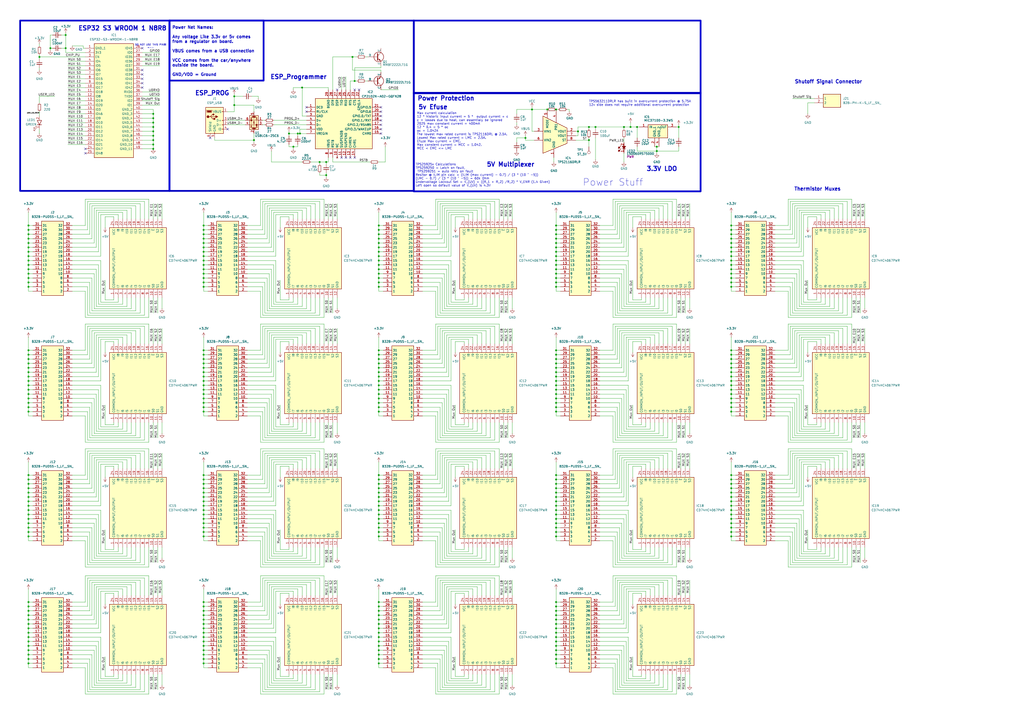
<source format=kicad_sch>
(kicad_sch (version 20250114) (generator "eeschema") (generator_version "9.0")
  (paper "A2")
  (rectangle (start 98.298 11.938) (end 240.03 110.744) (stroke (width 1)))
  (rectangle (start 240.03 11.938) (end 406.4 54.102) (stroke (width 1)))
  (rectangle (start 98.298 11.938) (end 152.908 46.736) (stroke (width 1)))
  (rectangle (start 240.03 53.848) (end 406.4 110.998) (stroke (width 1.016)))
  (rectangle (start 11.684 11.938) (end 98.298 110.744) (stroke (width 1)))
  (text "Power Protection" (at 242.062 58.674 0) (effects (font (size 2.54 2.54) (thickness 0.512) (bold yes)) (justify left bottom)))
  (text "Power Stuff" (at 355.6 105.918 0) (effects (font (size 4 4))))
  (text "3.3V LDO" (at 374.904 99.568 0) (effects (font (size 2.54 2.54) (thickness 0.512) (bold yes)) (justify left bottom)))
  (text "TPS563211DRLR has built in overcurrent protection @ 5.75A\n12v side does not require additional overcurrent protection" (at 341.63 58.166 0) (effects (font (size 1.27 1.27)) (justify left top)))
  (text "Shutoff Signal Connector" (at 480.568 47.498 0) (effects (font (size 2.032 2.032) (thickness 0.4064) (bold yes))))
  (text "5v Efuse\n" (at 242.57 63.754 0) (effects (font (size 2.54 2.54) (thickness 0.512) (bold yes)) (justify left bottom)))
  (text "TPS25925x Calculations\nTPS259250 = Latch on fault,\n TPS259251 = auto retry on fault\nResitor @ ILIM pin calc = (ILIM (max current) - 0.7) / (3 * (10 ^ -5))\n(LMC - 0.7) / (3 * (10 ^ -5)) = 60k Ohm\nUndervoltage Lockout Set = V_(UV) = ((R_1 + R_2) /R_2) * V_ENR (1.4 Given)\nLeft open so default value of V_(UV) is 4.3V\n" (at 241.046 94.742 0) (effects (font (size 1.27 1.27)) (justify left top)))
  (text "ESP_PROG" (at 113.03 55.626 0) (effects (font (size 2.54 2.54) (thickness 0.512) (bold yes)) (justify left bottom)))
  (text "5V Multiplexer" (at 282.194 97.028 0) (effects (font (size 2.54 2.54) (thickness 0.512) (bold yes)) (justify left bottom)))
  (text "DO NOT USE THIS PIN!!!\n<--" (at 87.376 26.924 0) (effects (font (size 1 1))))
  (text "Thermistor Muxes" (at 474.218 109.728 0) (effects (font (size 2.032 2.032) (thickness 0.4064) (bold yes))))
  (text "Max current calculation\n12 * historic input current = 5 *  output current + c\nc = losses due to heat, can essentialy be ignored\n2025 max constant current = 400mA\n12 * 0.4 = 5 * oc\noc = 1.042A\nThe lowest max rated current is TPS2116DRL @ 2.5A.\nLowest Max rated current = LMC = 2.5A.\nEfuze Max current = EMC.\nMax constent current = MCC = 1.042.\nMCC < EMC <= LMC" (at 241.808 65.024 0) (effects (font (size 1.27 1.27)) (justify left top)))
  (text "ESP32 S3 WROOM 1 N8R8" (at 96.774 18.034 0) (effects (font (size 2.54 2.54) (thickness 0.512) (bold yes)) (justify right bottom)))
  (text "ESP_Programmer" (at 156.718 46.228 0) (effects (font (size 2.54 2.54) (thickness 0.512) (bold yes)) (justify left bottom)))
  (text "Power Net Names:\n\nAny voltage Like 3.3v or 5v comes\nfrom a regulator on board.\n\nVBUS comes from a USB connection\n\nVCC comes from the car/anywhere \noutside the board.\n\nGND/VDD = Ground" (at 99.822 29.718 0) (effects (font (size 1.7 1.7) (thickness 0.34) (bold yes)) (justify left)))
  (junction (at 219.71 356.87))
  (junction (at 16.51 354.33))
  (junction (at 424.18 148.59))
  (junction (at 88.9 76.2))
  (junction (at 38.1 27.94))
  (junction (at 118.11 306.07))
  (junction (at 135.89 55.88))
  (junction (at 219.71 210.82))
  (junction (at 16.51 146.05))
  (junction (at 219.71 213.36))
  (junction (at 341.63 81.28))
  (junction (at 16.51 208.28))
  (junction (at 118.11 135.89))
  (junction (at 322.58 382.27))
  (junction (at 322.58 351.79))
  (junction (at 16.51 280.67))
  (junction (at 322.58 359.41))
  (junction (at 118.11 151.13))
  (junction (at 219.71 359.41))
  (junction (at 118.11 364.49))
  (junction (at 219.71 228.6))
  (junction (at 38.1 20.32))
  (junction (at 322.58 283.21))
  (junction (at 219.71 280.67))
  (junction (at 219.71 140.97))
  (junction (at 16.51 158.75))
  (junction (at 118.11 231.14))
  (junction (at 424.18 290.83))
  (junction (at 118.11 223.52))
  (junction (at 219.71 138.43))
  (junction (at 88.9 83.82))
  (junction (at 322.58 369.57))
  (junction (at 118.11 283.21))
  (junction (at 118.11 213.36))
  (junction (at 219.71 236.22))
  (junction (at 322.58 143.51))
  (junction (at 219.71 374.65))
  (junction (at 16.51 361.95))
  (junction (at 322.58 379.73))
  (junction (at 88.9 71.12))
  (junction (at 219.71 308.61))
  (junction (at 16.51 384.81))
  (junction (at 16.51 367.03))
  (junction (at 322.58 146.05))
  (junction (at 424.18 208.28))
  (junction (at 322.58 354.33))
  (junction (at 16.51 364.49))
  (junction (at 424.18 295.91))
  (junction (at 369.57 73.66))
  (junction (at 16.51 210.82))
  (junction (at 118.11 140.97))
  (junction (at 118.11 369.57))
  (junction (at 16.51 218.44))
  (junction (at 16.51 220.98))
  (junction (at 204.47 33.02))
  (junction (at 118.11 275.59))
  (junction (at 219.71 379.73))
  (junction (at 175.26 50.8))
  (junction (at 118.11 130.81))
  (junction (at 16.51 143.51))
  (junction (at 219.71 223.52))
  (junction (at 205.74 46.99))
  (junction (at 189.23 93.98))
  (junction (at 88.9 78.74))
  (junction (at 424.18 210.82))
  (junction (at 361.95 73.66))
  (junction (at 16.51 382.27))
  (junction (at 29.21 27.94))
  (junction (at 424.18 158.75))
  (junction (at 16.51 166.37))
  (junction (at 335.28 76.2))
  (junction (at 16.51 228.6))
  (junction (at 322.58 218.44))
  (junction (at 219.71 233.68))
  (junction (at 16.51 300.99))
  (junction (at 118.11 349.25))
  (junction (at 16.51 349.25))
  (junction (at 118.11 367.03))
  (junction (at 118.11 208.28))
  (junction (at 219.71 290.83))
  (junction (at 424.18 285.75))
  (junction (at 322.58 288.29))
  (junction (at 16.51 213.36))
  (junction (at 322.58 384.81))
  (junction (at 16.51 205.74))
  (junction (at 118.11 158.75))
  (junction (at 88.9 66.04))
  (junction (at 424.18 215.9))
  (junction (at 322.58 231.14))
  (junction (at 322.58 306.07))
  (junction (at 424.18 293.37))
  (junction (at 219.71 303.53))
  (junction (at 424.18 283.21))
  (junction (at 341.63 73.66))
  (junction (at 322.58 293.37))
  (junction (at 118.11 228.6))
  (junction (at 322.58 205.74))
  (junction (at 118.11 278.13))
  (junction (at 219.71 153.67))
  (junction (at 16.51 130.81))
  (junction (at 322.58 223.52))
  (junction (at 16.51 148.59))
  (junction (at 118.11 210.82))
  (junction (at 219.71 382.27))
  (junction (at 219.71 151.13))
  (junction (at 322.58 203.2))
  (junction (at 424.18 278.13))
  (junction (at 219.71 285.75))
  (junction (at 322.58 151.13))
  (junction (at 16.51 379.73))
  (junction (at 172.72 77.47))
  (junction (at 317.5 63.5))
  (junction (at 322.58 275.59))
  (junction (at 118.11 303.53))
  (junction (at 424.18 213.36))
  (junction (at 322.58 238.76))
  (junction (at 219.71 166.37))
  (junction (at 219.71 161.29))
  (junction (at 88.9 68.58))
  (junction (at 322.58 233.68))
  (junction (at 219.71 156.21))
  (junction (at 167.64 77.47))
  (junction (at 424.18 226.06))
  (junction (at 219.71 283.21))
  (junction (at 16.51 298.45))
  (junction (at 322.58 153.67))
  (junction (at 219.71 364.49))
  (junction (at 322.58 210.82))
  (junction (at 322.58 220.98))
  (junction (at 424.18 223.52))
  (junction (at 322.58 163.83))
  (junction (at 219.71 372.11))
  (junction (at 118.11 356.87))
  (junction (at 16.51 161.29))
  (junction (at 118.11 298.45))
  (junction (at 219.71 215.9))
  (junction (at 16.51 308.61))
  (junction (at 135.89 60.96))
  (junction (at 345.44 73.66))
  (junction (at 118.11 290.83))
  (junction (at 219.71 361.95))
  (junction (at 219.71 163.83))
  (junction (at 219.71 148.59))
  (junction (at 219.71 306.07))
  (junction (at 424.18 236.22))
  (junction (at 322.58 208.28))
  (junction (at 424.18 138.43))
  (junction (at 219.71 311.15))
  (junction (at 16.51 295.91))
  (junction (at 118.11 133.35))
  (junction (at 185.42 93.98))
  (junction (at 16.51 275.59))
  (junction (at 424.18 275.59))
  (junction (at 118.11 285.75))
  (junction (at 322.58 236.22))
  (junction (at 16.51 138.43))
  (junction (at 219.71 295.91))
  (junction (at 219.71 133.35))
  (junction (at 424.18 133.35))
  (junction (at 322.58 213.36))
  (junction (at 424.18 161.29))
  (junction (at 118.11 379.73))
  (junction (at 16.51 356.87))
  (junction (at 118.11 361.95))
  (junction (at 322.58 298.45))
  (junction (at 16.51 303.53))
  (junction (at 189.23 101.6))
  (junction (at 219.71 354.33))
  (junction (at 219.71 208.28))
  (junction (at 322.58 130.81))
  (junction (at 219.71 220.98))
  (junction (at 118.11 138.43))
  (junction (at 118.11 382.27))
  (junction (at 322.58 303.53))
  (junction (at 424.18 298.45))
  (junction (at 118.11 288.29))
  (junction (at 322.58 148.59))
  (junction (at 424.18 231.14))
  (junction (at 118.11 143.51))
  (junction (at 118.11 161.29))
  (junction (at 16.51 283.21))
  (junction (at 16.51 135.89))
  (junction (at 118.11 215.9))
  (junction (at 219.71 238.76))
  (junction (at 424.18 153.67))
  (junction (at 322.58 228.6))
  (junction (at 322.58 295.91))
  (junction (at 322.58 367.03))
  (junction (at 424.18 300.99))
  (junction (at 219.71 288.29))
  (junction (at 219.71 130.81))
  (junction (at 322.58 63.5))
  (junction (at 424.18 306.07))
  (junction (at 118.11 359.41))
  (junction (at 118.11 384.81))
  (junction (at 219.71 205.74))
  (junction (at 219.71 367.03))
  (junction (at 118.11 354.33))
  (junction (at 16.51 153.67))
  (junction (at 118.11 293.37))
  (junction (at 118.11 226.06))
  (junction (at 118.11 205.74))
  (junction (at 381 85.09))
  (junction (at 16.51 236.22))
  (junction (at 16.51 377.19))
  (junction (at 16.51 359.41))
  (junction (at 16.51 215.9))
  (junction (at 173.99 77.47))
  (junction (at 88.9 81.28))
  (junction (at 118.11 233.68))
  (junction (at 322.58 364.49))
  (junction (at 219.71 351.79))
  (junction (at 147.32 81.28))
  (junction (at 304.8 80.01))
  (junction (at 118.11 372.11))
  (junction (at 322.58 372.11))
  (junction (at 118.11 156.21))
  (junction (at 322.58 166.37))
  (junction (at 118.11 166.37))
  (junction (at 219.71 298.45))
  (junction (at 118.11 351.79))
  (junction (at 219.71 384.81))
  (junction (at 322.58 308.61))
  (junction (at 219.71 369.57))
  (junction (at 424.18 205.74))
  (junction (at 16.51 290.83))
  (junction (at 424.18 238.76))
  (junction (at 322.58 156.21))
  (junction (at 365.76 73.66))
  (junction (at 322.58 140.97))
  (junction (at 424.18 140.97))
  (junction (at 16.51 238.76))
  (junction (at 424.18 143.51))
  (junction (at 118.11 238.76))
  (junction (at 118.11 236.22))
  (junction (at 16.51 288.29))
  (junction (at 219.71 218.44))
  (junction (at 118.11 311.15))
  (junction (at 424.18 203.2))
  (junction (at 118.11 374.65))
  (junction (at 424.18 220.98))
  (junction (at 118.11 220.98))
  (junction (at 16.51 374.65))
  (junction (at 424.18 233.68))
  (junction (at 16.51 231.14))
  (junction (at 219.71 203.2))
  (junction (at 219.71 377.19))
  (junction (at 424.18 130.81))
  (junction (at 322.58 138.43))
  (junction (at 424.18 228.6))
  (junction (at 322.58 361.95))
  (junction (at 118.11 153.67))
  (junction (at 118.11 280.67))
  (junction (at 118.11 148.59))
  (junction (at 322.58 135.89))
  (junction (at 16.51 351.79))
  (junction (at 118.11 203.2))
  (junction (at 219.71 143.51))
  (junction (at 424.18 308.61))
  (junction (at 322.58 356.87))
  (junction (at 219.71 158.75))
  (junction (at 118.11 146.05))
  (junction (at 16.51 133.35))
  (junction (at 118.11 308.61))
  (junction (at 322.58 161.29))
  (junction (at 118.11 377.19))
  (junction (at 322.58 374.65))
  (junction (at 118.11 300.99))
  (junction (at 424.18 218.44))
  (junction (at 393.7 73.66))
  (junction (at 118.11 295.91))
  (junction (at 16.51 203.2))
  (junction (at 118.11 218.44))
  (junction (at 424.18 288.29))
  (junction (at 16.51 306.07))
  (junction (at 424.18 280.67))
  (junction (at 16.51 156.21))
  (junction (at 322.58 215.9))
  (junction (at 16.51 369.57))
  (junction (at 88.9 86.36))
  (junction (at 16.51 311.15))
  (junction (at 322.58 285.75))
  (junction (at 16.51 293.37))
  (junction (at 424.18 146.05))
  (junction (at 219.71 293.37))
  (junction (at 322.58 278.13))
  (junction (at 219.71 226.06))
  (junction (at 322.58 311.15))
  (junction (at 16.51 163.83))
  (junction (at 322.58 300.99))
  (junction (at 219.71 275.59))
  (junction (at 118.11 163.83))
  (junction (at 424.18 156.21))
  (junction (at 219.71 349.25))
  (junction (at 170.18 85.09))
  (junction (at 322.58 290.83))
  (junction (at 22.86 33.02))
  (junction (at 16.51 278.13))
  (junction (at 322.58 158.75))
  (junction (at 219.71 231.14))
  (junction (at 16.51 372.11))
  (junction (at 16.51 233.68))
  (junction (at 322.58 349.25))
  (junction (at 322.58 377.19))
  (junction (at 322.58 133.35))
  (junction (at 424.18 303.53))
  (junction (at 16.51 140.97))
  (junction (at 219.71 300.99))
  (junction (at 424.18 151.13))
  (junction (at 16.51 151.13))
  (junction (at 322.58 280.67))
  (junction (at 308.61 63.5))
  (junction (at 219.71 146.05))
  (junction (at 16.51 285.75))
  (junction (at 424.18 311.15))
  (junction (at 219.71 278.13))
  (junction (at 381 87.63))
  (junction (at 16.51 223.52))
  (junction (at 322.58 226.06))
  (junction (at 219.71 135.89))
  (junction (at 424.18 163.83))
  (junction (at 88.9 73.66))
  (junction (at 424.18 135.89))
  (junction (at 424.18 166.37))
  (junction (at 16.51 226.06))
  (no_connect (at 121.92 80.01))
  (no_connect (at 82.55 48.26))
  (no_connect (at 203.2 91.44))
  (no_connect (at 220.98 64.77))
  (no_connect (at 49.53 86.36))
  (no_connect (at 220.98 74.93))
  (no_connect (at 49.53 88.9))
  (no_connect (at 132.08 74.93))
  (no_connect (at 177.8 64.77))
  (no_connect (at 220.98 62.23))
  (no_connect (at 82.55 43.18))
  (no_connect (at 82.55 40.64))
  (no_connect (at 220.98 69.85))
  (no_connect (at 198.12 91.44))
  (no_connect (at 82.55 27.94))
  (no_connect (at 220.98 67.31))
  (no_connect (at 82.55 50.8))
  (no_connect (at 208.28 52.07))
  (no_connect (at 195.58 52.07))
  (no_connect (at 177.8 62.23))
  (no_connect (at 220.98 77.47))
  (no_connect (at 200.66 91.44))
  (no_connect (at 220.98 72.39))
  (no_connect (at 205.74 91.44))
  (no_connect (at 82.55 45.72))
  (no_connect (at 205.74 52.07))
  (wire (pts (xy 424.18 300.99) (xy 424.18 303.53)))
  (wire (pts (xy 153.67 382.27) (xy 153.67 400.05)))
  (wire (pts (xy 384.81 398.78) (xy 384.81 391.16)))
  (wire (pts (xy 60.96 381) (xy 60.96 392.43)))
  (wire (pts (xy 458.47 166.37) (xy 458.47 182.88)))
  (wire (pts (xy 269.24 270.51) (xy 269.24 271.78)))
  (wire (pts (xy 118.11 168.91) (xy 120.65 168.91)))
  (wire (pts (xy 55.88 361.95) (xy 55.88 340.36)))
  (wire (pts (xy 322.58 203.2) (xy 322.58 205.74)))
  (wire (pts (xy 49.53 27.94) (xy 48.26 27.94)))
  (wire (pts (xy 364.49 124.46) (xy 374.65 124.46)))
  (wire (pts (xy 364.49 175.26) (xy 374.65 175.26)))
  (wire (pts (xy 55.88 228.6) (xy 55.88 250.19)))
  (wire (pts (xy 153.67 336.55) (xy 182.88 336.55)))
  (wire (pts (xy 41.91 143.51) (xy 55.88 143.51)))
  (wire (pts (xy 58.42 369.57) (xy 58.42 393.7)))
  (wire (pts (xy 135.89 54.61) (xy 135.89 55.88)))
  (wire (pts (xy 156.21 231.14) (xy 156.21 251.46)))
  (wire (pts (xy 322.58 303.53) (xy 325.12 303.53)))
  (wire (pts (xy 88.9 63.5) (xy 88.9 66.04)))
  (wire (pts (xy 16.51 382.27) (xy 16.51 384.81)))
  (wire (pts (xy 49.53 256.54) (xy 86.36 256.54)))
  (wire (pts (xy 322.58 351.79) (xy 325.12 351.79)))
  (wire (pts (xy 219.71 163.83) (xy 222.25 163.83)))
  (wire (pts (xy 424.18 303.53) (xy 424.18 306.07)))
  (wire (pts (xy 41.91 367.03) (xy 58.42 367.03)))
  (wire (pts (xy 424.18 238.76) (xy 424.18 241.3)))
  (wire (pts (xy 424.18 313.69) (xy 426.72 313.69)))
  (wire (pts (xy 347.98 213.36) (xy 360.68 213.36)))
  (wire (pts (xy 322.58 303.53) (xy 322.58 306.07)))
  (wire (pts (xy 245.11 226.06) (xy 260.35 226.06)))
  (wire (pts (xy 39.37 81.28) (xy 49.53 81.28)))
  (wire (pts (xy 118.11 213.36) (xy 120.65 213.36)))
  (wire (pts (xy 76.2 397.51) (xy 76.2 391.16)))
  (wire (pts (xy 16.51 379.73) (xy 16.51 382.27)))
  (wire (pts (xy 152.4 238.76) (xy 152.4 255.27)))
  (wire (pts (xy 88.9 68.58) (xy 88.9 71.12)))
  (wire (pts (xy 118.11 205.74) (xy 118.11 208.28)))
  (wire (pts (xy 322.58 140.97) (xy 325.12 140.97)))
  (wire (pts (xy 245.11 228.6) (xy 259.08 228.6)))
  (wire (pts (xy 180.34 180.34) (xy 180.34 172.72)))
  (wire (pts (xy 157.48 228.6) (xy 157.48 250.19)))
  (wire (pts (xy 255.27 135.89) (xy 255.27 118.11)))
  (wire (pts (xy 68.58 196.85) (xy 68.58 199.39)))
  (wire (pts (xy 160.02 223.52) (xy 160.02 247.65)))
  (wire (pts (xy 143.51 382.27) (xy 153.67 382.27)))
  (wire (pts (xy 464.82 248.92) (xy 478.79 248.92)))
  (wire (pts (xy 347.98 349.25) (xy 355.6 349.25)))
  (wire (pts (xy 219.71 158.75) (xy 219.71 161.29)))
  (wire (pts (xy 16.51 369.57) (xy 16.51 372.11)))
  (wire (pts (xy 255.27 326.39) (xy 284.48 326.39)))
  (wire (pts (xy 151.13 328.93) (xy 187.96 328.93)))
  (wire (pts (xy 88.9 78.74) (xy 88.9 81.28)))
  (wire (pts (xy 157.48 361.95) (xy 157.48 340.36)))
  (wire (pts (xy 459.74 280.67) (xy 459.74 262.89)))
  (wire (pts (xy 322.58 233.68) (xy 322.58 236.22)))
  (wire (pts (xy 143.51 361.95) (xy 157.48 361.95)))
  (wire (pts (xy 41.91 228.6) (xy 55.88 228.6)))
  (wire (pts (xy 363.22 290.83) (xy 363.22 267.97)))
  (wire (pts (xy 118.11 369.57) (xy 120.65 369.57)))
  (wire (pts (xy 177.8 193.04) (xy 177.8 199.39)))
  (wire (pts (xy 347.98 372.11) (xy 363.22 372.11)))
  (wire (pts (xy 382.27 265.43) (xy 382.27 271.78)))
  (wire (pts (xy 287.02 189.23) (xy 287.02 199.39)))
  (wire (pts (xy 292.1 245.11) (xy 292.1 254)))
  (wire (pts (xy 219.71 374.65) (xy 219.71 377.19)))
  (wire (pts (xy 187.96 184.15) (xy 187.96 172.72)))
  (wire (pts (xy 424.18 306.07) (xy 426.72 306.07)))
  (wire (pts (xy 271.78 320.04) (xy 271.78 317.5)))
  (wire (pts (xy 424.18 300.99) (xy 426.72 300.99)))
  (wire (pts (xy 245.11 205.74) (xy 254 205.74)))
  (wire (pts (xy 175.26 177.8) (xy 175.26 172.72)))
  (wire (pts (xy 180.34 93.98) (xy 185.42 93.98)))
  (wire (pts (xy 322.58 280.67) (xy 325.12 280.67)))
  (wire (pts (xy 355.6 328.93) (xy 392.43 328.93)))
  (wire (pts (xy 219.71 156.21) (xy 219.71 158.75)))
  (wire (pts (xy 154.94 191.77) (xy 180.34 191.77)))
  (wire (pts (xy 219.71 308.61) (xy 222.25 308.61)))
  (wire (pts (xy 322.58 313.69) (xy 325.12 313.69)))
  (wire (pts (xy 364.49 223.52) (xy 364.49 247.65)))
  (wire (pts (xy 190.5 317.5) (xy 190.5 326.39)))
  (wire (pts (xy 491.49 182.88) (xy 491.49 172.72)))
  (wire (pts (xy 297.18 262.89) (xy 297.18 271.78)))
  (wire (pts (xy 322.58 356.87) (xy 322.58 359.41)))
  (wire (pts (xy 118.11 308.61) (xy 118.11 311.15)))
  (wire (pts (xy 58.42 269.24) (xy 68.58 269.24)))
  (wire (pts (xy 219.71 311.15) (xy 222.25 311.15)))
  (wire (pts (xy 118.11 298.45) (xy 118.11 300.99)))
  (wire (pts (xy 16.51 163.83) (xy 16.51 166.37)))
  (wire (pts (xy 143.51 163.83) (xy 153.67 163.83)))
  (wire (pts (xy 55.88 396.24) (xy 73.66 396.24)))
  (wire (pts (xy 289.56 402.59) (xy 289.56 391.16)))
  (wire (pts (xy 223.52 93.98) (xy 223.52 85.09)))
  (wire (pts (xy 158.75 72.39) (xy 177.8 72.39)))
  (wire (pts (xy 449.58 161.29) (xy 461.01 161.29)))
  (wire (pts (xy 118.11 359.41) (xy 118.11 361.95)))
  (wire (pts (xy 78.74 264.16) (xy 78.74 271.78)))
  (wire (pts (xy 424.18 283.21) (xy 426.72 283.21)))
  (wire (pts (xy 41.91 300.99) (xy 55.88 300.99)))
  (wire (pts (xy 41.91 203.2) (xy 49.53 203.2)))
  (wire (pts (xy 374.65 393.7) (xy 374.65 391.16)))
  (wire (pts (xy 494.03 256.54) (xy 494.03 245.11)))
  (wire (pts (xy 219.71 374.65) (xy 222.25 374.65)))
  (wire (pts (xy 264.16 270.51) (xy 269.24 270.51)))
  (wire (pts (xy 260.35 321.31) (xy 274.32 321.31)))
  (wire (pts (xy 185.42 261.62) (xy 185.42 271.78)))
  (wire (pts (xy 424.18 275.59) (xy 424.18 278.13)))
  (wire (pts (xy 57.15 372.11) (xy 57.15 394.97)))
  (wire (pts (xy 78.74 119.38) (xy 78.74 127)))
  (wire (pts (xy 322.58 223.52) (xy 322.58 226.06)))
  (wire (pts (xy 219.71 133.35) (xy 222.25 133.35)))
  (wire (pts (xy 162.56 344.17) (xy 167.64 344.17)))
  (wire (pts (xy 449.58 236.22) (xy 459.74 236.22)))
  (wire (pts (xy 175.26 322.58) (xy 175.26 317.5)))
  (wire (pts (xy 252.73 349.25) (xy 252.73 334.01)))
  (wire (pts (xy 219.71 293.37) (xy 219.71 295.91)))
  (wire (pts (xy 424.18 220.98) (xy 426.72 220.98)))
  (wire (pts (xy 360.68 359.41) (xy 360.68 339.09)))
  (wire (pts (xy 219.71 306.07) (xy 222.25 306.07)))
  (wire (pts (xy 154.94 252.73) (xy 180.34 252.73)))
  (wire (pts (xy 264.16 246.38) (xy 269.24 246.38)))
  (wire (pts (xy 160.02 269.24) (xy 170.18 269.24)))
  (wire (pts (xy 162.56 270.51) (xy 167.64 270.51)))
  (wire (pts (xy 219.71 228.6) (xy 219.71 231.14)))
  (wire (pts (xy 364.49 151.13) (xy 364.49 175.26)))
  (wire (pts (xy 365.76 73.66) (xy 361.95 73.66)))
  (wire (pts (xy 50.8 133.35) (xy 50.8 116.84)))
  (wire (pts (xy 372.11 270.51) (xy 372.11 271.78)))
  (wire (pts (xy 88.9 336.55) (xy 88.9 345.44)))
  (wire (pts (xy 335.28 76.2) (xy 334.01 76.2)))
  (wire (pts (xy 185.42 182.88) (xy 185.42 172.72)))
  (wire (pts (xy 195.58 391.16) (xy 195.58 397.51)))
  (wire (pts (xy 297.18 190.5) (xy 297.18 199.39)))
  (wire (pts (xy 424.18 228.6) (xy 424.18 231.14)))
  (wire (pts (xy 172.72 85.09) (xy 172.72 83.82)))
  (wire (pts (xy 38.1 30.48) (xy 49.53 30.48)))
  (wire (pts (xy 219.71 293.37) (xy 222.25 293.37)))
  (wire (pts (xy 180.34 191.77) (xy 180.34 199.39)))
  (wire (pts (xy 347.98 298.45) (xy 363.22 298.45)))
  (wire (pts (xy 153.67 254) (xy 182.88 254)))
  (wire (pts (xy 118.11 161.29) (xy 120.65 161.29)))
  (wire (pts (xy 330.2 63.5) (xy 328.93 63.5)))
  (wire (pts (xy 154.94 161.29) (xy 154.94 180.34)))
  (wire (pts (xy 41.91 166.37) (xy 50.8 166.37)))
  (wire (pts (xy 60.96 276.86) (xy 60.96 270.51)))
  (wire (pts (xy 118.11 218.44) (xy 120.65 218.44)))
  (wire (pts (xy 274.32 267.97) (xy 274.32 271.78)))
  (wire (pts (xy 501.65 190.5) (xy 501.65 199.39)))
  (wire (pts (xy 157.48 266.7) (xy 175.26 266.7)))
  (wire (pts (xy 347.98 290.83) (xy 363.22 290.83)))
  (wire (pts (xy 54.61 158.75) (xy 54.61 179.07)))
  (wire (pts (xy 274.32 176.53) (xy 274.32 172.72)))
  (wire (pts (xy 341.63 73.66) (xy 345.44 73.66)))
  (wire (pts (xy 118.11 158.75) (xy 120.65 158.75)))
  (wire (pts (xy 459.74 118.11) (xy 488.95 118.11)))
  (wire (pts (xy 260.35 176.53) (xy 274.32 176.53)))
  (wire (pts (xy 143.51 295.91) (xy 160.02 295.91)))
  (wire (pts (xy 449.58 233.68) (xy 461.01 233.68)))
  (wire (pts (xy 22.86 33.02) (xy 49.53 33.02)))
  (wire (pts (xy 374.65 320.04) (xy 374.65 317.5)))
  (wire (pts (xy 322.58 374.65) (xy 325.12 374.65)))
  (wire (pts (xy 389.89 261.62) (xy 389.89 271.78)))
  (wire (pts (xy 347.98 356.87) (xy 359.41 356.87)))
  (wire (pts (xy 16.51 146.05) (xy 16.51 148.59)))
  (wire (pts (xy 83.82 189.23) (xy 83.82 199.39)))
  (wire (pts (xy 322.58 231.14) (xy 322.58 233.68)))
  (wire (pts (xy 195.58 336.55) (xy 195.58 345.44)))
  (wire (pts (xy 219.71 123.19) (xy 219.71 130.81)))
  (wire (pts (xy 322.58 215.9) (xy 325.12 215.9)))
  (wire (pts (xy 50.8 335.28) (xy 83.82 335.28)))
  (wire (pts (xy 41.91 387.35) (xy 49.53 387.35)))
  (wire (pts (xy 187.96 187.96) (xy 187.96 199.39)))
  (wire (pts (xy 57.15 123.19) (xy 71.12 123.19)))
  (wire (pts (xy 347.98 233.68) (xy 359.41 233.68)))
  (wire (pts (xy 424.18 140.97) (xy 424.18 143.51)))
  (wire (pts (xy 359.41 138.43) (xy 359.41 119.38)))
  (wire (pts (xy 118.11 228.6) (xy 120.65 228.6)))
  (wire (pts (xy 468.63 162.56) (xy 468.63 173.99)))
  (wire (pts (xy 143.51 285.75) (xy 156.21 285.75)))
  (wire (pts (xy 400.05 262.89) (xy 400.05 271.78)))
  (wire (pts (xy 156.21 359.41) (xy 156.21 339.09)))
  (wire (pts (xy 66.04 392.43) (xy 66.04 391.16)))
  (wire (pts (xy 322.58 361.95) (xy 325.12 361.95)))
  (wire (pts (xy 276.86 121.92) (xy 276.86 127)))
  (wire (pts (xy 322.58 361.95) (xy 322.58 364.49)))
  (wire (pts (xy 382.27 193.04) (xy 382.27 199.39)))
  (wire (pts (xy 41.91 298.45) (xy 57.15 298.45)))
  (wire (pts (xy 374.65 175.26) (xy 374.65 172.72)))
  (wire (pts (xy 271.78 393.7) (xy 271.78 391.16)))
  (wire (pts (xy 499.11 172.72) (xy 499.11 181.61)))
  (wire (pts (xy 322.58 354.33) (xy 325.12 354.33)))
  (wire (pts (xy 449.58 151.13) (xy 466.09 151.13)))
  (wire (pts (xy 220.98 52.07) (xy 231.14 52.07)))
  (wire (pts (xy 190.5 391.16) (xy 190.5 400.05)))
  (wire (pts (xy 279.4 251.46) (xy 279.4 245.11)))
  (wire (pts (xy 372.11 125.73) (xy 372.11 127)))
  (wire (pts (xy 321.31 91.44) (xy 321.31 93.98)))
  (wire (pts (xy 160.02 151.13) (xy 160.02 175.26)))
  (wire (pts (xy 355.6 184.15) (xy 392.43 184.15)))
  (wire (pts (xy 347.98 300.99) (xy 361.95 300.99)))
  (wire (pts (xy 219.71 354.33) (xy 222.25 354.33)))
  (wire (pts (xy 58.42 293.37) (xy 58.42 269.24)))
  (wire (pts (xy 463.55 250.19) (xy 481.33 250.19)))
  (wire (pts (xy 219.71 359.41) (xy 219.71 361.95)))
  (wire (pts (xy 49.53 184.15) (xy 86.36 184.15)))
  (wire (pts (xy 16.51 210.82) (xy 16.51 213.36)))
  (wire (pts (xy 269.24 173.99) (xy 269.24 172.72)))
  (wire (pts (xy 82.55 73.66) (xy 88.9 73.66)))
  (wire (pts (xy 364.49 293.37) (xy 364.49 269.24)))
  (wire (pts (xy 160.02 175.26) (xy 170.18 175.26)))
  (wire (pts (xy 464.82 298.45) (xy 464.82 321.31)))
  (wire (pts (xy 118.11 351.79) (xy 118.11 354.33)))
  (wire (pts (xy 88.9 83.82) (xy 88.9 86.36)))
  (wire (pts (xy 449.58 153.67) (xy 464.82 153.67)))
  (wire (pts (xy 322.58 156.21) (xy 325.12 156.21)))
  (wire (pts (xy 464.82 226.06) (xy 464.82 248.92)))
  (wire (pts (xy 82.55 53.34) (xy 92.71 53.34)))
  (wire (pts (xy 449.58 133.35) (xy 458.47 133.35)))
  (wire (pts (xy 486.41 264.16) (xy 486.41 271.78)))
  (wire (pts (xy 157.48 288.29) (xy 157.48 266.7)))
  (wire (pts (xy 41.91 218.44) (xy 57.15 218.44)))
  (wire (pts (xy 53.34 356.87) (xy 53.34 337.82)))
  (wire (pts (xy 219.71 354.33) (xy 219.71 356.87)))
  (wire (pts (xy 294.64 245.11) (xy 294.64 254)))
  (wire (pts (xy 118.11 303.53) (xy 118.11 306.07)))
  (wire (pts (xy 322.58 153.67) (xy 325.12 153.67)))
  (wire (pts (xy 88.9 172.72) (xy 88.9 181.61)))
  (wire (pts (xy 360.68 179.07) (xy 382.27 179.07)))
  (wire (pts (xy 345.44 80.01) (xy 345.44 92.71)))
  (wire (pts (xy 82.55 60.96) (xy 92.71 60.96)))
  (wire (pts (xy 143.51 313.69) (xy 151.13 313.69)))
  (wire (pts (xy 182.88 262.89) (xy 182.88 271.78)))
  (wire (pts (xy 39.37 73.66) (xy 49.53 73.66)))
  (wire (pts (xy 271.78 175.26) (xy 271.78 172.72)))
  (wire (pts (xy 143.51 166.37) (xy 152.4 166.37)))
  (wire (pts (xy 458.47 261.62) (xy 491.49 261.62)))
  (wire (pts (xy 152.4 351.79) (xy 152.4 335.28)))
  (wire (pts (xy 219.71 364.49) (xy 222.25 364.49)))
  (wire (pts (xy 355.6 349.25) (xy 355.6 334.01)))
  (wire (pts (xy 219.71 361.95) (xy 219.71 364.49)))
  (wire (pts (xy 261.62 369.57) (xy 261.62 393.7)))
  (wire (pts (xy 154.94 356.87) (xy 154.94 337.82)))
  (wire (pts (xy 476.25 124.46) (xy 476.25 127)))
  (wire (pts (xy 245.11 161.29) (xy 256.54 161.29)))
  (wire (pts (xy 322.58 195.58) (xy 322.58 203.2)))
  (wire (pts (xy 361.95 121.92) (xy 379.73 121.92)))
  (wire (pts (xy 143.51 349.25) (xy 151.13 349.25)))
  (wire (pts (xy 157.48 93.98) (xy 157.48 87.63)))
  (wire (pts (xy 160.02 124.46) (xy 170.18 124.46)))
  (wire (pts (xy 466.09 247.65) (xy 476.25 247.65)))
  (wire (pts (xy 83.82 327.66) (xy 83.82 317.5)))
  (wire (pts (xy 39.37 83.82) (xy 49.53 83.82)))
  (wire (pts (xy 463.55 228.6) (xy 463.55 250.19)))
  (wire (pts (xy 177.8 251.46) (xy 177.8 245.11)))
  (wire (pts (xy 219.71 213.36) (xy 219.71 215.9)))
  (wire (pts (xy 424.18 306.07) (xy 424.18 308.61)))
  (wire (pts (xy 322.58 151.13) (xy 325.12 151.13)))
  (wire (pts (xy 466.09 124.46) (xy 476.25 124.46)))
  (wire (pts (xy 245.11 367.03) (xy 261.62 367.03)))
  (wire (pts (xy 254 238.76) (xy 254 255.27)))
  (wire (pts (xy 462.28 231.14) (xy 462.28 251.46)))
  (wire (pts (xy 76.2 339.09) (xy 76.2 345.44)))
  (wire (pts (xy 359.41 325.12) (xy 384.81 325.12)))
  (wire (pts (xy 189.23 93.98) (xy 190.5 93.98)))
  (wire (pts (xy 424.18 210.82) (xy 424.18 213.36)))
  (wire (pts (xy 16.51 308.61) (xy 16.51 311.15)))
  (wire (pts (xy 52.07 208.28) (xy 52.07 190.5)))
  (wire (pts (xy 281.94 325.12) (xy 281.94 317.5)))
  (wire (pts (xy 16.51 140.97) (xy 16.51 143.51)))
  (wire (pts (xy 347.98 156.21) (xy 361.95 156.21)))
  (wire (pts (xy 274.32 123.19) (xy 274.32 127)))
  (wire (pts (xy 158.75 226.06) (xy 158.75 248.92)))
  (wire (pts (xy 424.18 285.75) (xy 426.72 285.75)))
  (wire (pts (xy 175.26 50.8) (xy 175.26 67.31)))
  (wire (pts (xy 424.18 153.67) (xy 424.18 156.21)))
  (wire (pts (xy 219.71 349.25) (xy 222.25 349.25)))
  (wire (pts (xy 182.88 190.5) (xy 182.88 199.39)))
  (wire (pts (xy 167.64 173.99) (xy 167.64 172.72)))
  (wire (pts (xy 297.18 118.11) (xy 297.18 127)))
  (wire (pts (xy 424.18 311.15) (xy 424.18 313.69)))
  (wire (pts (xy 304.8 81.28) (xy 309.88 81.28)))
  (wire (pts (xy 473.71 173.99) (xy 473.71 172.72)))
  (wire (pts (xy 38.1 27.94) (xy 38.1 30.48)))
  (wire (pts (xy 212.09 46.99) (xy 213.36 46.99)))
  (wire (pts (xy 499.11 317.5) (xy 499.11 326.39)))
  (wire (pts (xy 143.51 306.07) (xy 154.94 306.07)))
  (wire (pts (xy 299.72 63.5) (xy 299.72 66.04)))
  (wire (pts (xy 170.18 175.26) (xy 170.18 172.72)))
  (wire (pts (xy 394.97 190.5) (xy 394.97 199.39)))
  (wire (pts (xy 143.51 138.43) (xy 154.94 138.43)))
  (wire (pts (xy 219.71 364.49) (xy 219.71 367.03)))
  (wire (pts (xy 158.75 176.53) (xy 172.72 176.53)))
  (wire (pts (xy 322.58 146.05) (xy 325.12 146.05)))
  (wire (pts (xy 424.18 308.61) (xy 426.72 308.61)))
  (wire (pts (xy 78.74 325.12) (xy 78.74 317.5)))
  (wire (pts (xy 252.73 115.57) (xy 289.56 115.57)))
  (wire (pts (xy 118.11 364.49) (xy 118.11 367.03)))
  (wire (pts (xy 151.13 203.2) (xy 151.13 187.96)))
  (wire (pts (xy 463.55 177.8) (xy 481.33 177.8)))
  (wire (pts (xy 501.65 172.72) (xy 501.65 179.07)))
  (wire (pts (xy 16.51 130.81) (xy 19.05 130.81)))
  (wire (pts (xy 118.11 382.27) (xy 118.11 384.81)))
  (wire (pts (xy 160.02 393.7) (xy 170.18 393.7)))
  (wire (pts (xy 449.58 163.83) (xy 459.74 163.83)))
  (wire (pts (xy 252.73 256.54) (xy 289.56 256.54)))
  (wire (pts (xy 22.86 55.88) (xy 31.75 55.88)))
  (wire (pts (xy 478.79 267.97) (xy 478.79 271.78)))
  (wire (pts (xy 41.91 148.59) (xy 58.42 148.59)))
  (wire (pts (xy 322.58 298.45) (xy 325.12 298.45)))
  (wire (pts (xy 82.55 30.48) (xy 92.71 30.48)))
  (wire (pts (xy 458.47 116.84) (xy 491.49 116.84)))
  (wire (pts (xy 177.8 179.07) (xy 177.8 172.72)))
  (wire (pts (xy 185.42 401.32) (xy 185.42 391.16)))
  (wire (pts (xy 347.98 130.81) (xy 355.6 130.81)))
  (wire (pts (xy 358.14 354.33) (xy 358.14 336.55)))
  (wire (pts (xy 41.91 156.21) (xy 55.88 156.21)))
  (wire (pts (xy 462.28 158.75) (xy 462.28 179.07)))
  (wire (pts (xy 16.51 153.67) (xy 16.51 156.21)))
  (wire (pts (xy 256.54 161.29) (xy 256.54 180.34)))
  (wire (pts (xy 16.51 226.06) (xy 16.51 228.6)))
  (wire (pts (xy 82.55 35.56) (xy 92.71 35.56)))
  (wire (pts (xy 16.51 303.53) (xy 16.51 306.07)))
  (wire (pts (xy 187.96 328.93) (xy 187.96 317.5)))
  (wire (pts (xy 38.1 19.05) (xy 38.1 20.32)))
  (wire (pts (xy 88.9 81.28) (xy 88.9 83.82)))
  (wire (pts (xy 55.88 215.9) (xy 55.88 194.31)))
  (wire (pts (xy 190.5 262.89) (xy 190.5 271.78)))
  (wire (pts (xy 52.07 163.83) (xy 52.07 181.61)))
  (wire (pts (xy 459.74 308.61) (xy 459.74 326.39)))
  (wire (pts (xy 41.91 26.67) (xy 48.26 26.67)))
  (wire (pts (xy 58.42 223.52) (xy 58.42 247.65)))
  (wire (pts (xy 30.48 20.32) (xy 29.21 20.32)))
  (wire (pts (xy 162.56 392.43) (xy 167.64 392.43)))
  (wire (pts (xy 16.51 231.14) (xy 16.51 233.68)))
  (wire (pts (xy 118.11 288.29) (xy 120.65 288.29)))
  (wire (pts (xy 152.4 261.62) (xy 185.42 261.62)))
  (wire (pts (xy 86.36 260.35) (xy 86.36 271.78)))
  (wire (pts (xy 158.75 267.97) (xy 172.72 267.97)))
  (wire (pts (xy 83.82 261.62) (xy 83.82 271.78)))
  (wire (pts (xy 245.11 220.98) (xy 261.62 220.98)))
  (wire (pts (xy 49.53 313.69) (xy 49.53 328.93)))
  (wire (pts (xy 363.22 248.92) (xy 377.19 248.92)))
  (wire (pts (xy 118.11 153.67) (xy 120.65 153.67)))
  (wire (pts (xy 449.58 168.91) (xy 457.2 168.91)))
  (wire (pts (xy 359.41 191.77) (xy 384.81 191.77)))
  (wire (pts (xy 177.8 323.85) (xy 177.8 317.5)))
  (wire (pts (xy 347.98 161.29) (xy 359.41 161.29)))
  (wire (pts (xy 335.28 73.66) (xy 341.63 73.66)))
  (wire (pts (xy 41.91 313.69) (xy 49.53 313.69)))
  (wire (pts (xy 363.22 218.44) (xy 363.22 195.58)))
  (wire (pts (xy 322.58 135.89) (xy 325.12 135.89)))
  (wire (pts (xy 118.11 220.98) (xy 120.65 220.98)))
  (wire (pts (xy 185.42 116.84) (xy 185.42 127)))
  (wire (pts (xy 294.64 172.72) (xy 294.64 181.61)))
  (wire (pts (xy 162.56 307.34) (xy 162.56 318.77)))
  (wire (pts (xy 195.58 317.5) (xy 195.58 323.85)))
  (wire (pts (xy 219.71 153.67) (xy 219.71 156.21)))
  (wire (pts (xy 143.51 275.59) (xy 151.13 275.59)))
  (wire (pts (xy 322.58 218.44) (xy 322.58 220.98)))
  (wire (pts (xy 219.71 377.19) (xy 219.71 379.73)))
  (wire (pts (xy 160.02 148.59) (xy 160.02 124.46)))
  (wire (pts (xy 41.91 151.13) (xy 58.42 151.13)))
  (wire (pts (xy 466.09 148.59) (xy 466.09 124.46)))
  (wire (pts (xy 57.15 298.45) (xy 57.15 321.31)))
  (wire (pts (xy 53.34 119.38) (xy 78.74 119.38)))
  (wire (pts (xy 461.01 138.43) (xy 461.01 119.38)))
  (wire (pts (xy 347.98 306.07) (xy 359.41 306.07)))
  (wire (pts (xy 424.18 138.43) (xy 424.18 140.97)))
  (wire (pts (xy 377.19 176.53) (xy 377.19 172.72)))
  (wire (pts (xy 220.98 39.37) (xy 220.98 38.1)))
  (wire (pts (xy 88.9 262.89) (xy 88.9 271.78)))
  (wire (pts (xy 195.58 245.11) (xy 195.58 251.46)))
  (wire (pts (xy 182.88 400.05) (xy 182.88 391.16)))
  (wire (pts (xy 57.15 218.44) (xy 57.15 195.58)))
  (wire (pts (xy 53.34 161.29) (xy 53.34 180.34)))
  (wire (pts (xy 52.07 236.22) (xy 52.07 254)))
  (wire (pts (xy 360.68 285.75) (xy 360.68 265.43)))
  (wire (pts (xy 16.51 130.81) (xy 16.51 133.35)))
  (wire (pts (xy 347.98 351.79) (xy 356.87 351.79)))
  (wire (pts (xy 496.57 172.72) (xy 496.57 181.61)))
  (wire (pts (xy 261.62 393.7) (xy 271.78 393.7)))
  (wire (pts (xy 322.58 349.25) (xy 322.58 351.79)))
  (wire (pts (xy 287.02 116.84) (xy 287.02 127)))
  (wire (pts (xy 322.58 223.52) (xy 325.12 223.52)))
  (wire (pts (xy 118.11 238.76) (xy 120.65 238.76)))
  (wire (pts (xy 118.11 298.45) (xy 120.65 298.45)))
  (wire (pts (xy 269.24 246.38) (xy 269.24 245.11)))
  (wire (pts (xy 143.51 213.36) (xy 156.21 213.36)))
  (wire (pts (xy 53.34 398.78) (xy 78.74 398.78)))
  (wire (pts (xy 457.2 328.93) (xy 494.03 328.93)))
  (wire (pts (xy 462.28 303.53) (xy 462.28 323.85)))
  (wire (pts (xy 424.18 135.89) (xy 426.72 135.89)))
  (wire (pts (xy 182.88 326.39) (xy 182.88 317.5)))
  (wire (pts (xy 483.87 265.43) (xy 483.87 271.78)))
  (wire (pts (xy 16.51 238.76) (xy 19.05 238.76)))
  (wire (pts (xy 424.18 153.67) (xy 426.72 153.67)))
  (wire (pts (xy 68.58 124.46) (xy 68.58 127)))
  (wire (pts (xy 162.56 132.08) (xy 162.56 125.73)))
  (wire (pts (xy 367.03 162.56) (xy 367.03 173.99)))
  (wire (pts (xy 259.08 177.8) (xy 276.86 177.8)))
  (wire (pts (xy 55.88 194.31) (xy 73.66 194.31)))
  (wire (pts (xy 387.35 336.55) (xy 387.35 345.44)))
  (wire (pts (xy 219.71 379.73) (xy 222.25 379.73)))
  (wire (pts (xy 118.11 135.89) (xy 118.11 138.43)))
  (wire (pts (xy 424.18 280.67) (xy 426.72 280.67)))
  (wire (pts (xy 219.71 231.14) (xy 219.71 233.68)))
  (wire (pts (xy 245.11 354.33) (xy 255.27 354.33)))
  (wire (pts (xy 16.51 313.69) (xy 19.05 313.69)))
  (wire (pts (xy 167.64 318.77) (xy 167.64 317.5)))
  (wire (pts (xy 424.18 158.75) (xy 426.72 158.75)))
  (wire (pts (xy 73.66 322.58) (xy 73.66 317.5)))
  (wire (pts (xy 219.71 236.22) (xy 222.25 236.22)))
  (wire (pts (xy 60.96 132.08) (xy 60.96 125.73)))
  (wire (pts (xy 39.37 78.74) (xy 49.53 78.74)))
  (wire (pts (xy 49.53 168.91) (xy 49.53 184.15)))
  (wire (pts (xy 245.11 208.28) (xy 255.27 208.28)))
  (wire (pts (xy 254 278.13) (xy 254 261.62)))
  (wire (pts (xy 118.11 306.07) (xy 120.65 306.07)))
  (wire (pts (xy 449.58 298.45) (xy 464.82 298.45)))
  (wire (pts (xy 347.98 135.89) (xy 358.14 135.89)))
  (wire (pts (xy 359.41 398.78) (xy 384.81 398.78)))
  (wire (pts (xy 16.51 161.29) (xy 16.51 163.83)))
  (wire (pts (xy 347.98 278.13) (xy 356.87 278.13)))
  (wire (pts (xy 347.98 163.83) (xy 358.14 163.83)))
  (wire (pts (xy 464.82 267.97) (xy 478.79 267.97)))
  (wire (pts (xy 481.33 266.7) (xy 481.33 271.78)))
  (wire (pts (xy 361.95 80.01) (xy 361.95 82.55)))
  (wire (pts (xy 143.51 369.57) (xy 160.02 369.57)))
  (wire (pts (xy 341.63 73.66) (xy 341.63 74.93)))
  (wire (pts (xy 361.95 143.51) (xy 361.95 121.92)))
  (wire (pts (xy 322.58 133.35) (xy 325.12 133.35)))
  (wire (pts (xy 496.57 245.11) (xy 496.57 254)))
  (wire (pts (xy 259.08 300.99) (xy 259.08 322.58)))
  (wire (pts (xy 356.87 205.74) (xy 356.87 189.23)))
  (wire (pts (xy 49.53 130.81) (xy 49.53 115.57)))
  (wire (pts (xy 82.55 81.28) (xy 88.9 81.28)))
  (wire (pts (xy 204.47 33.02) (xy 207.01 33.02)))
  (wire (pts (xy 264.16 350.52) (xy 264.16 344.17)))
  (wire (pts (xy 143.51 231.14) (xy 156.21 231.14)))
  (wire (pts (xy 219.71 140.97) (xy 219.71 143.51)))
  (wire (pts (xy 219.71 231.14) (xy 222.25 231.14)))
  (wire (pts (xy 393.7 73.66) (xy 393.7 80.01)))
  (wire (pts (xy 358.14 163.83) (xy 358.14 181.61)))
  (wire (pts (xy 156.21 377.19) (xy 156.21 397.51)))
  (wire (pts (xy 118.11 278.13) (xy 118.11 280.67)))
  (wire (pts (xy 245.11 313.69) (xy 252.73 313.69)))
  (wire (pts (xy 50.8 327.66) (xy 83.82 327.66)))
  (wire (pts (xy 151.13 115.57) (xy 187.96 115.57)))
  (wire (pts (xy 219.71 280.67) (xy 219.71 283.21)))
  (wire (pts (xy 162.56 198.12) (xy 167.64 198.12)))
  (wire (pts (xy 245.11 303.53) (xy 257.81 303.53)))
  (wire (pts (xy 424.18 228.6) (xy 426.72 228.6)))
  (wire (pts (xy 16.51 295.91) (xy 16.51 298.45)))
  (wire (pts (xy 55.88 322.58) (xy 73.66 322.58)))
  (wire (pts (xy 118.11 295.91) (xy 120.65 295.91)))
  (wire (pts (xy 156.21 140.97) (xy 156.21 120.65)))
  (wire (pts (xy 118.11 215.9) (xy 120.65 215.9)))
  (wire (pts (xy 50.8 261.62) (xy 83.82 261.62)))
  (wire (pts (xy 281.94 398.78) (xy 281.94 391.16)))
  (wire (pts (xy 254 116.84) (xy 287.02 116.84)))
  (wire (pts (xy 158.75 153.67) (xy 158.75 176.53)))
  (wire (pts (xy 245.11 223.52) (xy 261.62 223.52)))
  (wire (pts (xy 322.58 364.49) (xy 325.12 364.49)))
  (wire (pts (xy 219.71 135.89) (xy 222.25 135.89)))
  (wire (pts (xy 491.49 327.66) (xy 491.49 317.5)))
  (wire (pts (xy 254 189.23) (xy 287.02 189.23)))
  (wire (pts (xy 16.51 238.76) (xy 16.51 241.3)))
  (wire (pts (xy 424.18 123.19) (xy 424.18 130.81)))
  (wire (pts (xy 488.95 262.89) (xy 488.95 271.78)))
  (wire (pts (xy 143.51 161.29) (xy 154.94 161.29)))
  (wire (pts (xy 205.74 39.37) (xy 205.74 46.99)))
  (wire (pts (xy 219.71 384.81) (xy 222.25 384.81)))
  (wire (pts (xy 118.11 295.91) (xy 118.11 298.45)))
  (wire (pts (xy 322.58 228.6) (xy 322.58 231.14)))
  (wire (pts (xy 279.4 265.43) (xy 279.4 271.78)))
  (wire (pts (xy 347.98 361.95) (xy 361.95 361.95)))
  (wire (pts (xy 271.78 342.9) (xy 271.78 345.44)))
  (wire (pts (xy 261.62 342.9) (xy 271.78 342.9)))
  (wire (pts (xy 461.01 180.34) (xy 486.41 180.34)))
  (wire (pts (xy 143.51 133.35) (xy 152.4 133.35)))
  (wire (pts (xy 384.81 264.16) (xy 384.81 271.78)))
  (wire (pts (xy 143.51 293.37) (xy 160.02 293.37)))
  (wire (pts (xy 347.98 226.06) (xy 363.22 226.06)))
  (wire (pts (xy 118.11 143.51) (xy 118.11 146.05)))
  (wire (pts (xy 162.56 162.56) (xy 162.56 173.99)))
  (wire (pts (xy 88.9 391.16) (xy 88.9 400.05)))
  (wire (pts (xy 143.51 356.87) (xy 154.94 356.87)))
  (wire (pts (xy 41.91 168.91) (xy 49.53 168.91)))
  (wire (pts (xy 322.58 311.15) (xy 322.58 313.69)))
  (wire (pts (xy 322.58 349.25) (xy 325.12 349.25)))
  (wire (pts (xy 494.03 328.93) (xy 494.03 317.5)))
  (wire (pts (xy 245.11 379.73) (xy 256.54 379.73)))
  (wire (pts (xy 52.07 118.11) (xy 81.28 118.11)))
  (wire (pts (xy 118.11 123.19) (xy 118.11 130.81)))
  (wire (pts (xy 52.07 354.33) (xy 52.07 336.55)))
  (wire (pts (xy 360.68 377.19) (xy 360.68 397.51)))
  (wire (pts (xy 152.4 255.27) (xy 185.42 255.27)))
  (wire (pts (xy 39.37 66.04) (xy 49.53 66.04)))
  (wire (pts (xy 424.18 208.28) (xy 426.72 208.28)))
  (wire (pts (xy 392.43 187.96) (xy 392.43 199.39)))
  (wire (pts (xy 118.11 208.28) (xy 120.65 208.28)))
  (wire (pts (xy 143.51 300.99) (xy 157.48 300.99)))
  (wire (pts (xy 322.58 151.13) (xy 322.58 153.67)))
  (wire (pts (xy 57.15 176.53) (xy 71.12 176.53)))
  (wire (pts (xy 156.21 213.36) (xy 156.21 193.04)))
  (wire (pts (xy 220.98 40.64) (xy 220.98 41.91)))
  (wire (pts (xy 449.58 158.75) (xy 462.28 158.75)))
  (wire (pts (xy 81.28 336.55) (xy 81.28 345.44)))
  (wire (pts (xy 308.61 63.5) (xy 308.61 76.2)))
  (wire (pts (xy 245.11 280.67) (xy 255.27 280.67)))
  (wire (pts (xy 256.54 325.12) (xy 281.94 325.12)))
  (wire (pts (xy 16.51 377.19) (xy 16.51 379.73)))
  (wire (pts (xy 118.11 377.19) (xy 120.65 377.19)))
  (wire (pts (xy 255.27 208.28) (xy 255.27 190.5)))
  (wire (pts (xy 322.58 138.43) (xy 325.12 138.43)))
  (wire (pts (xy 347.98 367.03) (xy 364.49 367.03)))
  (wire (pts (xy 118.11 384.81) (xy 118.11 387.35)))
  (wire (pts (xy 347.98 283.21) (xy 359.41 283.21)))
  (wire (pts (xy 367.03 132.08) (xy 367.03 125.73)))
  (wire (pts (xy 424.18 290.83) (xy 426.72 290.83)))
  (wire (pts (xy 170.18 85.09) (xy 172.72 85.09)))
  (wire (pts (xy 71.12 394.97) (xy 71.12 391.16)))
  (wire (pts (xy 359.41 283.21) (xy 359.41 264.16)))
  (wire (pts (xy 50.8 189.23) (xy 83.82 189.23)))
  (wire (pts (xy 400.05 118.11) (xy 400.05 127)))
  (wire (pts (xy 459.74 181.61) (xy 488.95 181.61)))
  (wire (pts (xy 392.43 115.57) (xy 392.43 127)))
  (wire (pts (xy 254 205.74) (xy 254 189.23)))
  (wire (pts (xy 82.55 66.04) (xy 88.9 66.04)))
  (wire (pts (xy 158.75 290.83) (xy 158.75 267.97)))
  (wire (pts (xy 86.36 184.15) (xy 86.36 172.72)))
  (wire (pts (xy 356.87 116.84) (xy 389.89 116.84)))
  (wire (pts (xy 355.6 187.96) (xy 392.43 187.96)))
  (wire (pts (xy 118.11 361.95) (xy 118.11 364.49)))
  (wire (pts (xy 16.51 354.33) (xy 16.51 356.87)))
  (wire (pts (xy 322.58 203.2) (xy 325.12 203.2)))
  (wire (pts (xy 185.42 95.25) (xy 185.42 93.98)))
  (wire (pts (xy 347.98 151.13) (xy 364.49 151.13)))
  (wire (pts (xy 358.14 181.61) (xy 387.35 181.61)))
  (wire (pts (xy 358.14 400.05) (xy 387.35 400.05)))
  (wire (pts (xy 118.11 359.41) (xy 120.65 359.41)))
  (wire (pts (xy 52.07 382.27) (xy 52.07 400.05)))
  (wire (pts (xy 118.11 351.79) (xy 120.65 351.79)))
  (wire (pts (xy 57.15 394.97) (xy 71.12 394.97)))
  (wire (pts (xy 78.74 398.78) (xy 78.74 391.16)))
  (wire (pts (xy 66.04 318.77) (xy 66.04 317.5)))
  (wire (pts (xy 154.94 398.78) (xy 180.34 398.78)))
  (wire (pts (xy 16.51 218.44) (xy 16.51 220.98)))
  (wire (pts (xy 449.58 210.82) (xy 461.01 210.82)))
  (wire (pts (xy 81.28 262.89) (xy 81.28 271.78)))
  (wire (pts (xy 369.57 87.63) (xy 381 87.63)))
  (wire (pts (xy 177.8 120.65) (xy 177.8 127)))
  (wire (pts (xy 449.58 138.43) (xy 461.01 138.43)))
  (wire (pts (xy 86.36 334.01) (xy 86.36 345.44)))
  (wire (pts (xy 459.74 163.83) (xy 459.74 181.61)))
  (wire (pts (xy 360.68 251.46) (xy 382.27 251.46)))
  (wire (pts (xy 347.98 228.6) (xy 361.95 228.6)))
  (wire (pts (xy 322.58 205.74) (xy 322.58 208.28)))
  (wire (pts (xy 52.07 280.67) (xy 52.07 262.89)))
  (wire (pts (xy 260.35 267.97) (xy 274.32 267.97)))
  (wire (pts (xy 359.41 180.34) (xy 384.81 180.34)))
  (wire (pts (xy 143.51 354.33) (xy 153.67 354.33)))
  (wire (pts (xy 71.12 248.92) (xy 71.12 245.11)))
  (wire (pts (xy 397.51 118.11) (xy 397.51 127)))
  (wire (pts (xy 308.61 62.23) (xy 308.61 63.5)))
  (wire (pts (xy 52.07 181.61) (xy 81.28 181.61)))
  (wire (pts (xy 347.98 205.74) (xy 356.87 205.74)))
  (wire (pts (xy 468.63 234.95) (xy 468.63 246.38)))
  (wire (pts (xy 16.51 285.75) (xy 16.51 288.29)))
  (wire (pts (xy 143.51 283.21) (xy 154.94 283.21)))
  (wire (pts (xy 261.62 247.65) (xy 271.78 247.65)))
  (wire (pts (xy 276.86 250.19) (xy 276.86 245.11)))
  (wire (pts (xy 41.91 208.28) (xy 52.07 208.28)))
  (wire (pts (xy 143.51 387.35) (xy 151.13 387.35)))
  (wire (pts (xy 255.27 400.05) (xy 284.48 400.05)))
  (wire (pts (xy 473.71 198.12) (xy 473.71 199.39)))
  (wire (pts (xy 322.58 210.82) (xy 322.58 213.36)))
  (wire (pts (xy 449.58 213.36) (xy 462.28 213.36)))
  (wire (pts (xy 68.58 320.04) (xy 68.58 317.5)))
  (wire (pts (xy 254 335.28) (xy 287.02 335.28)))
  (wire (pts (xy 379.73 177.8) (xy 379.73 172.72)))
  (wire (pts (xy 220.98 39.37) (xy 205.74 39.37)))
  (wire (pts (xy 257.81 359.41) (xy 257.81 339.09)))
  (wire (pts (xy 151.13 402.59) (xy 187.96 402.59)))
  (wire (pts (xy 359.41 233.68) (xy 359.41 252.73)))
  (wire (pts (xy 322.58 367.03) (xy 322.58 369.57)))
  (wire (pts (xy 16.51 213.36) (xy 19.05 213.36)))
  (wire (pts (xy 16.51 384.81) (xy 19.05 384.81)))
  (wire (pts (xy 156.21 193.04) (xy 177.8 193.04)))
  (wire (pts (xy 219.71 313.69) (xy 222.25 313.69)))
  (wire (pts (xy 472.44 59.69) (xy 468.63 59.69)))
  (wire (pts (xy 397.51 317.5) (xy 397.51 326.39)))
  (wire (pts (xy 347.98 303.53) (xy 360.68 303.53)))
  (wire (pts (xy 39.37 45.72) (xy 49.53 45.72)))
  (wire (pts (xy 424.18 295.91) (xy 424.18 298.45)))
  (wire (pts (xy 162.56 381) (xy 162.56 392.43)))
  (wire (pts (xy 394.97 336.55) (xy 394.97 345.44)))
  (wire (pts (xy 464.82 176.53) (xy 478.79 176.53)))
  (wire (pts (xy 118.11 156.21) (xy 120.65 156.21)))
  (wire (pts (xy 118.11 283.21) (xy 118.11 285.75)))
  (wire (pts (xy 158.75 341.63) (xy 172.72 341.63)))
  (wire (pts (xy 261.62 295.91) (xy 261.62 320.04)))
  (wire (pts (xy 41.91 306.07) (xy 53.34 306.07)))
  (wire (pts (xy 363.22 321.31) (xy 377.19 321.31)))
  (wire (pts (xy 424.18 283.21) (xy 424.18 285.75)))
  (wire (pts (xy 180.34 398.78) (xy 180.34 391.16)))
  (wire (pts (xy 260.35 372.11) (xy 260.35 394.97)))
  (wire (pts (xy 347.98 382.27) (xy 358.14 382.27)))
  (wire (pts (xy 367.03 125.73) (xy 372.11 125.73)))
  (wire (pts (xy 16.51 143.51) (xy 16.51 146.05)))
  (wire (pts (xy 449.58 130.81) (xy 457.2 130.81)))
  (wire (pts (xy 41.91 280.67) (xy 52.07 280.67)))
  (wire (pts (xy 118.11 153.67) (xy 118.11 156.21)))
  (wire (pts (xy 464.82 290.83) (xy 464.82 267.97)))
  (wire (pts (xy 259.08 121.92) (xy 276.86 121.92)))
  (wire (pts (xy 93.98 336.55) (xy 93.98 345.44)))
  (wire (pts (xy 16.51 220.98) (xy 16.51 223.52)))
  (wire (pts (xy 257.81 323.85) (xy 279.4 323.85)))
  (wire (pts (xy 173.99 74.93) (xy 177.8 74.93)))
  (wire (pts (xy 60.96 125.73) (xy 66.04 125.73)))
  (wire (pts (xy 16.51 156.21) (xy 16.51 158.75)))
  (wire (pts (xy 143.51 241.3) (xy 151.13 241.3)))
  (wire (pts (xy 491.49 261.62) (xy 491.49 271.78)))
  (wire (pts (xy 347.98 238.76) (xy 356.87 238.76)))
  (wire (pts (xy 143.51 236.22) (xy 153.67 236.22)))
  (wire (pts (xy 118.11 311.15) (xy 120.65 311.15)))
  (wire (pts (xy 363.22 176.53) (xy 377.19 176.53)))
  (wire (pts (xy 358.14 382.27) (xy 358.14 400.05)))
  (wire (pts (xy 424.18 156.21) (xy 424.18 158.75)))
  (wire (pts (xy 245.11 374.65) (xy 259.08 374.65)))
  (wire (pts (xy 261.62 148.59) (xy 261.62 124.46)))
  (wire (pts (xy 264.16 344.17) (xy 269.24 344.17)))
  (wire (pts (xy 177.8 339.09) (xy 177.8 345.44)))
  (wire (pts (xy 276.86 177.8) (xy 276.86 172.72)))
  (wire (pts (xy 118.11 377.19) (xy 118.11 379.73)))
  (wire (pts (xy 152.4 133.35) (xy 152.4 116.84)))
  (wire (pts (xy 22.86 33.02) (xy 22.86 31.75)))
  (wire (pts (xy 151.13 184.15) (xy 187.96 184.15)))
  (wire (pts (xy 330.2 63.5) (xy 330.2 64.77)))
  (wire (pts (xy 424.18 223.52) (xy 424.18 226.06)))
  (wire (pts (xy 156.21 285.75) (xy 156.21 265.43)))
  (wire (pts (xy 172.72 394.97) (xy 172.72 391.16)))
  (wire (pts (xy 53.34 138.43) (xy 53.34 119.38)))
  (wire (pts (xy 347.98 215.9) (xy 361.95 215.9)))
  (wire (pts (xy 41.91 158.75) (xy 54.61 158.75)))
  (wire (pts (xy 118.11 140.97) (xy 118.11 143.51)))
  (wire (pts (xy 245.11 203.2) (xy 252.73 203.2)))
  (wire (pts (xy 361.95 194.31) (xy 379.73 194.31)))
  (wire (pts (xy 463.55 266.7) (xy 481.33 266.7)))
  (wire (pts (xy 185.42 255.27) (xy 185.42 245.11)))
  (wire (pts (xy 16.51 311.15) (xy 16.51 313.69)))
  (wire (pts (xy 55.88 156.21) (xy 55.88 177.8)))
  (wire (pts (xy 322.58 236.22) (xy 322.58 238.76)))
  (wire (pts (xy 50.8 278.13) (xy 50.8 261.62)))
  (wire (pts (xy 473.71 270.51) (xy 473.71 271.78)))
  (wire (pts (xy 281.94 119.38) (xy 281.94 127)))
  (wire (pts (xy 322.58 130.81) (xy 322.58 133.35)))
  (wire (pts (xy 252.73 130.81) (xy 252.73 115.57)))
  (wire (pts (xy 219.71 151.13) (xy 222.25 151.13)))
  (wire (pts (xy 256.54 210.82) (xy 256.54 191.77)))
  (wire (pts (xy 364.49 369.57) (xy 364.49 393.7)))
  (wire (pts (xy 491.49 255.27) (xy 491.49 245.11)))
  (wire (pts (xy 177.8 67.31) (xy 175.26 67.31)))
  (wire (pts (xy 35.56 20.32) (xy 38.1 20.32)))
  (wire (pts (xy 54.61 251.46) (xy 76.2 251.46)))
  (wire (pts (xy 292.1 118.11) (xy 292.1 127)))
  (wire (pts (xy 478.79 176.53) (xy 478.79 172.72)))
  (wire (pts (xy 397.51 172.72) (xy 397.51 181.61)))
  (wire (pts (xy 322.58 148.59) (xy 322.58 151.13)))
  (wire (pts (xy 459.74 57.15) (xy 472.44 57.15)))
  (wire (pts (xy 219.71 238.76) (xy 222.25 238.76)))
  (wire (pts (xy 424.18 215.9) (xy 426.72 215.9)))
  (wire (pts (xy 363.22 195.58) (xy 377.19 195.58)))
  (wire (pts (xy 170.18 320.04) (xy 170.18 317.5)))
  (wire (pts (xy 143.51 143.51) (xy 157.48 143.51)))
  (wire (pts (xy 468.63 307.34) (xy 468.63 318.77)))
  (wire (pts (xy 66.04 246.38) (xy 66.04 245.11)))
  (wire (pts (xy 449.58 311.15) (xy 458.47 311.15)))
  (wire (pts (xy 257.81 179.07) (xy 279.4 179.07)))
  (wire (pts (xy 261.62 320.04) (xy 271.78 320.04)))
  (wire (pts (xy 143.51 290.83) (xy 158.75 290.83)))
  (wire (pts (xy 193.04 93.98) (xy 193.04 91.44)))
  (wire (pts (xy 41.91 226.06) (xy 57.15 226.06)))
  (wire (pts (xy 360.68 231.14) (xy 360.68 251.46)))
  (wire (pts (xy 322.58 372.11) (xy 325.12 372.11)))
  (wire (pts (xy 219.71 300.99) (xy 222.25 300.99)))
  (wire (pts (xy 356.87 182.88) (xy 389.89 182.88)))
  (wire (pts (xy 299.72 63.5) (xy 308.61 63.5)))
  (wire (pts (xy 372.11 344.17) (xy 372.11 345.44)))
  (wire (pts (xy 219.71 233.68) (xy 219.71 236.22)))
  (wire (pts (xy 73.66 121.92) (xy 73.66 127)))
  (wire (pts (xy 374.65 247.65) (xy 374.65 245.11)))
  (wire (pts (xy 16.51 382.27) (xy 19.05 382.27)))
  (wire (pts (xy 252.73 334.01) (xy 289.56 334.01)))
  (wire (pts (xy 39.37 68.58) (xy 49.53 68.58)))
  (wire (pts (xy 157.48 250.19) (xy 175.26 250.19)))
  (wire (pts (xy 16.51 140.97) (xy 19.05 140.97)))
  (wire (pts (xy 118.11 275.59) (xy 118.11 278.13)))
  (wire (pts (xy 347.98 138.43) (xy 359.41 138.43)))
  (wire (pts (xy 322.58 267.97) (xy 322.58 275.59)))
  (wire (pts (xy 16.51 241.3) (xy 19.05 241.3)))
  (wire (pts (xy 157.48 300.99) (xy 157.48 322.58)))
  (wire (pts (xy 203.2 46.99) (xy 205.74 46.99)))
  (wire (pts (xy 151.13 130.81) (xy 151.13 115.57)))
  (wire (pts (xy 464.82 218.44) (xy 464.82 195.58)))
  (wire (pts (xy 172.72 176.53) (xy 172.72 172.72)))
  (wire (pts (xy 384.81 325.12) (xy 384.81 317.5)))
  (wire (pts (xy 132.08 72.39) (xy 142.24 72.39)))
  (wire (pts (xy 16.51 133.35) (xy 16.51 135.89)))
  (wire (pts (xy 180.34 337.82) (xy 180.34 345.44)))
  (wire (pts (xy 322.58 288.29) (xy 322.58 290.83)))
  (wire (pts (xy 54.61 140.97) (xy 54.61 120.65)))
  (wire (pts (xy 347.98 379.73) (xy 359.41 379.73)))
  (wire (pts (xy 16.51 228.6) (xy 19.05 228.6)))
  (wire (pts (xy 152.4 335.28) (xy 185.42 335.28)))
  (wire (pts (xy 381 87.63) (xy 393.7 87.63)))
  (wire (pts (xy 496.57 118.11) (xy 496.57 127)))
  (wire (pts (xy 154.94 233.68) (xy 154.94 252.73)))
  (wire (pts (xy 219.71 356.87) (xy 222.25 356.87)))
  (wire (pts (xy 494.03 184.15) (xy 494.03 172.72)))
  (wire (pts (xy 245.11 148.59) (xy 261.62 148.59)))
  (wire (pts (xy 461.01 264.16) (xy 486.41 264.16)))
  (wire (pts (xy 167.64 77.47) (xy 167.64 76.2)))
  (wire (pts (xy 118.11 267.97) (xy 118.11 275.59)))
  (wire (pts (xy 389.89 182.88) (xy 389.89 172.72)))
  (wire (pts (xy 424.18 158.75) (xy 424.18 161.29)))
  (wire (pts (xy 73.66 250.19) (xy 73.66 245.11)))
  (wire (pts (xy 93.98 118.11) (xy 93.98 127)))
  (wire (pts (xy 259.08 374.65) (xy 259.08 396.24)))
  (wire (pts (xy 255.27 190.5) (xy 284.48 190.5)))
  (wire (pts (xy 71.12 267.97) (xy 71.12 271.78)))
  (wire (pts (xy 322.58 295.91) (xy 322.58 298.45)))
  (wire (pts (xy 55.88 288.29) (xy 55.88 266.7)))
  (wire (pts (xy 496.57 317.5) (xy 496.57 326.39)))
  (wire (pts (xy 118.11 215.9) (xy 118.11 218.44)))
  (wire (pts (xy 468.63 125.73) (xy 473.71 125.73)))
  (wire (pts (xy 158.75 195.58) (xy 172.72 195.58)))
  (wire (pts (xy 118.11 293.37) (xy 118.11 295.91)))
  (wire (pts (xy 73.66 194.31) (xy 73.66 199.39)))
  (wire (pts (xy 16.51 218.44) (xy 19.05 218.44)))
  (wire (pts (xy 254 133.35) (xy 254 116.84)))
  (wire (pts (xy 68.58 269.24) (xy 68.58 271.78)))
  (wire (pts (xy 153.67 163.83) (xy 153.67 181.61)))
  (wire (pts (xy 60.96 173.99) (xy 66.04 173.99)))
  (wire (pts (xy 175.26 194.31) (xy 175.26 199.39)))
  (wire (pts (xy 363.22 123.19) (xy 377.19 123.19)))
  (wire (pts (xy 483.87 323.85) (xy 483.87 317.5)))
  (wire (pts (xy 292.1 336.55) (xy 292.1 345.44)))
  (wire (pts (xy 245.11 151.13) (xy 261.62 151.13)))
  (wire (pts (xy 16.51 387.35) (xy 19.05 387.35)))
  (wire (pts (xy 347.98 140.97) (xy 360.68 140.97)))
  (wire (pts (xy 16.51 203.2) (xy 16.51 205.74)))
  (wire (pts (xy 16.51 293.37) (xy 16.51 295.91)))
  (wire (pts (xy 257.81 251.46) (xy 279.4 251.46)))
  (wire (pts (xy 393.7 85.09) (xy 393.7 87.63)))
  (wire (pts (xy 379.73 85.09) (xy 381 85.09)))
  (wire (pts (xy 347.98 280.67) (xy 358.14 280.67)))
  (wire (pts (xy 260.35 123.19) (xy 274.32 123.19)))
  (wire (pts (xy 172.72 248.92) (xy 172.72 245.11)))
  (wire (pts (xy 360.68 397.51) (xy 382.27 397.51)))
  (wire (pts (xy 299.72 72.39) (xy 299.72 71.12)))
  (wire (pts (xy 481.33 177.8) (xy 481.33 172.72)))
  (wire (pts (xy 424.18 130.81) (xy 424.18 133.35)))
  (wire (pts (xy 257.81 120.65) (xy 279.4 120.65)))
  (wire (pts (xy 394.97 118.11) (xy 394.97 127)))
  (wire (pts (xy 153.67 400.05) (xy 182.88 400.05)))
  (wire (pts (xy 356.87 255.27) (xy 389.89 255.27)))
  (wire (pts (xy 424.18 143.51) (xy 424.18 146.05)))
  (wire (pts (xy 177.8 397.51) (xy 177.8 391.16)))
  (wire (pts (xy 466.09 196.85) (xy 476.25 196.85)))
  (wire (pts (xy 476.25 196.85) (xy 476.25 199.39)))
  (wire (pts (xy 322.58 290.83) (xy 325.12 290.83)))
  (wire (pts (xy 424.18 295.91) (xy 426.72 295.91)))
  (wire (pts (xy 29.21 27.94) (xy 29.21 29.21)))
  (wire (pts (xy 367.03 392.43) (xy 372.11 392.43)))
  (wire (pts (xy 459.74 135.89) (xy 459.74 118.11)))
  (wire (pts (xy 245.11 361.95) (xy 259.08 361.95)))
  (wire (pts (xy 257.81 377.19) (xy 257.81 397.51)))
  (wire (pts (xy 281.94 337.82) (xy 281.94 345.44)))
  (wire (pts (xy 481.33 250.19) (xy 481.33 245.11)))
  (wire (pts (xy 49.53 402.59) (xy 86.36 402.59)))
  (wire (pts (xy 381 85.09) (xy 381 87.63)))
  (wire (pts (xy 261.62 220.98) (xy 261.62 196.85)))
  (wire (pts (xy 151.13 349.25) (xy 151.13 334.01)))
  (wire (pts (xy 322.58 213.36) (xy 322.58 215.9)))
  (wire (pts (xy 424.18 308.61) (xy 424.18 311.15)))
  (wire (pts (xy 53.34 306.07) (xy 53.34 325.12)))
  (wire (pts (xy 219.71 267.97) (xy 219.71 275.59)))
  (wire (pts (xy 322.58 293.37) (xy 322.58 295.91)))
  (wire (pts (xy 16.51 283.21) (xy 19.05 283.21)))
  (wire (pts (xy 91.44 336.55) (xy 91.44 345.44)))
  (wire (pts (xy 55.88 121.92) (xy 73.66 121.92)))
  (wire (pts (xy 389.89 335.28) (xy 389.89 345.44)))
  (wire (pts (xy 252.73 241.3) (xy 252.73 256.54)))
  (wire (pts (xy 369.57 87.63) (xy 369.57 85.09)))
  (wire (pts (xy 260.35 195.58) (xy 274.32 195.58)))
  (wire (pts (xy 143.51 220.98) (xy 160.02 220.98)))
  (wire (pts (xy 16.51 156.21) (xy 19.05 156.21)))
  (wire (pts (xy 462.28 193.04) (xy 483.87 193.04)))
  (wire (pts (xy 219.71 138.43) (xy 219.71 140.97)))
  (wire (pts (xy 374.65 342.9) (xy 374.65 345.44)))
  (wire (pts (xy 347.98 158.75) (xy 360.68 158.75)))
  (wire (pts (xy 287.02 401.32) (xy 287.02 391.16)))
  (wire (pts (xy 157.48 322.58) (xy 175.26 322.58)))
  (wire (pts (xy 39.37 63.5) (xy 49.53 63.5)))
  (wire (pts (xy 83.82 182.88) (xy 83.82 172.72)))
  (wire (pts (xy 322.58 300.99) (xy 325.12 300.99)))
  (wire (pts (xy 41.91 210.82) (xy 53.34 210.82)))
  (wire (pts (xy 483.87 179.07) (xy 483.87 172.72)))
  (wire (pts (xy 481.33 322.58) (xy 481.33 317.5)))
  (wire (pts (xy 259.08 215.9) (xy 259.08 194.31)))
  (wire (pts (xy 60.96 318.77) (xy 66.04 318.77)))
  (wire (pts (xy 424.18 236.22) (xy 424.18 238.76)))
  (wire (pts (xy 152.4 189.23) (xy 185.42 189.23)))
  (wire (pts (xy 424.18 203.2) (xy 424.18 205.74)))
  (wire (pts (xy 118.11 290.83) (xy 118.11 293.37)))
  (wire (pts (xy 424.18 205.74) (xy 424.18 208.28)))
  (wire (pts (xy 143.51 311.15) (xy 152.4 311.15)))
  (wire (pts (xy 190.5 93.98) (xy 190.5 91.44)))
  (wire (pts (xy 195.58 262.89) (xy 195.58 271.78)))
  (wire (pts (xy 71.12 195.58) (xy 71.12 199.39)))
  (wire (pts (xy 16.51 298.45) (xy 19.05 298.45)))
  (wire (pts (xy 269.24 318.77) (xy 269.24 317.5)))
  (wire (pts (xy 118.11 364.49) (xy 120.65 364.49)))
  (wire (pts (xy 245.11 356.87) (xy 256.54 356.87)))
  (wire (pts (xy 358.14 308.61) (xy 358.14 326.39)))
  (wire (pts (xy 198.12 52.07) (xy 198.12 44.45)))
  (wire (pts (xy 269.24 125.73) (xy 269.24 127)))
  (wire (pts (xy 322.58 161.29) (xy 322.58 163.83)))
  (wire (pts (xy 322.58 205.74) (xy 325.12 205.74)))
  (wire (pts (xy 158.75 146.05) (xy 158.75 123.19)))
  (wire (pts (xy 279.4 339.09) (xy 279.4 345.44)))
  (wire (pts (xy 60.96 204.47) (xy 60.96 198.12)))
  (wire (pts (xy 245.11 359.41) (xy 257.81 359.41)))
  (wire (pts (xy 256.54 356.87) (xy 256.54 337.82)))
  (wire (pts (xy 297.18 391.16) (xy 297.18 397.51)))
  (wire (pts (xy 57.15 364.49) (xy 57.15 341.63)))
  (wire (pts (xy 58.42 148.59) (xy 58.42 124.46)))
  (wire (pts (xy 457.2 313.69) (xy 457.2 328.93)))
  (wire (pts (xy 147.32 77.47) (xy 147.32 81.28)))
  (wire (pts (xy 118.11 158.75) (xy 118.11 161.29)))
  (wire (pts (xy 256.54 306.07) (xy 256.54 325.12)))
  (wire (pts (xy 256.54 252.73) (xy 281.94 252.73)))
  (wire (pts (xy 322.58 156.21) (xy 322.58 158.75)))
  (wire (pts (xy 16.51 138.43) (xy 19.05 138.43)))
  (wire (pts (xy 152.4 311.15) (xy 152.4 327.66)))
  (wire (pts (xy 363.22 364.49) (xy 363.22 341.63)))
  (wire (pts (xy 219.71 351.79) (xy 219.71 354.33)))
  (wire (pts (xy 304.8 80.01) (xy 304.8 81.28)))
  (wire (pts (xy 424.18 146.05) (xy 426.72 146.05)))
  (wire (pts (xy 118.11 208.28) (xy 118.11 210.82)))
  (wire (pts (xy 81.28 254) (xy 81.28 245.11)))
  (wire (pts (xy 57.15 290.83) (xy 57.15 267.97)))
  (wire (pts (xy 16.51 285.75) (xy 19.05 285.75)))
  (wire (pts (xy 16.51 231.14) (xy 19.05 231.14)))
  (wire (pts (xy 256.54 119.38) (xy 281.94 119.38)))
  (wire (pts (xy 322.58 311.15) (xy 325.12 311.15)))
  (wire (pts (xy 53.34 337.82) (xy 78.74 337.82)))
  (wire (pts (xy 461.01 161.29) (xy 461.01 180.34)))
  (wire (pts (xy 219.71 308.61) (xy 219.71 311.15)))
  (wire (pts (xy 52.07 135.89) (xy 52.07 118.11)))
  (wire (pts (xy 39.37 43.18) (xy 49.53 43.18)))
  (wire (pts (xy 52.07 308.61) (xy 52.07 326.39)))
  (wire (pts (xy 185.42 189.23) (xy 185.42 199.39)))
  (wire (pts (xy 118.11 283.21) (xy 120.65 283.21)))
  (wire (pts (xy 60.96 162.56) (xy 60.96 173.99)))
  (wire (pts (xy 322.58 130.81) (xy 325.12 130.81)))
  (wire (pts (xy 355.6 334.01) (xy 392.43 334.01)))
  (wire (pts (xy 152.4 116.84) (xy 185.42 116.84)))
  (wire (pts (xy 483.87 120.65) (xy 483.87 127)))
  (wire (pts (xy 322.58 308.61) (xy 322.58 311.15)))
  (wire (pts (xy 463.55 288.29) (xy 463.55 266.7)))
  (wire (pts (xy 219.71 146.05) (xy 222.25 146.05)))
  (wire (pts (xy 367.03 318.77) (xy 372.11 318.77)))
  (wire (pts (xy 91.44 262.89) (xy 91.44 271.78)))
  (wire (pts (xy 488.95 190.5) (xy 488.95 199.39)))
  (wire (pts (xy 449.58 231.14) (xy 462.28 231.14)))
  (wire (pts (xy 256.54 283.21) (xy 256.54 264.16)))
  (wire (pts (xy 153.67 135.89) (xy 153.67 118.11)))
  (wire (pts (xy 162.56 276.86) (xy 162.56 270.51)))
  (wire (pts (xy 170.18 269.24) (xy 170.18 271.78)))
  (wire (pts (xy 219.71 166.37) (xy 222.25 166.37)))
  (wire (pts (xy 219.71 377.19) (xy 222.25 377.19)))
  (wire (pts (xy 189.23 101.6) (xy 189.23 102.87)))
  (wire (pts (xy 143.51 215.9) (xy 157.48 215.9)))
  (wire (pts (xy 143.51 208.28) (xy 153.67 208.28)))
  (wire (pts (xy 287.02 261.62) (xy 287.02 271.78)))
  (wire (pts (xy 219.71 236.22) (xy 219.71 238.76)))
  (wire (pts (xy 118.11 231.14) (xy 120.65 231.14)))
  (wire (pts (xy 219.71 226.06) (xy 222.25 226.06)))
  (wire (pts (xy 488.95 118.11) (xy 488.95 127)))
  (wire (pts (xy 254 255.27) (xy 287.02 255.27)))
  (wire (pts (xy 424.18 226.06) (xy 426.72 226.06)))
  (wire (pts (xy 424.18 293.37) (xy 426.72 293.37)))
  (wire (pts (xy 389.89 255.27) (xy 389.89 245.11)))
  (wire (pts (xy 476.25 320.04) (xy 476.25 317.5)))
  (wire (pts (xy 449.58 283.21) (xy 461.01 283.21)))
  (wire (pts (xy 257.81 265.43) (xy 279.4 265.43)))
  (wire (pts (xy 284.48 254) (xy 284.48 245.11)))
  (wire (pts (xy 156.21 303.53) (xy 156.21 323.85)))
  (wire (pts (xy 162.56 318.77) (xy 167.64 318.77)))
  (wire (pts (xy 16.51 215.9) (xy 19.05 215.9)))
  (wire (pts (xy 54.61 231.14) (xy 54.61 251.46)))
  (wire (pts (xy 143.51 308.61) (xy 153.67 308.61)))
  (wire (pts (xy 219.71 278.13) (xy 219.71 280.67)))
  (wire (pts (xy 118.11 163.83) (xy 118.11 166.37)))
  (wire (pts (xy 347.98 241.3) (xy 355.6 241.3)))
  (wire (pts (xy 143.51 205.74) (xy 152.4 205.74)))
  (wire (pts (xy 361.95 322.58) (xy 379.73 322.58)))
  (wire (pts (xy 151.13 313.69) (xy 151.13 328.93)))
  (wire (pts (xy 58.42 342.9) (xy 68.58 342.9)))
  (wire (pts (xy 457.2 256.54) (xy 494.03 256.54)))
  (wire (pts (xy 55.88 374.65) (xy 55.88 396.24)))
  (wire (pts (xy 358.14 254) (xy 387.35 254)))
  (wire (pts (xy 449.58 148.59) (xy 466.09 148.59)))
  (wire (pts (xy 118.11 146.05) (xy 120.65 146.05)))
  (wire (pts (xy 143.51 148.59) (xy 160.02 148.59)))
  (wire (pts (xy 219.71 379.73) (xy 219.71 382.27)))
  (wire (pts (xy 118.11 138.43) (xy 118.11 140.97)))
  (wire (pts (xy 322.58 231.14) (xy 325.12 231.14)))
  (wire (pts (xy 322.58 208.28) (xy 322.58 210.82)))
  (wire (pts (xy 322.58 153.67) (xy 322.58 156.21)))
  (wire (pts (xy 252.73 313.69) (xy 252.73 328.93)))
  (wire (pts (xy 292.1 190.5) (xy 292.1 199.39)))
  (wire (pts (xy 449.58 278.13) (xy 458.47 278.13)))
  (wire (pts (xy 252.73 328.93) (xy 289.56 328.93)))
  (wire (pts (xy 88.9 73.66) (xy 88.9 76.2)))
  (wire (pts (xy 322.58 285.75) (xy 322.58 288.29)))
  (wire (pts (xy 424.18 311.15) (xy 426.72 311.15)))
  (wire (pts (xy 245.11 369.57) (xy 261.62 369.57)))
  (wire (pts (xy 374.65 269.24) (xy 374.65 271.78)))
  (wire (pts (xy 143.51 140.97) (xy 156.21 140.97)))
  (wire (pts (xy 356.87 327.66) (xy 389.89 327.66)))
  (wire (pts (xy 372.11 392.43) (xy 372.11 391.16)))
  (wire (pts (xy 367.03 198.12) (xy 372.11 198.12)))
  (wire (pts (xy 187.96 256.54) (xy 187.96 245.11)))
  (wire (pts (xy 269.24 344.17) (xy 269.24 345.44)))
  (wire (pts (xy 488.95 326.39) (xy 488.95 317.5)))
  (wire (pts (xy 323.85 63.5) (xy 322.58 63.5)))
  (wire (pts (xy 245.11 384.81) (xy 254 384.81)))
  (wire (pts (xy 180.34 119.38) (xy 180.34 127)))
  (wire (pts (xy 449.58 220.98) (xy 466.09 220.98)))
  (wire (pts (xy 322.58 166.37) (xy 325.12 166.37)))
  (wire (pts (xy 245.11 288.29) (xy 259.08 288.29)))
  (wire (pts (xy 124.46 81.28) (xy 124.46 80.01)))
  (wire (pts (xy 16.51 351.79) (xy 19.05 351.79)))
  (wire (pts (xy 54.61 377.19) (xy 54.61 397.51)))
  (wire (pts (xy 424.18 293.37) (xy 424.18 295.91)))
  (wire (pts (xy 170.18 342.9) (xy 170.18 345.44)))
  (wire (pts (xy 152.4 327.66) (xy 185.42 327.66)))
  (wire (pts (xy 57.15 267.97) (xy 71.12 267.97)))
  (wire (pts (xy 82.55 33.02) (xy 92.71 33.02)))
  (wire (pts (xy 58.42 295.91) (xy 58.42 320.04)))
  (wire (pts (xy 39.37 71.12) (xy 49.53 71.12)))
  (wire (pts (xy 400.05 190.5) (xy 400.05 199.39)))
  (wire (pts (xy 397.51 245.11) (xy 397.51 254)))
  (wire (pts (xy 260.35 394.97) (xy 274.32 394.97)))
  (wire (pts (xy 219.71 210.82) (xy 222.25 210.82)))
  (wire (pts (xy 457.2 115.57) (xy 494.03 115.57)))
  (wire (pts (xy 16.51 135.89) (xy 16.51 138.43)))
  (wire (pts (xy 363.22 372.11) (xy 363.22 394.97)))
  (wire (pts (xy 257.81 285.75) (xy 257.81 265.43)))
  (wire (pts (xy 322.58 300.99) (xy 322.58 303.53)))
  (wire (pts (xy 16.51 146.05) (xy 19.05 146.05)))
  (wire (pts (xy 160.02 220.98) (xy 160.02 196.85)))
  (wire (pts (xy 118.11 372.11) (xy 118.11 374.65)))
  (wire (pts (xy 16.51 166.37) (xy 16.51 168.91)))
  (wire (pts (xy 118.11 311.15) (xy 118.11 313.69)))
  (wire (pts (xy 143.51 379.73) (xy 154.94 379.73)))
  (wire (pts (xy 118.11 166.37) (xy 120.65 166.37)))
  (wire (pts (xy 245.11 387.35) (xy 252.73 387.35)))
  (wire (pts (xy 322.58 290.83) (xy 322.58 293.37)))
  (wire (pts (xy 41.91 364.49) (xy 57.15 364.49)))
  (wire (pts (xy 153.67 280.67) (xy 153.67 262.89)))
  (wire (pts (xy 356.87 238.76) (xy 356.87 255.27)))
  (wire (pts (xy 459.74 254) (xy 488.95 254)))
  (wire (pts (xy 458.47 238.76) (xy 458.47 255.27)))
  (wire (pts (xy 255.27 254) (xy 284.48 254)))
  (wire (pts (xy 424.18 203.2) (xy 426.72 203.2)))
  (wire (pts (xy 252.73 203.2) (xy 252.73 187.96)))
  (wire (pts (xy 382.27 323.85) (xy 382.27 317.5)))
  (wire (pts (xy 322.58 161.29) (xy 325.12 161.29)))
  (wire (pts (xy 180.34 264.16) (xy 180.34 271.78)))
  (wire (pts (xy 88.9 71.12) (xy 88.9 73.66)))
  (wire (pts (xy 52.07 400.05) (xy 81.28 400.05)))
  (wire (pts (xy 361.95 228.6) (xy 361.95 250.19)))
  (wire (pts (xy 274.32 248.92) (xy 274.32 245.11)))
  (wire (pts (xy 365.76 71.12) (xy 365.76 73.66)))
  (wire (pts (xy 118.11 140.97) (xy 120.65 140.97)))
  (wire (pts (xy 424.18 218.44) (xy 424.18 220.98)))
  (wire (pts (xy 264.16 198.12) (xy 269.24 198.12)))
  (wire (pts (xy 153.67 181.61) (xy 182.88 181.61)))
  (wire (pts (xy 57.15 146.05) (xy 57.15 123.19)))
  (wire (pts (xy 259.08 143.51) (xy 259.08 121.92)))
  (wire (pts (xy 16.51 288.29) (xy 16.51 290.83)))
  (wire (pts (xy 322.58 367.03) (xy 325.12 367.03)))
  (wire (pts (xy 322.58 133.35) (xy 322.58 135.89)))
  (wire (pts (xy 143.51 226.06) (xy 158.75 226.06)))
  (wire (pts (xy 257.81 397.51) (xy 279.4 397.51)))
  (wire (pts (xy 322.58 298.45) (xy 322.58 300.99)))
  (wire (pts (xy 488.95 181.61) (xy 488.95 172.72)))
  (wire (pts (xy 252.73 184.15) (xy 289.56 184.15)))
  (wire (pts (xy 322.58 295.91) (xy 325.12 295.91)))
  (wire (pts (xy 118.11 236.22) (xy 120.65 236.22)))
  (wire (pts (xy 264.16 162.56) (xy 264.16 173.99)))
  (wire (pts (xy 461.01 233.68) (xy 461.01 252.73)))
  (wire (pts (xy 16.51 215.9) (xy 16.51 218.44)))
  (wire (pts (xy 219.71 146.05) (xy 219.71 148.59)))
  (wire (pts (xy 294.64 317.5) (xy 294.64 326.39)))
  (wire (pts (xy 118.11 130.81) (xy 118.11 133.35)))
  (wire (pts (xy 347.98 288.29) (xy 361.95 288.29)))
  (wire (pts (xy 424.18 151.13) (xy 426.72 151.13)))
  (wire (pts (xy 384.81 119.38) (xy 384.81 127)))
  (wire (pts (xy 50.8 401.32) (xy 83.82 401.32)))
  (wire (pts (xy 274.32 321.31) (xy 274.32 317.5)))
  (wire (pts (xy 53.34 252.73) (xy 78.74 252.73)))
  (wire (pts (xy 377.19 195.58) (xy 377.19 199.39)))
  (wire (pts (xy 358.14 190.5) (xy 387.35 190.5)))
  (wire (pts (xy 254 182.88) (xy 287.02 182.88)))
  (wire (pts (xy 245.11 275.59) (xy 252.73 275.59)))
  (wire (pts (xy 297.18 336.55) (xy 297.18 345.44)))
  (wire (pts (xy 361.95 288.29) (xy 361.95 266.7)))
  (wire (pts (xy 53.34 233.68) (xy 53.34 252.73)))
  (wire (pts (xy 55.88 143.51) (xy 55.88 121.92)))
  (wire (pts (xy 41.91 220.98) (xy 58.42 220.98)))
  (wire (pts (xy 16.51 372.11) (xy 16.51 374.65)))
  (wire (pts (xy 39.37 48.26) (xy 49.53 48.26)))
  (wire (pts (xy 180.34 252.73) (xy 180.34 245.11)))
  (wire (pts (xy 322.58 306.07) (xy 325.12 306.07)))
  (wire (pts (xy 41.91 231.14) (xy 54.61 231.14)))
  (wire (pts (xy 483.87 193.04) (xy 483.87 199.39)))
  (wire (pts (xy 82.55 76.2) (xy 88.9 76.2)))
  (wire (pts (xy 449.58 226.06) (xy 464.82 226.06)))
  (wire (pts (xy 66.04 344.17) (xy 66.04 345.44)))
  (wire (pts (xy 193.04 391.16) (xy 193.04 400.05)))
  (wire (pts (xy 53.34 180.34) (xy 78.74 180.34)))
  (wire (pts (xy 358.14 135.89) (xy 358.14 118.11)))
  (wire (pts (xy 219.71 280.67) (xy 222.25 280.67)))
  (wire (pts (xy 68.58 342.9) (xy 68.58 345.44)))
  (wire (pts (xy 143.51 384.81) (xy 152.4 384.81)))
  (wire (pts (xy 143.51 288.29) (xy 157.48 288.29)))
  (wire (pts (xy 160.02 196.85) (xy 170.18 196.85)))
  (wire (pts (xy 254 261.62) (xy 287.02 261.62)))
  (wire (pts (xy 53.34 379.73) (xy 53.34 398.78)))
  (wire (pts (xy 143.51 351.79) (xy 152.4 351.79)))
  (wire (pts (xy 449.58 135.89) (xy 459.74 135.89)))
  (wire (pts (xy 468.63 204.47) (xy 468.63 198.12)))
  (wire (pts (xy 49.53 187.96) (xy 86.36 187.96)))
  (wire (pts (xy 157.48 156.21) (xy 157.48 177.8)))
  (wire (pts (xy 501.65 118.11) (xy 501.65 127)))
  (wire (pts (xy 449.58 223.52) (xy 466.09 223.52)))
  (wire (pts (xy 360.68 265.43) (xy 382.27 265.43)))
  (wire (pts (xy 16.51 354.33) (xy 19.05 354.33)))
  (wire (pts (xy 355.6 260.35) (xy 392.43 260.35)))
  (wire (pts (xy 345.44 73.66) (xy 361.95 73.66)))
  (wire (pts (xy 190.5 190.5) (xy 190.5 199.39)))
  (wire (pts (xy 118.11 223.52) (xy 120.65 223.52)))
  (wire (pts (xy 347.98 143.51) (xy 361.95 143.51)))
  (wire (pts (xy 361.95 88.9) (xy 361.95 93.98)))
  (wire (pts (xy 16.51 158.75) (xy 16.51 161.29)))
  (wire (pts (xy 360.68 120.65) (xy 382.27 120.65)))
  (wire (pts (xy 276.86 322.58) (xy 276.86 317.5)))
  (wire (pts (xy 16.51 153.67) (xy 19.05 153.67)))
  (wire (pts (xy 170.18 85.09) (xy 170.18 86.36)))
  (wire (pts (xy 289.56 328.93) (xy 289.56 317.5)))
  (wire (pts (xy 118.11 218.44) (xy 118.11 220.98)))
  (wire (pts (xy 322.58 143.51) (xy 325.12 143.51)))
  (wire (pts (xy 322.58 374.65) (xy 322.58 377.19)))
  (wire (pts (xy 256.54 191.77) (xy 281.94 191.77)))
  (wire (pts (xy 143.51 203.2) (xy 151.13 203.2)))
  (wire (pts (xy 143.51 303.53) (xy 156.21 303.53)))
  (wire (pts (xy 153.67 354.33) (xy 153.67 336.55)))
  (wire (pts (xy 393.7 73.66) (xy 393.7 72.39)))
  (wire (pts (xy 16.51 208.28) (xy 19.05 208.28)))
  (wire (pts (xy 91.44 317.5) (xy 91.44 326.39)))
  (wire (pts (xy 49.53 349.25) (xy 49.53 334.01)))
  (wire (pts (xy 356.87 133.35) (xy 356.87 116.84)))
  (wire (pts (xy 16.51 372.11) (xy 19.05 372.11)))
  (wire (pts (xy 187.96 260.35) (xy 187.96 271.78)))
  (wire (pts (xy 160.02 320.04) (xy 170.18 320.04)))
  (wire (pts (xy 257.81 231.14) (xy 257.81 251.46)))
  (wire (pts (xy 16.51 228.6) (xy 16.51 231.14)))
  (wire (pts (xy 347.98 218.44) (xy 363.22 218.44)))
  (wire (pts (xy 16.51 283.21) (xy 16.51 285.75)))
  (wire (pts (xy 219.71 288.29) (xy 219.71 290.83)))
  (wire (pts (xy 118.11 133.35) (xy 120.65 133.35)))
  (wire (pts (xy 78.74 337.82) (xy 78.74 345.44)))
  (wire (pts (xy 359.41 264.16) (xy 384.81 264.16)))
  (wire (pts (xy 219.71 166.37) (xy 219.71 168.91)))
  (wire (pts (xy 118.11 143.51) (xy 120.65 143.51)))
  (wire (pts (xy 449.58 280.67) (xy 459.74 280.67)))
  (wire (pts (xy 219.71 220.98) (xy 219.71 223.52)))
  (wire (pts (xy 322.58 382.27) (xy 325.12 382.27)))
  (wire (pts (xy 466.09 175.26) (xy 476.25 175.26)))
  (wire (pts (xy 60.96 270.51) (xy 66.04 270.51)))
  (wire (pts (xy 394.97 262.89) (xy 394.97 271.78)))
  (wire (pts (xy 424.18 267.97) (xy 424.18 275.59)))
  (wire (pts (xy 118.11 238.76) (xy 118.11 241.3)))
  (wire (pts (xy 16.51 367.03) (xy 16.51 369.57)))
  (wire (pts (xy 494.03 115.57) (xy 494.03 127)))
  (wire (pts (xy 135.89 55.88) (xy 135.89 60.96)))
  (wire (pts (xy 219.71 283.21) (xy 219.71 285.75)))
  (wire (pts (xy 143.51 153.67) (xy 158.75 153.67)))
  (wire (pts (xy 461.01 210.82) (xy 461.01 191.77)))
  (wire (pts (xy 335.28 76.2) (xy 335.28 73.66)))
  (wire (pts (xy 322.58 148.59) (xy 325.12 148.59)))
  (wire (pts (xy 219.71 295.91) (xy 219.71 298.45)))
  (wire (pts (xy 66.04 198.12) (xy 66.04 199.39)))
  (wire (pts (xy 219.71 208.28) (xy 219.71 210.82)))
  (wire (pts (xy 245.11 364.49) (xy 260.35 364.49)))
  (wire (pts (xy 219.71 311.15) (xy 219.71 313.69)))
  (wire (pts (xy 449.58 313.69) (xy 457.2 313.69)))
  (wire (pts (xy 463.55 194.31) (xy 481.33 194.31)))
  (wire (pts (xy 424.18 146.05) (xy 424.18 148.59)))
  (wire (pts (xy 364.49 320.04) (xy 374.65 320.04)))
  (wire (pts (xy 356.87 166.37) (xy 356.87 182.88)))
  (wire (pts (xy 83.82 116.84) (xy 83.82 127)))
  (wire (pts (xy 219.71 135.89) (xy 219.71 138.43)))
  (wire (pts (xy 287.02 255.27) (xy 287.02 245.11)))
  (wire (pts (xy 16.51 280.67) (xy 19.05 280.67)))
  (wire (pts (xy 468.63 59.69) (xy 468.63 66.04)))
  (wire (pts (xy 160.02 295.91) (xy 160.02 320.04)))
  (wire (pts (xy 41.91 238.76) (xy 50.8 238.76)))
  (wire (pts (xy 55.88 250.19) (xy 73.66 250.19)))
  (wire (pts (xy 347.98 168.91) (xy 355.6 168.91)))
  (wire (pts (xy 118.11 387.35) (xy 120.65 387.35)))
  (wire (pts (xy 219.71 359.41) (xy 222.25 359.41)))
  (wire (pts (xy 118.11 135.89) (xy 120.65 135.89)))
  (wire (pts (xy 167.64 270.51) (xy 167.64 271.78)))
  (wire (pts (xy 463.55 143.51) (xy 463.55 121.92)))
  (wire (pts (xy 478.79 195.58) (xy 478.79 199.39)))
  (wire (pts (xy 118.11 241.3) (xy 120.65 241.3)))
  (wire (pts (xy 175.26 340.36) (xy 175.26 345.44)))
  (wire (pts (xy 254 384.81) (xy 254 401.32)))
  (wire (pts (xy 361.95 266.7) (xy 379.73 266.7)))
  (wire (pts (xy 424.18 148.59) (xy 426.72 148.59)))
  (wire (pts (xy 172.72 77.47) (xy 172.72 78.74)))
  (wire (pts (xy 462.28 285.75) (xy 462.28 265.43)))
  (wire (pts (xy 16.51 163.83) (xy 19.05 163.83)))
  (wire (pts (xy 160.02 342.9) (xy 170.18 342.9)))
  (wire (pts (xy 424.18 285.75) (xy 424.18 288.29)))
  (wire (pts (xy 384.81 191.77) (xy 384.81 199.39)))
  (wire (pts (xy 50.8 205.74) (xy 50.8 189.23)))
  (wire (pts (xy 118.11 138.43) (xy 120.65 138.43)))
  (wire (pts (xy 60.96 307.34) (xy 60.96 318.77)))
  (wire (pts (xy 449.58 208.28) (xy 459.74 208.28)))
  (wire (pts (xy 449.58 140.97) (xy 462.28 140.97)))
  (wire (pts (xy 424.18 298.45) (xy 426.72 298.45)))
  (wire (pts (xy 377.19 248.92) (xy 377.19 245.11)))
  (wire (pts (xy 118.11 369.57) (xy 118.11 372.11)))
  (wire (pts (xy 424.18 298.45) (xy 424.18 300.99)))
  (wire (pts (xy 86.36 115.57) (xy 86.36 127)))
  (wire (pts (xy 118.11 313.69) (xy 120.65 313.69)))
  (wire (pts (xy 322.58 283.21) (xy 325.12 283.21)))
  (wire (pts (xy 367.03 173.99) (xy 372.11 173.99)))
  (wire (pts (xy 175.26 266.7) (xy 175.26 271.78)))
  (wire (pts (xy 363.22 153.67) (xy 363.22 176.53)))
  (wire (pts (xy 118.11 374.65) (xy 118.11 377.19)))
  (wire (pts (xy 322.58 213.36) (xy 325.12 213.36)))
  (wire (pts (xy 41.91 213.36) (xy 54.61 213.36)))
  (wire (pts (xy 16.51 377.19) (xy 19.05 377.19)))
  (wire (pts (xy 322.58 278.13) (xy 325.12 278.13)))
  (wire (pts (xy 358.14 336.55) (xy 387.35 336.55)))
  (wire (pts (xy 118.11 210.82) (xy 118.11 213.36)))
  (wire (pts (xy 182.88 336.55) (xy 182.88 345.44)))
  (wire (pts (xy 322.58 382.27) (xy 322.58 384.81)))
  (wire (pts (xy 172.72 195.58) (xy 172.72 199.39)))
  (wire (pts (xy 82.55 38.1) (xy 92.71 38.1)))
  (wire (pts (xy 347.98 133.35) (xy 356.87 133.35)))
  (wire (pts (xy 356.87 189.23) (xy 389.89 189.23)))
  (wire (pts (xy 374.65 196.85) (xy 374.65 199.39)))
  (wire (pts (xy 190.5 336.55) (xy 190.5 345.44)))
  (wire (pts (xy 53.34 283.21) (xy 53.34 264.16)))
  (wire (pts (xy 39.37 38.1) (xy 49.53 38.1)))
  (wire (pts (xy 118.11 367.03) (xy 120.65 367.03)))
  (wire (pts (xy 281.94 252.73) (xy 281.94 245.11)))
  (wire (pts (xy 372.11 173.99) (xy 372.11 172.72)))
  (wire (pts (xy 143.51 156.21) (xy 157.48 156.21)))
  (wire (pts (xy 118.11 166.37) (xy 118.11 168.91)))
  (wire (pts (xy 39.37 53.34) (xy 49.53 53.34)))
  (wire (pts (xy 389.89 116.84) (xy 389.89 127)))
  (wire (pts (xy 118.11 236.22) (xy 118.11 238.76)))
  (wire (pts (xy 76.2 193.04) (xy 76.2 199.39)))
  (wire (pts (xy 16.51 223.52) (xy 16.51 226.06)))
  (wire (pts (xy 219.71 168.91) (xy 222.25 168.91)))
  (wire (pts (xy 190.5 50.8) (xy 175.26 50.8)))
  (wire (pts (xy 449.58 306.07) (xy 461.01 306.07)))
  (wire (pts (xy 322.58 226.06) (xy 325.12 226.06)))
  (wire (pts (xy 361.95 215.9) (xy 361.95 194.31)))
  (wire (pts (xy 367.03 350.52) (xy 367.03 344.17)))
  (wire (pts (xy 245.11 285.75) (xy 257.81 285.75)))
  (wire (pts (xy 41.91 233.68) (xy 53.34 233.68)))
  (wire (pts (xy 322.58 220.98) (xy 322.58 223.52)))
  (wire (pts (xy 381 85.09) (xy 382.27 85.09)))
  (wire (pts (xy 245.11 168.91) (xy 252.73 168.91)))
  (wire (pts (xy 322.58 218.44) (xy 325.12 218.44)))
  (wire (pts (xy 255.27 118.11) (xy 284.48 118.11)))
  (wire (pts (xy 355.6 130.81) (xy 355.6 115.57)))
  (wire (pts (xy 167.64 198.12) (xy 167.64 199.39)))
  (wire (pts (xy 219.71 290.83) (xy 219.71 293.37)))
  (wire (pts (xy 369.57 73.66) (xy 370.84 73.66)))
  (wire (pts (xy 384.81 180.34) (xy 384.81 172.72)))
  (wire (pts (xy 361.95 340.36) (xy 379.73 340.36)))
  (wire (pts (xy 156.21 265.43) (xy 177.8 265.43)))
  (wire (pts (xy 424.18 233.68) (xy 424.18 236.22)))
  (wire (pts (xy 152.4 278.13) (xy 152.4 261.62)))
  (wire (pts (xy 173.99 74.93) (xy 173.99 77.47)))
  (wire (pts (xy 245.11 278.13) (xy 254 278.13)))
  (wire (pts (xy 41.91 359.41) (xy 54.61 359.41)))
  (wire (pts (xy 16.51 311.15) (xy 19.05 311.15)))
  (wire (pts (xy 16.51 151.13) (xy 19.05 151.13)))
  (wire (pts (xy 41.91 146.05) (xy 57.15 146.05)))
  (wire (pts (xy 424.18 231.14) (xy 426.72 231.14)))
  (wire (pts (xy 364.49 148.59) (xy 364.49 124.46)))
  (wire (pts (xy 118.11 205.74) (xy 120.65 205.74)))
  (wire (pts (xy 260.35 364.49) (xy 260.35 341.63)))
  (wire (pts (xy 153.67 118.11) (xy 182.88 118.11)))
  (wire (pts (xy 81.28 326.39) (xy 81.28 317.5)))
  (wire (pts (xy 78.74 191.77) (xy 78.74 199.39)))
  (wire (pts (xy 189.23 100.33) (xy 189.23 101.6)))
  (wire (pts (xy 334.01 78.74) (xy 335.28 78.74)))
  (wire (pts (xy 458.47 278.13) (xy 458.47 261.62)))
  (wire (pts (xy 424.18 233.68) (xy 426.72 233.68)))
  (wire (pts (xy 41.91 377.19) (xy 54.61 377.19)))
  (wire (pts (xy 347.98 387.35) (xy 355.6 387.35)))
  (wire (pts (xy 254 166.37) (xy 254 182.88)))
  (wire (pts (xy 154.94 180.34) (xy 180.34 180.34)))
  (wire (pts (xy 143.51 210.82) (xy 154.94 210.82)))
  (wire (pts (xy 359.41 337.82) (xy 384.81 337.82)))
  (wire (pts (xy 151.13 256.54) (xy 187.96 256.54)))
  (wire (pts (xy 449.58 288.29) (xy 463.55 288.29)))
  (wire (pts (xy 259.08 288.29) (xy 259.08 266.7)))
  (wire (pts (xy 379.73 121.92) (xy 379.73 127)))
  (wire (pts (xy 68.58 175.26) (xy 68.58 172.72)))
  (wire (pts (xy 400.05 391.16) (xy 400.05 397.51)))
  (wire (pts (xy 76.2 323.85) (xy 76.2 317.5)))
  (wire (pts (xy 264.16 381) (xy 264.16 392.43)))
  (wire (pts (xy 93.98 172.72) (xy 93.98 179.07)))
  (wire (pts (xy 118.11 195.58) (xy 118.11 203.2)))
  (wire (pts (xy 322.58 226.06) (xy 322.58 228.6)))
  (wire (pts (xy 50.8 116.84) (xy 83.82 116.84)))
  (wire (pts (xy 462.28 265.43) (xy 483.87 265.43)))
  (wire (pts (xy 193.04 33.02) (xy 193.04 52.07)))
  (wire (pts (xy 16.51 210.82) (xy 19.05 210.82)))
  (wire (pts (xy 41.91 278.13) (xy 50.8 278.13)))
  (wire (pts (xy 41.91 372.11) (xy 57.15 372.11)))
  (wire (pts (xy 41.91 374.65) (xy 55.88 374.65)))
  (wire (pts (xy 16.51 135.89) (xy 19.05 135.89)))
  (wire (pts (xy 355.6 387.35) (xy 355.6 402.59)))
  (wire (pts (xy 322.58 384.81) (xy 325.12 384.81)))
  (wire (pts (xy 170.18 124.46) (xy 170.18 127)))
  (wire (pts (xy 355.6 256.54) (xy 392.43 256.54)))
  (wire (pts (xy 71.12 123.19) (xy 71.12 127)))
  (wire (pts (xy 379.73 194.31) (xy 379.73 199.39)))
  (wire (pts (xy 322.58 306.07) (xy 322.58 308.61)))
  (wire (pts (xy 458.47 133.35) (xy 458.47 116.84)))
  (wire (pts (xy 73.66 177.8) (xy 73.66 172.72)))
  (wire (pts (xy 466.09 269.24) (xy 476.25 269.24)))
  (wire (pts (xy 16.51 369.57) (xy 19.05 369.57)))
  (wire (pts (xy 219.71 285.75) (xy 219.71 288.29)))
  (wire (pts (xy 364.49 295.91) (xy 364.49 320.04)))
  (wire (pts (xy 449.58 308.61) (xy 459.74 308.61)))
  (wire (pts (xy 387.35 118.11) (xy 387.35 127)))
  (wire (pts (xy 158.75 248.92) (xy 172.72 248.92)))
  (wire (pts (xy 151.13 334.01) (xy 187.96 334.01)))
  (wire (pts (xy 160.02 293.37) (xy 160.02 269.24)))
  (wire (pts (xy 52.07 190.5) (xy 81.28 190.5)))
  (wire (pts (xy 58.42 196.85) (xy 68.58 196.85)))
  (wire (pts (xy 424.18 290.83) (xy 424.18 293.37)))
  (wire (pts (xy 68.58 393.7) (xy 68.58 391.16)))
  (wire (pts (xy 252.73 387.35) (xy 252.73 402.59)))
  (wire (pts (xy 245.11 153.67) (xy 260.35 153.67)))
  (wire (pts (xy 22.86 64.77) (xy 22.86 67.31)))
  (wire (pts (xy 219.71 205.74) (xy 219.71 208.28)))
  (wire (pts (xy 424.18 223.52) (xy 426.72 223.52)))
  (wire (pts (xy 153.67 236.22) (xy 153.67 254)))
  (wire (pts (xy 219.71 303.53) (xy 219.71 306.07)))
  (wire (pts (xy 459.74 236.22) (xy 459.74 254)))
  (wire (pts (xy 245.11 293.37) (xy 261.62 293.37)))
  (wire (pts (xy 461.01 325.12) (xy 486.41 325.12)))
  (wire (pts (xy 49.53 203.2) (xy 49.53 187.96)))
  (wire (pts (xy 41.91 354.33) (xy 52.07 354.33)))
  (wire (pts (xy 252.73 260.35) (xy 289.56 260.35)))
  (wire (pts (xy 364.49 247.65) (xy 374.65 247.65)))
  (wire (pts (xy 322.58 369.57) (xy 325.12 369.57)))
  (wire (pts (xy 424.18 195.58) (xy 424.18 203.2)))
  (wire (pts (xy 308.61 76.2) (xy 309.88 76.2)))
  (wire (pts (xy 16.51 168.91) (xy 19.05 168.91)))
  (wire (pts (xy 41.91 369.57) (xy 58.42 369.57)))
  (wire (pts (xy 55.88 300.99) (xy 55.88 322.58)))
  (wire (pts (xy 260.35 341.63) (xy 274.32 341.63)))
  (wire (pts (xy 60.96 350.52) (xy 60.96 344.17)))
  (wire (pts (xy 359.41 210.82) (xy 359.41 191.77)))
  (wire (pts (xy 496.57 262.89) (xy 496.57 271.78)))
  (wire (pts (xy 360.68 303.53) (xy 360.68 323.85)))
  (wire (pts (xy 88.9 245.11) (xy 88.9 254)))
  (wire (pts (xy 449.58 215.9) (xy 463.55 215.9)))
  (wire (pts (xy 264.16 318.77) (xy 269.24 318.77)))
  (wire (pts (xy 219.71 163.83) (xy 219.71 166.37)))
  (wire (pts (xy 322.58 387.35) (xy 325.12 387.35)))
  (wire (pts (xy 387.35 254) (xy 387.35 245.11)))
  (wire (pts (xy 190.5 118.11) (xy 190.5 127)))
  (wire (pts (xy 16.51 384.81) (xy 16.51 387.35)))
  (wire (pts (xy 356.87 261.62) (xy 389.89 261.62)))
  (wire (pts (xy 245.11 133.35) (xy 254 133.35)))
  (wire (pts (xy 73.66 266.7) (xy 73.66 271.78)))
  (wire (pts (xy 322.58 283.21) (xy 322.58 285.75)))
  (wire (pts (xy 355.6 275.59) (xy 355.6 260.35)))
  (wire (pts (xy 397.51 262.89) (xy 397.51 271.78)))
  (wire (pts (xy 322.58 208.28) (xy 325.12 208.28)))
  (wire (pts (xy 261.62 196.85) (xy 271.78 196.85)))
  (wire (pts (xy 400.05 245.11) (xy 400.05 251.46)))
  (wire (pts (xy 154.94 210.82) (xy 154.94 191.77)))
  (wire (pts (xy 193.04 190.5) (xy 193.04 199.39)))
  (wire (pts (xy 476.25 269.24) (xy 476.25 271.78)))
  (wire (pts (xy 170.18 196.85) (xy 170.18 199.39)))
  (wire (pts (xy 261.62 223.52) (xy 261.62 247.65)))
  (wire (pts (xy 143.51 151.13) (xy 160.02 151.13)))
  (wire (pts (xy 486.41 325.12) (xy 486.41 317.5)))
  (wire (pts (xy 481.33 121.92) (xy 481.33 127)))
  (wire (pts (xy 245.11 231.14) (xy 257.81 231.14)))
  (wire (pts (xy 377.19 394.97) (xy 377.19 391.16)))
  (wire (pts (xy 255.27 336.55) (xy 284.48 336.55)))
  (wire (pts (xy 245.11 306.07) (xy 256.54 306.07)))
  (wire (pts (xy 151.13 260.35) (xy 187.96 260.35)))
  (wire (pts (xy 60.96 234.95) (xy 60.96 246.38)))
  (wire (pts (xy 245.11 349.25) (xy 252.73 349.25)))
  (wire (pts (xy 16.51 208.28) (xy 16.51 210.82)))
  (wire (pts (xy 41.91 308.61) (xy 52.07 308.61)))
  (wire (pts (xy 219.71 143.51) (xy 222.25 143.51)))
  (wire (pts (xy 245.11 135.89) (xy 255.27 135.89)))
  (wire (pts (xy 457.2 168.91) (xy 457.2 184.15)))
  (wire (pts (xy 347.98 146.05) (xy 363.22 146.05)))
  (wire (pts (xy 16.51 300.99) (xy 19.05 300.99)))
  (wire (pts (xy 156.21 251.46) (xy 177.8 251.46)))
  (wire (pts (xy 219.71 218.44) (xy 222.25 218.44)))
  (wire (pts (xy 322.58 356.87) (xy 325.12 356.87)))
  (wire (pts (xy 245.11 143.51) (xy 259.08 143.51)))
  (wire (pts (xy 118.11 278.13) (xy 120.65 278.13)))
  (wire (pts (xy 185.42 327.66) (xy 185.42 317.5)))
  (wire (pts (xy 245.11 233.68) (xy 256.54 233.68)))
  (wire (pts (xy 78.74 252.73) (xy 78.74 245.11)))
  (wire (pts (xy 16.51 203.2) (xy 19.05 203.2)))
  (wire (pts (xy 499.11 118.11) (xy 499.11 127)))
  (wire (pts (xy 389.89 401.32) (xy 389.89 391.16)))
  (wire (pts (xy 57.15 226.06) (xy 57.15 248.92)))
  (wire (pts (xy 167.64 392.43) (xy 167.64 391.16)))
  (wire (pts (xy 219.71 351.79) (xy 222.25 351.79)))
  (wire (pts (xy 345.44 73.66) (xy 345.44 74.93)))
  (wire (pts (xy 360.68 140.97) (xy 360.68 120.65)))
  (wire (pts (xy 39.37 50.8) (xy 49.53 50.8)))
  (wire (pts (xy 457.2 187.96) (xy 494.03 187.96)))
  (wire (pts (xy 52.07 254) (xy 81.28 254)))
  (wire (pts (xy 82.55 86.36) (xy 88.9 86.36)))
  (wire (pts (xy 158.75 364.49) (xy 158.75 341.63)))
  (wire (pts (xy 322.58 384.81) (xy 322.58 387.35)))
  (wire (pts (xy 356.87 401.32) (xy 389.89 401.32)))
  (wire (pts (xy 359.41 119.38) (xy 384.81 119.38)))
  (wire (pts (xy 424.18 161.29) (xy 426.72 161.29)))
  (wire (pts (xy 424.18 163.83) (xy 426.72 163.83)))
  (wire (pts (xy 276.86 266.7) (xy 276.86 271.78)))
  (wire (pts (xy 257.81 303.53) (xy 257.81 323.85)))
  (wire (pts (xy 256.54 379.73) (xy 256.54 398.78)))
  (wire (pts (xy 356.87 311.15) (xy 356.87 327.66)))
  (wire (pts (xy 16.51 298.45) (xy 16.51 300.99)))
  (wire (pts (xy 245.11 130.81) (xy 252.73 130.81)))
  (wire (pts (xy 264.16 276.86) (xy 264.16 270.51)))
  (wire (pts (xy 88.9 66.04) (xy 88.9 68.58)))
  (wire (pts (xy 219.71 218.44) (xy 219.71 220.98)))
  (wire (pts (xy 252.73 402.59) (xy 289.56 402.59)))
  (wire (pts (xy 358.14 262.89) (xy 387.35 262.89)))
  (wire (pts (xy 219.71 367.03) (xy 219.71 369.57)))
  (wire (pts (xy 424.18 133.35) (xy 424.18 135.89)))
  (wire (pts (xy 219.71 372.11) (xy 222.25 372.11)))
  (wire (pts (xy 322.58 285.75) (xy 325.12 285.75)))
  (wire (pts (xy 264.16 204.47) (xy 264.16 198.12)))
  (wire (pts (xy 347.98 220.98) (xy 364.49 220.98)))
  (wire (pts (xy 86.36 256.54) (xy 86.36 245.11)))
  (wire (pts (xy 424.18 166.37) (xy 424.18 168.91)))
  (wire (pts (xy 382.27 339.09) (xy 382.27 345.44)))
  (wire (pts (xy 91.44 190.5) (xy 91.44 199.39)))
  (wire (pts (xy 476.25 247.65) (xy 476.25 245.11)))
  (wire (pts (xy 41.91 140.97) (xy 54.61 140.97)))
  (wire (pts (xy 289.56 334.01) (xy 289.56 345.44)))
  (wire (pts (xy 292.1 262.89) (xy 292.1 271.78)))
  (wire (pts (xy 219.71 372.11) (xy 219.71 374.65)))
  (wire (pts (xy 16.51 351.79) (xy 16.51 354.33)))
  (wire (pts (xy 143.51 367.03) (xy 160.02 367.03)))
  (wire (pts (xy 256.54 138.43) (xy 256.54 119.38)))
  (wire (pts (xy 387.35 181.61) (xy 387.35 172.72)))
  (wire (pts (xy 367.03 270.51) (xy 372.11 270.51)))
  (wire (pts (xy 284.48 400.05) (xy 284.48 391.16)))
  (wire (pts (xy 219.71 210.82) (xy 219.71 213.36)))
  (wire (pts (xy 261.62 269.24) (xy 271.78 269.24)))
  (wire (pts (xy 135.89 60.96) (xy 135.89 64.77)))
  (wire (pts (xy 157.48 121.92) (xy 175.26 121.92)))
  (wire (pts (xy 93.98 190.5) (xy 93.98 199.39)))
  (wire (pts (xy 167.64 125.73) (xy 167.64 127)))
  (wire (pts (xy 16.51 288.29) (xy 19.05 288.29)))
  (wire (pts (xy 365.76 73.66) (xy 369.57 73.66)))
  (wire (pts (xy 219.71 233.68) (xy 222.25 233.68)))
  (wire (pts (xy 359.41 306.07) (xy 359.41 325.12)))
  (wire (pts (xy 259.08 156.21) (xy 259.08 177.8)))
  (wire (pts (xy 259.08 194.31) (xy 276.86 194.31)))
  (wire (pts (xy 347.98 293.37) (xy 364.49 293.37)))
  (wire (pts (xy 392.43 334.01) (xy 392.43 345.44)))
  (wire (pts (xy 16.51 233.68) (xy 16.51 236.22)))
  (wire (pts (xy 347.98 308.61) (xy 358.14 308.61)))
  (wire (pts (xy 219.71 203.2) (xy 219.71 205.74)))
  (wire (pts (xy 483.87 251.46) (xy 483.87 245.11)))
  (wire (pts (xy 49.53 241.3) (xy 49.53 256.54)))
  (wire (pts (xy 468.63 270.51) (xy 473.71 270.51)))
  (wire (pts (xy 245.11 146.05) (xy 260.35 146.05)))
  (wire (pts (xy 459.74 262.89) (xy 488.95 262.89)))
  (wire (pts (xy 367.03 381) (xy 367.03 392.43)))
  (wire (pts (xy 167.64 344.17) (xy 167.64 345.44)))
  (wire (pts (xy 308.61 63.5) (xy 317.5 63.5)))
  (wire (pts (xy 118.11 306.07) (xy 118.11 308.61)))
  (wire (pts (xy 152.4 384.81) (xy 152.4 401.32)))
  (wire (pts (xy 219.71 278.13) (xy 222.25 278.13)))
  (wire (pts (xy 276.86 396.24) (xy 276.86 391.16)))
  (wire (pts (xy 382.27 120.65) (xy 382.27 127)))
  (wire (pts (xy 193.04 245.11) (xy 193.04 254)))
  (wire (pts (xy 347.98 231.14) (xy 360.68 231.14)))
  (wire (pts (xy 172.72 77.47) (xy 173.99 77.47)))
  (wire (pts (xy 41.91 130.81) (xy 49.53 130.81)))
  (wire (pts (xy 382.27 179.07) (xy 382.27 172.72)))
  (wire (pts (xy 367.03 344.17) (xy 372.11 344.17)))
  (wire (pts (xy 468.63 173.99) (xy 473.71 173.99)))
  (wire (pts (xy 88.9 118.11) (xy 88.9 127)))
  (wire (pts (xy 271.78 124.46) (xy 271.78 127)))
  (wire (pts (xy 449.58 166.37) (xy 458.47 166.37)))
  (wire (pts (xy 50.8 311.15) (xy 50.8 327.66)))
  (wire (pts (xy 66.04 125.73) (xy 66.04 127)))
  (wire (pts (xy 152.4 69.85) (xy 153.67 69.85)))
  (wire (pts (xy 361.95 374.65) (xy 361.95 396.24)))
  (wire (pts (xy 16.51 236.22) (xy 16.51 238.76)))
  (wire (pts (xy 462.28 251.46) (xy 483.87 251.46)))
  (wire (pts (xy 81.28 181.61) (xy 81.28 172.72)))
  (wire (pts (xy 279.4 323.85) (xy 279.4 317.5)))
  (wire (pts (xy 118.11 133.35) (xy 118.11 135.89)))
  (wire (pts (xy 124.46 81.28) (xy 147.32 81.28)))
  (wire (pts (xy 367.03 234.95) (xy 367.03 246.38)))
  (wire (pts (xy 16.51 233.68) (xy 19.05 233.68)))
  (wire (pts (xy 367.03 276.86) (xy 367.03 270.51)))
  (wire (pts (xy 219.71 161.29) (xy 222.25 161.29)))
  (wire (pts (xy 255.27 382.27) (xy 255.27 400.05)))
  (wire (pts (xy 394.97 391.16) (xy 394.97 400.05)))
  (wire (pts (xy 294.64 391.16) (xy 294.64 400.05)))
  (wire (pts (xy 118.11 349.25) (xy 118.11 351.79)))
  (wire (pts (xy 154.94 379.73) (xy 154.94 398.78)))
  (wire (pts (xy 219.71 215.9) (xy 219.71 218.44)))
  (wire (pts (xy 48.26 26.67) (xy 48.26 27.94)))
  (wire (pts (xy 220.98 40.64) (xy 204.47 40.64)))
  (wire (pts (xy 118.11 300.99) (xy 118.11 303.53)))
  (wire (pts (xy 424.18 238.76) (xy 426.72 238.76)))
  (wire (pts (xy 118.11 367.03) (xy 118.11 369.57)))
  (wire (pts (xy 50.8 182.88) (xy 83.82 182.88)))
  (wire (pts (xy 468.63 132.08) (xy 468.63 125.73)))
  (wire (pts (xy 424.18 208.28) (xy 424.18 210.82)))
  (wire (pts (xy 259.08 250.19) (xy 276.86 250.19)))
  (wire (pts (xy 424.18 226.06) (xy 424.18 228.6)))
  (wire (pts (xy 153.67 326.39) (xy 182.88 326.39)))
  (wire (pts (xy 281.94 264.16) (xy 281.94 271.78)))
  (wire (pts (xy 175.26 250.19) (xy 175.26 245.11)))
  (wire (pts (xy 170.18 50.8) (xy 170.18 52.07)))
  (wire (pts (xy 245.11 158.75) (xy 257.81 158.75)))
  (wire (pts (xy 289.56 184.15) (xy 289.56 172.72)))
  (wire (pts (xy 252.73 187.96) (xy 289.56 187.96)))
  (wire (pts (xy 393.7 73.66) (xy 392.43 73.66)))
  (wire (pts (xy 219.71 298.45) (xy 219.71 300.99)))
  (wire (pts (xy 52.07 326.39) (xy 81.28 326.39)))
  (wire (pts (xy 468.63 276.86) (xy 468.63 270.51)))
  (wire (pts (xy 73.66 396.24) (xy 73.66 391.16)))
  (wire (pts (xy 132.08 69.85) (xy 142.24 69.85)))
  (wire (pts (xy 118.11 280.67) (xy 120.65 280.67)))
  (wire (pts (xy 118.11 231.14) (xy 118.11 233.68)))
  (wire (pts (xy 16.51 275.59) (xy 19.05 275.59)))
  (wire (pts (xy 449.58 293.37) (xy 466.09 293.37)))
  (wire (pts (xy 16.51 280.67) (xy 16.51 283.21)))
  (wire (pts (xy 254 311.15) (xy 254 327.66)))
  (wire (pts (xy 41.91 285.75) (xy 54.61 285.75)))
  (wire (pts (xy 257.81 193.04) (xy 279.4 193.04)))
  (wire (pts (xy 392.43 256.54) (xy 392.43 245.11)))
  (wire (pts (xy 22.86 39.37) (xy 22.86 40.64)))
  (wire (pts (xy 219.71 161.29) (xy 219.71 163.83)))
  (wire (pts (xy 219.71 369.57) (xy 219.71 372.11)))
  (wire (pts (xy 143.51 372.11) (xy 158.75 372.11)))
  (wire (pts (xy 49.53 387.35) (xy 49.53 402.59)))
  (wire (pts (xy 39.37 40.64) (xy 49.53 40.64)))
  (wire (pts (xy 71.12 321.31) (xy 71.12 317.5)))
  (wire (pts (xy 54.61 339.09) (xy 76.2 339.09)))
  (wire (pts (xy 459.74 326.39) (xy 488.95 326.39)))
  (wire (pts (xy 501.65 317.5) (xy 501.65 323.85)))
  (wire (pts (xy 16.51 213.36) (xy 16.51 215.9)))
  (wire (pts (xy 157.48 143.51) (xy 157.48 121.92)))
  (wire (pts (xy 400.05 336.55) (xy 400.05 345.44)))
  (wire (pts (xy 219.71 220.98) (xy 222.25 220.98)))
  (wire (pts (xy 274.32 394.97) (xy 274.32 391.16)))
  (wire (pts (xy 255.27 262.89) (xy 284.48 262.89)))
  (wire (pts (xy 167.64 77.47) (xy 172.72 77.47)))
  (wire (pts (xy 496.57 190.5) (xy 496.57 199.39)))
  (wire (pts (xy 41.91 311.15) (xy 50.8 311.15)))
  (wire (pts (xy 377.19 341.63) (xy 377.19 345.44)))
  (wire (pts (xy 387.35 400.05) (xy 387.35 391.16)))
  (wire (pts (xy 118.11 288.29) (xy 118.11 290.83)))
  (wire (pts (xy 364.49 393.7) (xy 374.65 393.7)))
  (wire (pts (xy 118.11 285.75) (xy 120.65 285.75)))
  (wire (pts (xy 16.51 143.51) (xy 19.05 143.51)))
  (wire (pts (xy 359.41 379.73) (xy 359.41 398.78)))
  (wire (pts (xy 449.58 218.44) (xy 464.82 218.44)))
  (wire (pts (xy 347.98 208.28) (xy 358.14 208.28)))
  (wire (pts (xy 219.71 133.35) (xy 219.71 135.89)))
  (wire (pts (xy 41.91 303.53) (xy 54.61 303.53)))
  (wire (pts (xy 424.18 220.98) (xy 424.18 223.52)))
  (wire (pts (xy 481.33 194.31) (xy 481.33 199.39)))
  (wire (pts (xy 462.28 179.07) (xy 483.87 179.07)))
  (wire (pts (xy 360.68 193.04) (xy 382.27 193.04)))
  (wire (pts (xy 379.73 396.24) (xy 379.73 391.16)))
  (wire (pts (xy 118.11 349.25) (xy 120.65 349.25)))
  (wire (pts (xy 294.64 336.55) (xy 294.64 345.44)))
  (wire (pts (xy 153.67 190.5) (xy 182.88 190.5)))
  (wire (pts (xy 182.88 254) (xy 182.88 245.11)))
  (wire (pts (xy 379.73 340.36) (xy 379.73 345.44)))
  (wire (pts (xy 361.95 156.21) (xy 361.95 177.8)))
  (wire (pts (xy 358.14 118.11) (xy 387.35 118.11)))
  (wire (pts (xy 143.51 146.05) (xy 158.75 146.05)))
  (wire (pts (xy 322.58 364.49) (xy 322.58 367.03)))
  (wire (pts (xy 255.27 354.33) (xy 255.27 336.55)))
  (wire (pts (xy 219.71 138.43) (xy 222.25 138.43)))
  (wire (pts (xy 424.18 166.37) (xy 426.72 166.37)))
  (wire (pts (xy 347.98 148.59) (xy 364.49 148.59)))
  (wire (pts (xy 193.04 118.11) (xy 193.04 127)))
  (wire (pts (xy 16.51 359.41) (xy 19.05 359.41)))
  (wire (pts (xy 271.78 269.24) (xy 271.78 271.78)))
  (wire (pts (xy 182.88 181.61) (xy 182.88 172.72)))
  (wire (pts (xy 16.51 303.53) (xy 19.05 303.53)))
  (wire (pts (xy 466.09 320.04) (xy 476.25 320.04)))
  (wire (pts (xy 16.51 341.63) (xy 16.51 349.25)))
  (wire (pts (xy 52.07 336.55) (xy 81.28 336.55)))
  (wire (pts (xy 66.04 173.99) (xy 66.04 172.72)))
  (wire (pts (xy 49.53 328.93) (xy 86.36 328.93)))
  (wire (pts (xy 118.11 223.52) (xy 118.11 226.06)))
  (wire (pts (xy 476.25 175.26) (xy 476.25 172.72)))
  (wire (pts (xy 83.82 255.27) (xy 83.82 245.11)))
  (wire (pts (xy 118.11 384.81) (xy 120.65 384.81)))
  (wire (pts (xy 245.11 298.45) (xy 260.35 298.45)))
  (wire (pts (xy 143.51 158.75) (xy 156.21 158.75)))
  (wire (pts (xy 254 327.66) (xy 287.02 327.66)))
  (wire (pts (xy 170.18 247.65) (xy 170.18 245.11)))
  (wire (pts (xy 269.24 198.12) (xy 269.24 199.39)))
  (wire (pts (xy 151.13 168.91) (xy 151.13 184.15)))
  (wire (pts (xy 16.51 220.98) (xy 19.05 220.98)))
  (wire (pts (xy 501.65 262.89) (xy 501.65 271.78)))
  (wire (pts (xy 82.55 58.42) (xy 92.71 58.42)))
  (wire (pts (xy 38.1 20.32) (xy 38.1 27.94)))
  (wire (pts (xy 16.51 205.74) (xy 16.51 208.28)))
  (wire (pts (xy 245.11 210.82) (xy 256.54 210.82)))
  (wire (pts (xy 322.58 280.67) (xy 322.58 283.21)))
  (wire (pts (xy 16.51 161.29) (xy 19.05 161.29)))
  (wire (pts (xy 449.58 146.05) (xy 464.82 146.05)))
  (wire (pts (xy 347.98 236.22) (xy 358.14 236.22)))
  (wire (pts (xy 16.51 166.37) (xy 19.05 166.37)))
  (wire (pts (xy 289.56 260.35) (xy 289.56 271.78)))
  (wire (pts (xy 458.47 255.27) (xy 491.49 255.27)))
  (wire (pts (xy 287.02 335.28) (xy 287.02 345.44)))
  (wire (pts (xy 158.75 218.44) (xy 158.75 195.58)))
  (wire (pts (xy 68.58 247.65) (xy 68.58 245.11)))
  (wire (pts (xy 58.42 367.03) (xy 58.42 342.9)))
  (wire (pts (xy 463.55 300.99) (xy 463.55 322.58)))
  (wire (pts (xy 219.71 93.98) (xy 223.52 93.98)))
  (wire (pts (xy 143.51 238.76) (xy 152.4 238.76)))
  (wire (pts (xy 219.71 387.35) (xy 222.25 387.35)))
  (wire (pts (xy 50.8 351.79) (xy 50.8 335.28)))
  (wire (pts (xy 118.11 151.13) (xy 120.65 151.13)))
  (wire (pts (xy 49.53 260.35) (xy 86.36 260.35)))
  (wire (pts (xy 153.67 308.61) (xy 153.67 326.39)))
  (wire (pts (xy 16.51 361.95) (xy 19.05 361.95)))
  (wire (pts (xy 297.18 172.72) (xy 297.18 179.07)))
  (wire (pts (xy 219.71 195.58) (xy 219.71 203.2)))
  (wire (pts (xy 458.47 311.15) (xy 458.47 327.66)))
  (wire (pts (xy 41.91 356.87) (xy 53.34 356.87)))
  (wire (pts (xy 478.79 248.92) (xy 478.79 245.11)))
  (wire (pts (xy 193.04 172.72) (xy 193.04 181.61)))
  (wire (pts (xy 88.9 76.2) (xy 88.9 78.74)))
  (wire (pts (xy 170.18 50.8) (xy 175.26 50.8)))
  (wire (pts (xy 41.91 283.21) (xy 53.34 283.21)))
  (wire (pts (xy 486.41 191.77) (xy 486.41 199.39)))
  (wire (pts (xy 459.74 190.5) (xy 488.95 190.5)))
  (wire (pts (xy 146.05 55.88) (xy 149.86 55.88)))
  (wire (pts (xy 245.11 351.79) (xy 254 351.79)))
  (wire (pts (xy 156.21 120.65) (xy 177.8 120.65)))
  (wire (pts (xy 322.58 215.9) (xy 322.58 218.44)))
  (wire (pts (xy 41.91 241.3) (xy 49.53 241.3)))
  (wire (pts (xy 355.6 203.2) (xy 355.6 187.96)))
  (wire (pts (xy 54.61 285.75) (xy 54.61 265.43)))
  (wire (pts (xy 153.67 262.89) (xy 182.88 262.89)))
  (wire (pts (xy 41.91 223.52) (xy 58.42 223.52)))
  (wire (pts (xy 82.55 71.12) (xy 88.9 71.12)))
  (wire (pts (xy 41.91 205.74) (xy 50.8 205.74)))
  (wire (pts (xy 363.22 226.06) (xy 363.22 248.92)))
  (wire (pts (xy 76.2 179.07) (xy 76.2 172.72)))
  (wire (pts (xy 459.74 208.28) (xy 459.74 190.5)))
  (wire (pts (xy 53.34 191.77) (xy 78.74 191.77)))
  (wire (pts (xy 156.21 179.07) (xy 177.8 179.07)))
  (wire (pts (xy 347.98 210.82) (xy 359.41 210.82)))
  (wire (pts (xy 363.22 146.05) (xy 363.22 123.19)))
  (wire (pts (xy 259.08 340.36) (xy 276.86 340.36)))
  (wire (pts (xy 22.86 59.69) (xy 22.86 55.88)))
  (wire (pts (xy 49.53 275.59) (xy 49.53 260.35)))
  (wire (pts (xy 41.91 163.83) (xy 52.07 163.83)))
  (wire (pts (xy 157.48 194.31) (xy 175.26 194.31)))
  (wire (pts (xy 457.2 184.15) (xy 494.03 184.15)))
  (wire (pts (xy 299.72 80.01) (xy 299.72 82.55)))
  (wire (pts (xy 449.58 285.75) (xy 462.28 285.75)))
  (wire (pts (xy 245.11 382.27) (xy 255.27 382.27)))
  (wire (pts (xy 364.49 220.98) (xy 364.49 196.85)))
  (wire (pts (xy 322.58 379.73) (xy 322.58 382.27)))
  (wire (pts (xy 499.11 245.11) (xy 499.11 254)))
  (wire (pts (xy 41.91 349.25) (xy 49.53 349.25)))
  (wire (pts (xy 392.43 402.59) (xy 392.43 391.16)))
  (wire (pts (xy 60.96 392.43) (xy 66.04 392.43)))
  (wire (pts (xy 397.51 190.5) (xy 397.51 199.39)))
  (wire (pts (xy 22.86 74.93) (xy 22.86 77.47)))
  (wire (pts (xy 16.51 138.43) (xy 16.51 140.97)))
  (wire (pts (xy 219.71 215.9) (xy 222.25 215.9)))
  (wire (pts (xy 55.88 177.8) (xy 73.66 177.8)))
  (wire (pts (xy 377.19 321.31) (xy 377.19 317.5)))
  (wire (pts (xy 158.75 123.19) (xy 172.72 123.19)))
  (wire (pts (xy 154.94 264.16) (xy 180.34 264.16)))
  (wire (pts (xy 219.71 228.6) (xy 222.25 228.6)))
  (wire (pts (xy 322.58 275.59) (xy 325.12 275.59)))
  (wire (pts (xy 93.98 317.5) (xy 93.98 323.85)))
  (wire (pts (xy 424.18 288.29) (xy 426.72 288.29)))
  (wire (pts (xy 387.35 190.5) (xy 387.35 199.39)))
  (wire (pts (xy 91.44 118.11) (xy 91.44 127)))
  (wire (pts (xy 41.91 135.89) (xy 52.07 135.89)))
  (wire (pts (xy 167.64 85.09) (xy 170.18 85.09)))
  (wire (pts (xy 392.43 184.15) (xy 392.43 172.72)))
  (wire (pts (xy 162.56 125.73) (xy 167.64 125.73)))
  (wire (pts (xy 264.16 307.34) (xy 264.16 318.77)))
  (wire (pts (xy 78.74 180.34) (xy 78.74 172.72)))
  (wire (pts (xy 322.58 233.68) (xy 325.12 233.68)))
  (wire (pts (xy 76.2 120.65) (xy 76.2 127)))
  (wire (pts (xy 118.11 356.87) (xy 118.11 359.41)))
  (wire (pts (xy 219.71 151.13) (xy 219.71 153.67)))
  (wire (pts (xy 347.98 313.69) (xy 355.6 313.69)))
  (wire (pts (xy 154.94 138.43) (xy 154.94 119.38)))
  (wire (pts (xy 257.81 140.97) (xy 257.81 120.65)))
  (wire (pts (xy 347.98 275.59) (xy 355.6 275.59)))
  (wire (pts (xy 57.15 153.67) (xy 57.15 176.53)))
  (wire (pts (xy 387.35 326.39) (xy 387.35 317.5)))
  (wire (pts (xy 449.58 241.3) (xy 457.2 241.3)))
  (wire (pts (xy 382.27 397.51) (xy 382.27 391.16)))
  (wire (pts (xy 66.04 270.51) (xy 66.04 271.78)))
  (wire (pts (xy 322.58 278.13) (xy 322.58 280.67)))
  (wire (pts (xy 118.11 285.75) (xy 118.11 288.29)))
  (wire (pts (xy 118.11 203.2) (xy 120.65 203.2)))
  (wire (pts (xy 466.09 295.91) (xy 466.09 320.04)))
  (wire (pts (xy 118.11 130.81) (xy 120.65 130.81)))
  (wire (pts (xy 424.18 241.3) (xy 426.72 241.3)))
  (wire (pts (xy 322.58 166.37) (xy 322.58 168.91)))
  (wire (pts (xy 16.51 275.59) (xy 16.51 278.13)))
  (wire (pts (xy 464.82 153.67) (xy 464.82 176.53)))
  (wire (pts (xy 219.71 300.99) (xy 219.71 303.53)))
  (wire (pts (xy 264.16 392.43) (xy 269.24 392.43)))
  (wire (pts (xy 16.51 133.35) (xy 19.05 133.35)))
  (wire (pts (xy 361.95 177.8) (xy 379.73 177.8)))
  (wire (pts (xy 219.71 285.75) (xy 222.25 285.75)))
  (wire (pts (xy 274.32 341.63) (xy 274.32 345.44)))
  (wire (pts (xy 143.51 135.89) (xy 153.67 135.89)))
  (wire (pts (xy 86.36 187.96) (xy 86.36 199.39)))
  (wire (pts (xy 76.2 265.43) (xy 76.2 271.78)))
  (wire (pts (xy 219.71 356.87) (xy 219.71 359.41)))
  (wire (pts (xy 466.09 220.98) (xy 466.09 196.85)))
  (wire (pts (xy 449.58 205.74) (xy 458.47 205.74)))
  (wire (pts (xy 260.35 298.45) (xy 260.35 321.31)))
  (wire (pts (xy 54.61 193.04) (xy 76.2 193.04)))
  (wire (pts (xy 57.15 321.31) (xy 71.12 321.31)))
  (wire (pts (xy 219.71 158.75) (xy 222.25 158.75)))
  (wire (pts (xy 52.07 262.89) (xy 81.28 262.89)))
  (wire (pts (xy 73.66 340.36) (xy 73.66 345.44)))
  (wire (pts (xy 363.22 267.97) (xy 377.19 267.97)))
  (wire (pts (xy 466.09 293.37) (xy 466.09 269.24)))
  (wire (pts (xy 157.48 215.9) (xy 157.48 194.31)))
  (wire (pts (xy 219.71 361.95) (xy 222.25 361.95)))
  (wire (pts (xy 54.61 303.53) (xy 54.61 323.85)))
  (wire (pts (xy 54.61 359.41) (xy 54.61 339.09)))
  (wire (pts (xy 219.71 238.76) (xy 219.71 241.3)))
  (wire (pts (xy 360.68 323.85) (xy 382.27 323.85)))
  (wire (pts (xy 473.71 318.77) (xy 473.71 317.5)))
  (wire (pts (xy 297.18 317.5) (xy 297.18 323.85)))
  (wire (pts (xy 219.71 223.52) (xy 222.25 223.52)))
  (wire (pts (xy 379.73 322.58) (xy 379.73 317.5)))
  (wire (pts (xy 367.03 307.34) (xy 367.03 318.77)))
  (wire (pts (xy 118.11 161.29) (xy 118.11 163.83)))
  (wire (pts (xy 279.4 397.51) (xy 279.4 391.16)))
  (wire (pts (xy 259.08 396.24) (xy 276.86 396.24)))
  (wire (pts (xy 41.91 133.35) (xy 50.8 133.35)))
  (wire (pts (xy 359.41 356.87) (xy 359.41 337.82)))
  (wire (pts (xy 55.88 340.36) (xy 73.66 340.36)))
  (wire (pts (xy 41.91 215.9) (xy 55.88 215.9)))
  (wire (pts (xy 361.95 361.95) (xy 361.95 340.36)))
  (wire (pts (xy 190.5 50.8) (xy 190.5 52.07)))
  (wire (pts (xy 255.27 280.67) (xy 255.27 262.89)))
  (wire (pts (xy 219.71 226.06) (xy 219.71 228.6)))
  (wire (pts (xy 361.95 250.19) (xy 379.73 250.19)))
  (wire (pts (xy 355.6 115.57) (xy 392.43 115.57)))
  (wire (pts (xy 41.91 153.67) (xy 57.15 153.67)))
  (wire (pts (xy 193.04 262.89) (xy 193.04 271.78)))
  (wire (pts (xy 57.15 341.63) (xy 71.12 341.63)))
  (wire (pts (xy 219.71 367.03) (xy 222.25 367.03)))
  (wire (pts (xy 219.71 143.51) (xy 219.71 146.05)))
  (wire (pts (xy 16.51 290.83) (xy 19.05 290.83)))
  (wire (pts (xy 156.21 158.75) (xy 156.21 179.07)))
  (wire (pts (xy 322.58 168.91) (xy 325.12 168.91)))
  (wire (pts (xy 57.15 248.92) (xy 71.12 248.92)))
  (wire (pts (xy 424.18 151.13) (xy 424.18 153.67)))
  (wire (pts (xy 257.81 213.36) (xy 257.81 193.04)))
  (wire (pts (xy 501.65 245.11) (xy 501.65 251.46)))
  (wire (pts (xy 16.51 290.83) (xy 16.51 293.37)))
  (wire (pts (xy 50.8 255.27) (xy 83.82 255.27)))
  (wire (pts (xy 154.94 325.12) (xy 180.34 325.12)))
  (wire (pts (xy 486.41 180.34) (xy 486.41 172.72)))
  (wire (pts (xy 16.51 379.73) (xy 19.05 379.73)))
  (wire (pts (xy 118.11 151.13) (xy 118.11 153.67)))
  (wire (pts (xy 322.58 377.19) (xy 325.12 377.19)))
  (wire (pts (xy 39.37 60.96) (xy 49.53 60.96)))
  (wire (pts (xy 464.82 123.19) (xy 478.79 123.19)))
  (wire (pts (xy 279.4 120.65) (xy 279.4 127)))
  (wire (pts (xy 71.12 341.63) (xy 71.12 345.44)))
  (wire (pts (xy 424.18 215.9) (xy 424.18 218.44)))
  (wire (pts (xy 162.56 234.95) (xy 162.56 246.38)))
  (wire (pts (xy 158.75 372.11) (xy 158.75 394.97)))
  (wire (pts (xy 382.27 251.46) (xy 382.27 245.11)))
  (wire (pts (xy 151.13 241.3) (xy 151.13 256.54)))
  (wire (pts (xy 424.18 236.22) (xy 426.72 236.22)))
  (wire (pts (xy 372.11 318.77) (xy 372.11 317.5)))
  (wire (pts (xy 424.18 213.36) (xy 424.18 215.9)))
  (wire (pts (xy 284.48 336.55) (xy 284.48 345.44)))
  (wire (pts (xy 281.94 180.34) (xy 281.94 172.72)))
  (wire (pts (xy 57.15 195.58) (xy 71.12 195.58)))
  (wire (pts (xy 347.98 311.15) (xy 356.87 311.15)))
  (wire (pts (xy 259.08 228.6) (xy 259.08 250.19)))
  (wire (pts (xy 189.23 93.98) (xy 189.23 95.25)))
  (wire (pts (xy 256.54 180.34) (xy 281.94 180.34)))
  (wire (pts (xy 322.58 210.82) (xy 325.12 210.82)))
  (wire (pts (xy 60.96 198.12) (xy 66.04 198.12)))
  (wire (pts (xy 322.58 288.29) (xy 325.12 288.29)))
  (wire (pts (xy 245.11 311.15) (xy 254 311.15)))
  (wire (pts (xy 464.82 321.31) (xy 478.79 321.31)))
  (wire (pts (xy 58.42 220.98) (xy 58.42 196.85)))
  (wire (pts (xy 461.01 283.21) (xy 461.01 264.16)))
  (wire (pts (xy 461.01 191.77) (xy 486.41 191.77)))
  (wire (pts (xy 219.71 384.81) (xy 219.71 387.35)))
  (wire (pts (xy 157.48 374.65) (xy 157.48 396.24)))
  (wire (pts (xy 245.11 156.21) (xy 259.08 156.21)))
  (wire (pts (xy 356.87 384.81) (xy 356.87 401.32)))
  (wire (pts (xy 16.51 223.52) (xy 19.05 223.52)))
  (wire (pts (xy 187.96 334.01) (xy 187.96 345.44)))
  (wire (pts (xy 478.79 321.31) (xy 478.79 317.5)))
  (wire (pts (xy 143.51 280.67) (xy 153.67 280.67)))
  (wire (pts (xy 41.91 236.22) (xy 52.07 236.22)))
  (wire (pts (xy 252.73 168.91) (xy 252.73 184.15)))
  (wire (pts (xy 16.51 359.41) (xy 16.51 361.95)))
  (wire (pts (xy 473.71 246.38) (xy 473.71 245.11)))
  (wire (pts (xy 16.51 205.74) (xy 19.05 205.74)))
  (wire (pts (xy 151.13 275.59) (xy 151.13 260.35)))
  (wire (pts (xy 135.89 60.96) (xy 147.32 60.96)))
  (wire (pts (xy 219.71 275.59) (xy 222.25 275.59)))
  (wire (pts (xy 491.49 189.23) (xy 491.49 199.39)))
  (wire (pts (xy 118.11 213.36) (xy 118.11 215.9)))
  (wire (pts (xy 463.55 322.58) (xy 481.33 322.58)))
  (wire (pts (xy 81.28 118.11) (xy 81.28 127)))
  (wire (pts (xy 185.42 101.6) (xy 189.23 101.6)))
  (wire (pts (xy 245.11 372.11) (xy 260.35 372.11)))
  (wire (pts (xy 53.34 325.12) (xy 78.74 325.12)))
  (wire (pts (xy 54.61 265.43) (xy 76.2 265.43)))
  (wire (pts (xy 219.71 306.07) (xy 219.71 308.61)))
  (wire (pts (xy 16.51 195.58) (xy 16.51 203.2)))
  (wire (pts (xy 185.42 100.33) (xy 185.42 101.6)))
  (wire (pts (xy 29.21 20.32) (xy 29.21 27.94)))
  (wire (pts (xy 147.32 82.55) (xy 147.32 81.28)))
  (wire (pts (xy 457.2 275.59) (xy 457.2 260.35)))
  (wire (pts (xy 372.11 198.12) (xy 372.11 199.39)))
  (wire (pts (xy 16.51 278.13) (xy 16.51 280.67)))
  (wire (pts (xy 245.11 138.43) (xy 256.54 138.43)))
  (wire (pts (xy 177.8 265.43) (xy 177.8 271.78)))
  (wire (pts (xy 16.51 295.91) (xy 19.05 295.91)))
  (wire (pts (xy 260.35 226.06) (xy 260.35 248.92)))
  (wire (pts (xy 16.51 226.06) (xy 19.05 226.06)))
  (wire (pts (xy 219.71 382.27) (xy 219.71 384.81)))
  (wire (pts (xy 118.11 163.83) (xy 120.65 163.83)))
  (wire (pts (xy 118.11 220.98) (xy 118.11 223.52)))
  (wire (pts (xy 363.22 298.45) (xy 363.22 321.31)))
  (wire (pts (xy 264.16 125.73) (xy 269.24 125.73)))
  (wire (pts (xy 219.71 295.91) (xy 222.25 295.91)))
  (wire (pts (xy 167.64 246.38) (xy 167.64 245.11)))
  (wire (pts (xy 245.11 236.22) (xy 255.27 236.22)))
  (wire (pts (xy 158.75 394.97) (xy 172.72 394.97)))
  (wire (pts (xy 152.4 401.32) (xy 185.42 401.32)))
  (wire (pts (xy 16.51 349.25) (xy 19.05 349.25)))
  (wire (pts (xy 449.58 303.53) (xy 462.28 303.53)))
  (wire (pts (xy 499.11 262.89) (xy 499.11 271.78)))
  (wire (pts (xy 462.28 323.85) (xy 483.87 323.85)))
  (wire (pts (xy 322.58 377.19) (xy 322.58 379.73)))
  (wire (pts (xy 162.56 350.52) (xy 162.56 344.17)))
  (wire (pts (xy 260.35 153.67) (xy 260.35 176.53)))
  (wire (pts (xy 143.51 359.41) (xy 156.21 359.41)))
  (wire (pts (xy 162.56 246.38) (xy 167.64 246.38)))
  (wire (pts (xy 167.64 83.82) (xy 167.64 85.09)))
  (wire (pts (xy 424.18 133.35) (xy 426.72 133.35)))
  (wire (pts (xy 167.64 77.47) (xy 167.64 78.74)))
  (wire (pts (xy 41.91 161.29) (xy 53.34 161.29)))
  (wire (pts (xy 58.42 393.7) (xy 68.58 393.7)))
  (wire (pts (xy 322.58 138.43) (xy 322.58 140.97)))
  (wire (pts (xy 219.71 148.59) (xy 219.71 151.13)))
  (wire (pts (xy 358.14 280.67) (xy 358.14 262.89)))
  (wire (pts (xy 172.72 267.97) (xy 172.72 271.78)))
  (wire (pts (xy 449.58 295.91) (xy 466.09 295.91)))
  (wire (pts (xy 260.35 218.44) (xy 260.35 195.58)))
  (wire (pts (xy 341.63 85.09) (xy 341.63 81.28)))
  (wire (pts (xy 284.48 190.5) (xy 284.48 199.39)))
  (wire (pts (xy 81.28 190.5) (xy 81.28 199.39)))
  (wire (pts (xy 397.51 391.16) (xy 397.51 400.05)))
  (wire (pts (xy 193.04 317.5) (xy 193.04 326.39)))
  (wire (pts (xy 76.2 251.46) (xy 76.2 245.11)))
  (wire (pts (xy 449.58 275.59) (xy 457.2 275.59)))
  (wire (pts (xy 16.51 300.99) (xy 16.51 303.53)))
  (wire (pts (xy 245.11 308.61) (xy 255.27 308.61)))
  (wire (pts (xy 158.75 298.45) (xy 158.75 321.31)))
  (wire (pts (xy 118.11 356.87) (xy 120.65 356.87)))
  (wire (pts (xy 256.54 233.68) (xy 256.54 252.73)))
  (wire (pts (xy 379.73 266.7) (xy 379.73 271.78)))
  (wire (pts (xy 424.18 231.14) (xy 424.18 233.68)))
  (wire (pts (xy 41.91 295.91) (xy 58.42 295.91)))
  (wire (pts (xy 16.51 293.37) (xy 19.05 293.37)))
  (wire (pts (xy 261.62 367.03) (xy 261.62 342.9)))
  (wire (pts (xy 284.48 181.61) (xy 284.48 172.72)))
  (wire (pts (xy 190.5 172.72) (xy 190.5 181.61)))
  (wire (pts (xy 392.43 328.93) (xy 392.43 317.5)))
  (wire (pts (xy 322.58 241.3) (xy 325.12 241.3)))
  (wire (pts (xy 261.62 175.26) (xy 271.78 175.26)))
  (wire (pts (xy 424.18 218.44) (xy 426.72 218.44)))
  (wire (pts (xy 347.98 359.41) (xy 360.68 359.41)))
  (wire (pts (xy 118.11 226.06) (xy 120.65 226.06)))
  (wire (pts (xy 54.61 120.65) (xy 76.2 120.65)))
  (wire (pts (xy 424.18 278.13) (xy 424.18 280.67)))
  (wire (pts (xy 356.87 335.28) (xy 389.89 335.28)))
  (wire (pts (xy 82.55 68.58) (xy 88.9 68.58)))
  (wire (pts (xy 464.82 146.05) (xy 464.82 123.19)))
  (wire (pts (xy 377.19 123.19) (xy 377.19 127)))
  (wire (pts (xy 219.71 349.25) (xy 219.71 351.79)))
  (wire (pts (xy 424.18 210.82) (xy 426.72 210.82)))
  (wire (pts (xy 16.51 349.25) (xy 16.51 351.79)))
  (wire (pts (xy 41.91 382.27) (xy 52.07 382.27)))
  (wire (pts (xy 292.1 172.72) (xy 292.1 181.61)))
  (wire (pts (xy 424.18 140.97) (xy 426.72 140.97)))
  (wire (pts (xy 473.71 125.73) (xy 473.71 127)))
  (wire (pts (xy 359.41 161.29) (xy 359.41 180.34)))
  (wire (pts (xy 322.58 341.63) (xy 322.58 349.25)))
  (wire (pts (xy 468.63 246.38) (xy 473.71 246.38)))
  (wire (pts (xy 151.13 387.35) (xy 151.13 402.59)))
  (wire (pts (xy 154.94 119.38) (xy 180.34 119.38)))
  (wire (pts (xy 424.18 161.29) (xy 424.18 163.83)))
  (wire (pts (xy 16.51 364.49) (xy 19.05 364.49)))
  (wire (pts (xy 195.58 190.5) (xy 195.58 199.39)))
  (wire (pts (xy 260.35 146.05) (xy 260.35 123.19)))
  (wire (pts (xy 172.72 321.31) (xy 172.72 317.5)))
  (wire (pts (xy 462.28 120.65) (xy 483.87 120.65)))
  (wire (pts (xy 58.42 151.13) (xy 58.42 175.26)))
  (wire (pts (xy 381 87.63) (xy 381 88.9)))
  (wire (pts (xy 458.47 327.66) (xy 491.49 327.66)))
  (wire (pts (xy 219.71 382.27) (xy 222.25 382.27)))
  (wire (pts (xy 193.04 33.02) (xy 204.47 33.02)))
  (wire (pts (xy 50.8 384.81) (xy 50.8 401.32)))
  (wire (pts (xy 347.98 285.75) (xy 360.68 285.75)))
  (wire (pts (xy 322.58 351.79) (xy 322.58 354.33)))
  (wire (pts (xy 292.1 317.5) (xy 292.1 326.39)))
  (wire (pts (xy 190.5 245.11) (xy 190.5 254)))
  (wire (pts (xy 347.98 364.49) (xy 363.22 364.49)))
  (wire (pts (xy 449.58 143.51) (xy 463.55 143.51)))
  (wire (pts (xy 359.41 252.73) (xy 384.81 252.73)))
  (wire (pts (xy 91.44 172.72) (xy 91.44 181.61)))
  (wire (pts (xy 156.21 339.09) (xy 177.8 339.09)))
  (wire (pts (xy 322.58 146.05) (xy 322.58 148.59)))
  (wire (pts (xy 363.22 394.97) (xy 377.19 394.97)))
  (wire (pts (xy 255.27 236.22) (xy 255.27 254)))
  (wire (pts (xy 424.18 288.29) (xy 424.18 290.83)))
  (wire (pts (xy 384.81 252.73) (xy 384.81 245.11)))
  (wire (pts (xy 274.32 195.58) (xy 274.32 199.39)))
  (wire (pts (xy 16.51 306.07) (xy 19.05 306.07)))
  (wire (pts (xy 334.01 81.28) (xy 341.63 81.28)))
  (wire (pts (xy 374.65 124.46) (xy 374.65 127)))
  (wire (pts (xy 294.64 118.11) (xy 294.64 127)))
  (wire (pts (xy 322.58 293.37) (xy 325.12 293.37)))
  (wire (pts (xy 118.11 203.2) (xy 118.11 205.74)))
  (wire (pts (xy 322.58 275.59) (xy 322.58 278.13)))
  (wire (pts (xy 16.51 148.59) (xy 16.51 151.13)))
  (wire (pts (xy 219.71 290.83) (xy 222.25 290.83)))
  (wire (pts (xy 153.67 208.28) (xy 153.67 190.5)))
  (wire (pts (xy 219.71 130.81) (xy 222.25 130.81)))
  (wire (pts (xy 322.58 158.75) (xy 322.58 161.29)))
  (wire (pts (xy 284.48 118.11) (xy 284.48 127)))
  (wire (pts (xy 322.58 228.6) (xy 325.12 228.6)))
  (wire (pts (xy 16.51 123.19) (xy 16.51 130.81)))
  (wire (pts (xy 219.71 341.63) (xy 219.71 349.25)))
  (wire (pts (xy 355.6 168.91) (xy 355.6 184.15)))
  (wire (pts (xy 118.11 361.95) (xy 120.65 361.95)))
  (wire (pts (xy 16.51 367.03) (xy 19.05 367.03)))
  (wire (pts (xy 39.37 35.56) (xy 49.53 35.56)))
  (wire (pts (xy 322.58 238.76) (xy 322.58 241.3)))
  (wire (pts (xy 118.11 382.27) (xy 120.65 382.27)))
  (wire (pts (xy 16.51 308.61) (xy 19.05 308.61)))
  (wire (pts (xy 91.44 245.11) (xy 91.44 254)))
  (wire (pts (xy 195.58 118.11) (xy 195.58 127)))
  (wire (pts (xy 82.55 83.82) (xy 88.9 83.82)))
  (wire (pts (xy 384.81 337.82) (xy 384.81 345.44)))
  (wire (pts (xy 152.4 182.88) (xy 185.42 182.88)))
  (wire (pts (xy 41.91 275.59) (xy 49.53 275.59)))
  (wire (pts (xy 118.11 226.06) (xy 118.11 228.6)))
  (wire (pts (xy 372.11 246.38) (xy 372.11 245.11)))
  (wire (pts (xy 154.94 283.21) (xy 154.94 264.16)))
  (wire (pts (xy 82.55 55.88) (xy 92.71 55.88)))
  (wire (pts (xy 245.11 241.3) (xy 252.73 241.3)))
  (wire (pts (xy 41.91 293.37) (xy 58.42 293.37)))
  (wire (pts (xy 494.03 187.96) (xy 494.03 199.39)))
  (wire (pts (xy 16.51 158.75) (xy 19.05 158.75)))
  (wire (pts (xy 205.74 46.99) (xy 207.01 46.99)))
  (wire (pts (xy 322.58 372.11) (xy 322.58 374.65)))
  (wire (pts (xy 41.91 379.73) (xy 53.34 379.73)))
  (wire (pts (xy 39.37 55.88) (xy 49.53 55.88)))
  (wire (pts (xy 41.91 351.79) (xy 50.8 351.79)))
  (wire (pts (xy 269.24 392.43) (xy 269.24 391.16)))
  (wire (pts (xy 152.4 72.39) (xy 153.67 72.39)))
  (wire (pts (xy 449.58 300.99) (xy 463.55 300.99)))
  (wire (pts (xy 394.97 245.11) (xy 394.97 254)))
  (wire (pts (xy 16.51 356.87) (xy 16.51 359.41)))
  (wire (pts (xy 156.21 323.85) (xy 177.8 323.85)))
  (wire (pts (xy 187.96 402.59) (xy 187.96 391.16)))
  (wire (pts (xy 347.98 153.67) (xy 363.22 153.67)))
  (wire (pts (xy 245.11 283.21) (xy 256.54 283.21)))
  (wire (pts (xy 322.58 379.73) (xy 325.12 379.73)))
  (wire (pts (xy 158.75 69.85) (xy 177.8 69.85)))
  (wire (pts (xy 16.51 374.65) (xy 16.51 377.19)))
  (wire (pts (xy 82.55 63.5) (xy 88.9 63.5)))
  (wire (pts (xy 364.49 196.85) (xy 374.65 196.85)))
  (wire (pts (xy 219.71 283.21) (xy 222.25 283.21)))
  (wire (pts (xy 160.02 367.03) (xy 160.02 342.9)))
  (wire (pts (xy 322.58 220.98) (xy 325.12 220.98)))
  (wire (pts (xy 486.41 252.73) (xy 486.41 245.11)))
  (wire (pts (xy 424.18 278.13) (xy 426.72 278.13)))
  (wire (pts (xy 322.58 359.41) (xy 322.58 361.95)))
  (wire (pts (xy 132.08 64.77) (xy 135.89 64.77)))
  (wire (pts (xy 41.91 288.29) (xy 55.88 288.29)))
  (wire (pts (xy 257.81 339.09) (xy 279.4 339.09)))
  (wire (pts (xy 499.11 190.5) (xy 499.11 199.39)))
  (wire (pts (xy 16.51 151.13) (xy 16.51 153.67)))
  (wire (pts (xy 261.62 293.37) (xy 261.62 269.24)))
  (wire (pts (xy 41.91 361.95) (xy 55.88 361.95)))
  (wire (pts (xy 347.98 203.2) (xy 355.6 203.2)))
  (wire (pts (xy 182.88 118.11) (xy 182.88 127)))
  (wire (pts (xy 260.35 290.83) (xy 260.35 267.97)))
  (wire (pts (xy 461.01 119.38) (xy 486.41 119.38)))
  (wire (pts (xy 491.49 116.84) (xy 491.49 127)))
  (wire (pts (xy 118.11 354.33) (xy 118.11 356.87)))
  (wire (pts (xy 424.18 138.43) (xy 426.72 138.43)))
  (wire (pts (xy 245.11 377.19) (xy 257.81 377.19)))
  (wire (pts (xy 175.26 396.24) (xy 175.26 391.16)))
  (wire (pts (xy 289.56 187.96) (xy 289.56 199.39)))
  (wire (pts (xy 322.58 236.22) (xy 325.12 236.22)))
  (wire (pts (xy 118.11 374.65) (xy 120.65 374.65)))
  (wire (pts (xy 16.51 356.87) (xy 19.05 356.87)))
  (wire (pts (xy 245.11 163.83) (xy 255.27 163.83)))
  (wire (pts (xy 245.11 213.36) (xy 257.81 213.36)))
  (wire (pts (xy 172.72 123.19) (xy 172.72 127)))
  (wire (pts (xy 424.18 275.59) (xy 426.72 275.59)))
  (wire (pts (xy 83.82 401.32) (xy 83.82 391.16)))
  (wire (pts (xy 135.89 55.88) (xy 140.97 55.88)))
  (wire (pts (xy 118.11 290.83) (xy 120.65 290.83)))
  (wire (pts (xy 16.51 361.95) (xy 16.51 364.49)))
  (wire (pts (xy 49.53 115.57) (xy 86.36 115.57)))
  (wire (pts (xy 294.64 190.5) (xy 294.64 199.39)))
  (wire (pts (xy 462.28 213.36) (xy 462.28 193.04)))
  (wire (pts (xy 260.35 248.92) (xy 274.32 248.92)))
  (wire (pts (xy 486.41 119.38) (xy 486.41 127)))
  (wire (pts (xy 464.82 195.58) (xy 478.79 195.58)))
  (wire (pts (xy 457.2 203.2) (xy 457.2 187.96)))
  (wire (pts (xy 195.58 172.72) (xy 195.58 179.07)))
  (wire (pts (xy 143.51 130.81) (xy 151.13 130.81)))
  (wire (pts (xy 245.11 218.44) (xy 260.35 218.44)))
  (wire (pts (xy 289.56 256.54) (xy 289.56 245.11)))
  (wire (pts (xy 281.94 191.77) (xy 281.94 199.39)))
  (wire (pts (xy 219.71 205.74) (xy 222.25 205.74)))
  (wire (pts (xy 356.87 351.79) (xy 356.87 335.28)))
  (wire (pts (xy 160.02 247.65) (xy 170.18 247.65)))
  (wire (pts (xy 364.49 269.24) (xy 374.65 269.24)))
  (wire (pts (xy 322.58 140.97) (xy 322.58 143.51)))
  (wire (pts (xy 264.16 173.99) (xy 269.24 173.99)))
  (wire (pts (xy 261.62 151.13) (xy 261.62 175.26)))
  (wire (pts (xy 170.18 393.7) (xy 170.18 391.16)))
  (wire (pts (xy 424.18 303.53) (xy 426.72 303.53)))
  (wire (pts (xy 219.71 203.2) (xy 222.25 203.2)))
  (wire (pts (xy 200.66 52.07) (xy 200.66 44.45)))
  (wire (pts (xy 341.63 81.28) (xy 341.63 80.01)))
  (wire (pts (xy 175.26 121.92) (xy 175.26 127)))
  (wire (pts (xy 449.58 156.21) (xy 463.55 156.21)))
  (wire (pts (xy 424.18 168.91) (xy 426.72 168.91)))
  (wire (pts (xy 392.43 260.35) (xy 392.43 271.78)))
  (wire (pts (xy 49.53 334.01) (xy 86.36 334.01)))
  (wire (pts (xy 463.55 215.9) (xy 463.55 194.31)))
  (wire (pts (xy 16.51 278.13) (xy 19.05 278.13)))
  (wire (pts (xy 358.14 236.22) (xy 358.14 254)))
  (wire (pts (xy 219.71 223.52) (xy 219.71 226.06)))
  (wire (pts (xy 156.21 397.51) (xy 177.8 397.51)))
  (wire (pts (xy 424.18 205.74) (xy 426.72 205.74)))
  (wire (pts (xy 35.56 27.94) (xy 38.1 27.94)))
  (wire (pts (xy 461.01 306.07) (xy 461.01 325.12)))
  (wire (pts (xy 143.51 218.44) (xy 158.75 218.44)))
  (wire (pts (xy 347.98 354.33) (xy 358.14 354.33)))
  (wire (pts (xy 219.71 275.59) (xy 219.71 278.13)))
  (wire (pts (xy 276.86 340.36) (xy 276.86 345.44)))
  (wire (pts (xy 322.58 143.51) (xy 322.58 146.05)))
  (wire (pts (xy 22.86 33.02) (xy 22.86 34.29)))
  (wire (pts (xy 16.51 148.59) (xy 19.05 148.59)))
  (wire (pts (xy 292.1 391.16) (xy 292.1 400.05)))
  (wire (pts (xy 347.98 166.37) (xy 356.87 166.37)))
  (wire (pts (xy 322.58 163.83) (xy 322.58 166.37)))
  (wire (pts (xy 118.11 148.59) (xy 118.11 151.13)))
  (wire (pts (xy 271.78 196.85) (xy 271.78 199.39)))
  (wire (pts (xy 204.47 40.64) (xy 204.47 33.02)))
  (wire (pts (xy 219.71 241.3) (xy 222.25 241.3)))
  (wire (pts (xy 41.91 384.81) (xy 50.8 384.81)))
  (wire (pts (xy 22.86 25.4) (xy 22.86 26.67)))
  (wire (pts (xy 252.73 275.59) (xy 252.73 260.35)))
  (wire (pts (xy 347.98 384.81) (xy 356.87 384.81)))
  (wire (pts (xy 143.51 364.49) (xy 158.75 364.49)))
  (wire (pts (xy 363.22 341.63) (xy 377.19 341.63)))
  (wire (pts (xy 361.95 300.99) (xy 361.95 322.58)))
  (wire (pts (xy 322.58 308.61) (xy 325.12 308.61)))
  (wire (pts (xy 256.54 264.16) (xy 281.94 264.16)))
  (wire (pts (xy 369.57 73.66) (xy 369.57 80.01)))
  (wire (pts (xy 54.61 213.36) (xy 54.61 193.04)))
  (wire (pts (xy 143.51 233.68) (xy 154.94 233.68)))
  (wire (pts (xy 347.98 377.19) (xy 360.68 377.19)))
  (wire (pts (xy 143.51 374.65) (xy 157.48 374.65)))
  (wire (pts (xy 193.04 336.55) (xy 193.04 345.44)))
  (wire (pts (xy 245.11 215.9) (xy 259.08 215.9)))
  (wire (pts (xy 254 351.79) (xy 254 335.28)))
  (wire (pts (xy 276.86 194.31) (xy 276.86 199.39)))
  (wire (pts (xy 304.8 80.01) (xy 299.72 80.01)))
  (wire (pts (xy 219.71 288.29) (xy 222.25 288.29)))
  (wire (pts (xy 360.68 339.09) (xy 382.27 339.09)))
  (wire (pts (xy 160.02 369.57) (xy 160.02 393.7)))
  (wire (pts (xy 364.49 342.9) (xy 374.65 342.9)))
  (wire (pts (xy 335.28 78.74) (xy 335.28 76.2)))
  (wire (pts (xy 88.9 317.5) (xy 88.9 326.39)))
  (wire (pts (xy 259.08 322.58) (xy 276.86 322.58)))
  (wire (pts (xy 255.27 308.61) (xy 255.27 326.39)))
  (wire (pts (xy 219.71 213.36) (xy 222.25 213.36)))
  (wire (pts (xy 118.11 233.68) (xy 120.65 233.68)))
  (wire (pts (xy 219.71 303.53) (xy 222.25 303.53)))
  (wire (pts (xy 360.68 158.75) (xy 360.68 179.07)))
  (wire (pts (xy 219.71 140.97) (xy 222.25 140.97)))
  (wire (pts (xy 462.28 140.97) (xy 462.28 120.65)))
  (wire (pts (xy 347.98 374.65) (xy 361.95 374.65)))
  (wire (pts (xy 157.48 177.8) (xy 175.26 177.8)))
  (wire (pts (xy 143.51 223.52) (xy 160.02 223.52)))
  (wire (pts (xy 58.42 320.04) (xy 68.58 320.04)))
  (wire (pts (xy 322.58 123.19) (xy 322.58 130.81)))
  (wire (pts (xy 162.56 204.47) (xy 162.56 198.12)))
  (wire (pts (xy 245.11 300.99) (xy 259.08 300.99)))
  (wire (pts (xy 264.16 132.08) (xy 264.16 125.73)))
  (wire (pts (xy 118.11 354.33) (xy 120.65 354.33)))
  (wire (pts (xy 157.48 340.36) (xy 175.26 340.36)))
  (wire (pts (xy 245.11 166.37) (xy 254 166.37)))
  (wire (pts (xy 322.58 369.57) (xy 322.58 372.11)))
  (wire (pts (xy 143.51 168.91) (xy 151.13 168.91)))
  (wire (pts (xy 457.2 130.81) (xy 457.2 115.57)))
  (wire (pts (xy 347.98 223.52) (xy 364.49 223.52)))
  (wire (pts (xy 468.63 198.12) (xy 473.71 198.12)))
  (wire (pts (xy 88.9 190.5) (xy 88.9 199.39)))
  (wire (pts (xy 463.55 121.92) (xy 481.33 121.92)))
  (wire (pts (xy 50.8 238.76) (xy 50.8 255.27)))
  (wire (pts (xy 162.56 173.99) (xy 167.64 173.99)))
  (wire (pts (xy 245.11 295.91) (xy 261.62 295.91)))
  (wire (pts (xy 154.94 337.82) (xy 180.34 337.82)))
  (wire (pts (xy 279.4 179.07) (xy 279.4 172.72)))
  (wire (pts (xy 93.98 262.89) (xy 93.98 271.78)))
  (wire (pts (xy 39.37 76.2) (xy 49.53 76.2)))
  (wire (pts (xy 255.27 181.61) (xy 284.48 181.61)))
  (wire (pts (xy 118.11 372.11) (xy 120.65 372.11)))
  (wire (pts (xy 219.71 130.81) (xy 219.71 133.35)))
  (wire (pts (xy 461.01 252.73) (xy 486.41 252.73)))
  (wire (pts (xy 118.11 341.63) (xy 118.11 349.25)))
  (wire (pts (xy 256.54 398.78) (xy 281.94 398.78)))
  (wire (pts (xy 50.8 166.37) (xy 50.8 182.88)))
  (wire (pts (xy 264.16 234.95) (xy 264.16 246.38)))
  (wire (pts (xy 322.58 135.89) (xy 322.58 138.43)))
  (wire (pts (xy 151.13 187.96) (xy 187.96 187.96)))
  (wire (pts (xy 118.11 280.67) (xy 118.11 283.21)))
  (wire (pts (xy 271.78 247.65) (xy 271.78 245.11)))
  (wire (pts (xy 187.96 115.57) (xy 187.96 127)))
  (wire (pts (xy 53.34 264.16) (xy 78.74 264.16)))
  (wire (pts (xy 143.51 228.6) (xy 157.48 228.6)))
  (wire (pts (xy 86.36 402.59) (xy 86.36 391.16)))
  (wire (pts (xy 39.37 58.42) (xy 49.53 58.42)))
  (wire (pts (xy 397.51 336.55) (xy 397.51 345.44)))
  (wire (pts (xy 364.49 367.03) (xy 364.49 342.9)))
  (wire (pts (xy 457.2 241.3) (xy 457.2 256.54)))
  (wire (pts (xy 16.51 267.97) (xy 16.51 275.59)))
  (wire (pts (xy 322.58 158.75) (xy 325.12 158.75)))
  (wire (pts (xy 394.97 172.72) (xy 394.97 181.61)))
  (wire (pts (xy 424.18 280.67) (xy 424.18 283.21)))
  (wire (pts (xy 367.03 204.47) (xy 367.03 198.12)))
  (wire (pts (xy 118.11 379.73) (xy 118.11 382.27)))
  (wire (pts (xy 58.42 247.65) (xy 68.58 247.65)))
  (wire (pts (xy 284.48 326.39) (xy 284.48 317.5)))
  (wire (pts (xy 152.4 166.37) (xy 152.4 182.88)))
  (wire (pts (xy 185.42 93.98) (xy 189.23 93.98)))
  (wire (pts (xy 322.58 238.76) (xy 325.12 238.76)))
  (wire (pts (xy 193.04 93.98) (xy 214.63 93.98)))
  (wire (pts (xy 289.56 115.57) (xy 289.56 127)))
  (wire (pts (xy 358.14 208.28) (xy 358.14 190.5)))
  (wire (pts (xy 118.11 156.21) (xy 118.11 158.75)))
  (wire (pts (xy 449.58 238.76) (xy 458.47 238.76)))
  (wire (pts (xy 180.34 325.12) (xy 180.34 317.5)))
  (wire (pts (xy 449.58 290.83) (xy 464.82 290.83)))
  (wire (pts (xy 287.02 182.88) (xy 287.02 172.72)))
  (wire (pts (xy 173.99 77.47) (xy 177.8 77.47)))
  (wire (pts (xy 494.03 260.35) (xy 494.03 271.78)))
  (wire (pts (xy 347.98 295.91) (xy 364.49 295.91)))
  (wire (pts (xy 29.21 27.94) (xy 30.48 27.94)))
  (wire (pts (xy 466.09 151.13) (xy 466.09 175.26)))
  (wire (pts (xy 118.11 148.59) (xy 120.65 148.59)))
  (wire (pts (xy 16.51 306.07) (xy 16.51 308.61)))
  (wire (pts (xy 458.47 205.74) (xy 458.47 189.23)))
  (wire (pts (xy 424.18 213.36) (xy 426.72 213.36)))
  (wire (pts (xy 152.4 205.74) (xy 152.4 189.23)))
  (wire (pts (xy 118.11 308.61) (xy 120.65 308.61)))
  (wire (pts (xy 143.51 278.13) (xy 152.4 278.13)))
  (wire (pts (xy 254 401.32) (xy 287.02 401.32)))
  (wire (pts (xy 53.34 210.82) (xy 53.34 191.77)))
  (wire (pts (xy 118.11 293.37) (xy 120.65 293.37)))
  (wire (pts (xy 424.18 148.59) (xy 424.18 151.13)))
  (wire (pts (xy 389.89 189.23) (xy 389.89 199.39)))
  (wire (pts (xy 16.51 364.49) (xy 16.51 367.03)))
  (wire (pts (xy 259.08 361.95) (xy 259.08 340.36)))
  (wire (pts (xy 245.11 238.76) (xy 254 238.76)))
  (wire (pts (xy 424.18 130.81) (xy 426.72 130.81)))
  (wire (pts (xy 118.11 300.99) (xy 120.65 300.99)))
  (wire (pts (xy 81.28 400.05) (xy 81.28 391.16)))
  (wire (pts (xy 279.4 193.04) (xy 279.4 199.39)))
  (wire (pts (xy 41.91 138.43) (xy 53.34 138.43)))
  (wire (pts (xy 118.11 233.68) (xy 118.11 236.22)))
  (wire (pts (xy 245.11 290.83) (xy 260.35 290.83)))
  (wire (pts (xy 118.11 303.53) (xy 120.65 303.53)))
  (wire (pts (xy 360.68 213.36) (xy 360.68 193.04)))
  (wire (pts (xy 466.09 223.52) (xy 466.09 247.65)))
  (wire (pts (xy 143.51 298.45) (xy 158.75 298.45)))
  (wire (pts (xy 449.58 203.2) (xy 457.2 203.2)))
  (wire (pts (xy 355.6 313.69) (xy 355.6 328.93)))
  (wire (pts (xy 400.05 172.72) (xy 400.05 179.07)))
  (wire (pts (xy 297.18 245.11) (xy 297.18 251.46)))
  (wire (pts (xy 457.2 260.35) (xy 494.03 260.35)))
  (wire (pts (xy 358.14 326.39) (xy 387.35 326.39)))
  (wire (pts (xy 488.95 254) (xy 488.95 245.11)))
  (wire (pts (xy 458.47 182.88) (xy 491.49 182.88)))
  (wire (pts (xy 16.51 236.22) (xy 19.05 236.22)))
  (wire (pts (xy 468.63 318.77) (xy 473.71 318.77)))
  (wire (pts (xy 60.96 246.38) (xy 66.04 246.38)))
  (wire (pts (xy 219.71 156.21) (xy 222.25 156.21)))
  (wire (pts (xy 400.05 317.5) (xy 400.05 323.85)))
  (wire (pts (xy 54.61 323.85) (xy 76.2 323.85)))
  (wire (pts (xy 219.71 153.67) (xy 222.25 153.67)))
  (wire (pts (xy 377.19 267.97) (xy 377.19 271.78)))
  (wire (pts (xy 147.32 60.96) (xy 147.32 64.77)))
  (wire (pts (xy 361.95 73.66) (xy 361.95 74.93)))
  (wire (pts (xy 60.96 344.17) (xy 66.04 344.17)))
  (wire (pts (xy 172.72 341.63) (xy 172.72 345.44)))
  (wire (pts (xy 356.87 278.13) (xy 356.87 261.62)))
  (wire (pts (xy 143.51 377.19) (xy 156.21 377.19)))
  (wire (pts (xy 154.94 306.07) (xy 154.94 325.12)))
  (wire (pts (xy 389.89 327.66) (xy 389.89 317.5)))
  (wire (pts (xy 118.11 275.59) (xy 120.65 275.59)))
  (wire (pts (xy 118.11 228.6) (xy 118.11 231.14)))
  (wire (pts (xy 322.58 359.41) (xy 325.12 359.41)))
  (wire (pts (xy 463.55 156.21) (xy 463.55 177.8)))
  (wire (pts (xy 424.18 143.51) (xy 426.72 143.51)))
  (wire (pts (xy 257.81 158.75) (xy 257.81 179.07)))
  (wire (pts (xy 58.42 124.46) (xy 68.58 124.46)))
  (wire (pts (xy 355.6 402.59) (xy 392.43 402.59)))
  (wire (pts (xy 58.42 175.26) (xy 68.58 175.26)))
  (wire (pts (xy 287.02 327.66) (xy 287.02 317.5)))
  (wire (pts (xy 424.18 163.83) (xy 424.18 166.37)))
  (wire (pts (xy 118.11 210.82) (xy 120.65 210.82)))
  (wire (pts (xy 259.08 266.7) (xy 276.86 266.7)))
  (wire (pts (xy 355.6 241.3) (xy 355.6 256.54)))
  (wire (pts (xy 219.71 298.45) (xy 222.25 298.45)))
  (wire (pts (xy 83.82 335.28) (xy 83.82 345.44)))
  (wire (pts (xy 158.75 321.31) (xy 172.72 321.31)))
  (wire (pts (xy 245.11 140.97) (xy 257.81 140.97)))
  (wire (pts (xy 175.26 93.98) (xy 157.48 93.98)))
  (wire (pts (xy 284.48 262.89) (xy 284.48 271.78)))
  (wire (pts (xy 387.35 262.89) (xy 387.35 271.78)))
  (wire (pts (xy 379.73 250.19) (xy 379.73 245.11)))
  (wire (pts (xy 82.55 78.74) (xy 88.9 78.74)))
  (wire (pts (xy 304.8 78.74) (xy 304.8 80.01)))
  (wire (pts (xy 185.42 335.28) (xy 185.42 345.44)))
  (wire (pts (xy 219.71 369.57) (xy 222.25 369.57)))
  (wire (pts (xy 91.44 391.16) (xy 91.44 400.05)))
  (wire (pts (xy 294.64 262.89) (xy 294.64 271.78)))
  (wire (pts (xy 55.88 266.7) (xy 73.66 266.7)))
  (wire (pts (xy 203.2 52.07) (xy 203.2 46.99)))
  (wire (pts (xy 212.09 33.02) (xy 213.36 33.02)))
  (wire (pts (xy 361.95 396.24) (xy 379.73 396.24)))
  (wire (pts (xy 41.91 290.83) (xy 57.15 290.83)))
  (wire (pts (xy 219.71 148.59) (xy 222.25 148.59)))
  (wire (pts (xy 424.18 135.89) (xy 424.18 138.43)))
  (wire (pts (xy 54.61 179.07) (xy 76.2 179.07)))
  (wire (pts (xy 478.79 123.19) (xy 478.79 127)))
  (wire (pts (xy 93.98 245.11) (xy 93.98 251.46)))
  (wire (pts (xy 261.62 124.46) (xy 271.78 124.46)))
  (wire (pts (xy 449.58 228.6) (xy 463.55 228.6)))
  (wire (pts (xy 424.18 156.21) (xy 426.72 156.21)))
  (wire (pts (xy 157.48 396.24) (xy 175.26 396.24)))
  (wire (pts (xy 93.98 391.16) (xy 93.98 397.51)))
  (wire (pts (xy 149.86 55.88) (xy 149.86 57.15)))
  (wire (pts (xy 54.61 397.51) (xy 76.2 397.51)))
  (wire (pts (xy 458.47 189.23) (xy 491.49 189.23)))
  (wire (pts (xy 256.54 337.82) (xy 281.94 337.82)))
  (wire (pts (xy 71.12 176.53) (xy 71.12 172.72)))
  (wire (pts (xy 86.36 328.93) (xy 86.36 317.5)))
  (wire (pts (xy 347.98 369.57) (xy 364.49 369.57)))
  (wire (pts (xy 255.27 163.83) (xy 255.27 181.61)))
  (wire (pts (xy 322.58 163.83) (xy 325.12 163.83)))
  (wire (pts (xy 394.97 317.5) (xy 394.97 326.39)))
  (wire (pts (xy 16.51 374.65) (xy 19.05 374.65)))
  (wire (pts (xy 118.11 146.05) (xy 118.11 148.59)))
  (wire (pts (xy 118.11 379.73) (xy 120.65 379.73)))
  (wire (pts (xy 219.71 208.28) (xy 222.25 208.28)))
  (wire (pts (xy 322.58 354.33) (xy 322.58 356.87)))
  (wire (pts (xy 367.03 246.38) (xy 372.11 246.38)))
  (label "MUX E19" (at 92.71 38.1 180))
  (label "MUX E16" (at 88.9 336.55 270))
  (label "Mux Out" (at 468.63 234.95 270))
  (label "MUX S1" (at 91.44 181.61 90))
  (label "MUX E14" (at 394.97 262.89 270))
  (label "MUX E17" (at 190.5 336.55 270))
  (label "MUX S0" (at 190.5 400.05 90))
  (label "MUX S2" (at 91.44 262.89 270))
  (label "RSTB" (at 213.36 93.98 180))
  (label "MUX S3" (at 400.05 336.55 270))
  (label "Mux Out" (at 367.03 307.34 270))
  (label "MUX E14" (at 39.37 78.74 0))
  (label "MUX E18" (at 92.71 35.56 180))
  (label "MUX S0" (at 292.1 400.05 90))
  (label "MUX E7" (at 39.37 60.96 0))
  (label "Shutoff Sig" (at 459.74 57.15 0))
  (label "PWR_LED" (at 361.95 82.55 180))
  (label "MUX S0" (at 394.97 181.61 90))
  (label "Mux Out" (at 162.56 381 270))
  (label "Mux Out" (at 162.56 162.56 270))
  (label "MUX S3" (at 297.18 262.89 270))
  (label "MUX S3" (at 400.05 190.5 270))
  (label "Mux Out" (at 264.16 307.34 270))
  (label "U0TXD" (at 200.66 44.45 270))
  (label "MUX S2" (at 294.64 336.55 270))
  (label "MUX S0" (at 394.97 400.05 90))
  (label "MUX E7" (at 190.5 190.5 270))
  (label "MUX S3" (at 195.58 190.5 270))
  (label "MUX S0" (at 39.37 35.56 0))
  (label "MUX S3" (at 93.98 118.11 270))
  (label "MUX E9" (at 39.37 66.04 0))
  (label "MUX S1" (at 294.64 400.05 90))
  (label "MUX S0" (at 88.9 400.05 90))
  (label "MUX E12" (at 190.5 262.89 270))
  (label "Mux Out" (at 468.63 307.34 270))
  (label "Mux Out" (at 367.03 381 270))
  (label "PROG_D+" (at 173.99 69.85 180))
  (label "MUX E3" (at 292.1 118.11 270))
  (label "MUX S3" (at 501.65 118.11 270))
  (label "MUX E10" (at 39.37 68.58 0))
  (label "MUX S1" (at 294.64 326.39 90))
  (label "MUX S3" (at 297.18 190.5 270))
  (label "MUX E10" (at 496.57 190.5 270))
  (label "MUX S1" (at 193.04 181.61 90))
  (label "PROG_D-" (at 173.99 72.39 180))
  (label "MUX S2" (at 397.51 118.11 270))
  (label "Mux Out" (at 60.96 381 270))
  (label "MUX S1" (at 499.11 254 90))
  (label "MUX E1" (at 88.9 118.11 270))
  (label "MUX S3" (at 93.98 190.5 270))
  (label "MUX S2" (at 91.44 118.11 270))
  (label "MUX S1" (at 397.51 254 90))
  (label "MUX E2" (at 39.37 48.26 0))
  (label "Mux Out" (at 60.96 307.34 270))
  (label "MUX E5" (at 39.37 55.88 0))
  (label "MUX E15" (at 39.37 81.28 0))
  (label "CHIP_PU" (at 38.1 33.02 0))
  (label "MUX S1" (at 91.44 326.39 90))
  (label "MUX E1" (at 39.37 45.72 0))
  (label "MUX S2" (at 499.11 118.11 270))
  (label "MUX E13" (at 292.1 262.89 270))
  (label "MUX S0" (at 496.57 181.61 90))
  (label "U0TXD" (at 92.71 55.88 180))
  (label "ST" (at 340.36 81.28 180))
  (label "MUX S2" (at 193.04 262.89 270))
  (label "MUX E12" (at 39.37 73.66 0))
  (label "USR_LED_RSTR" (at 22.86 66.04 180) (effects (font (size 0.65 0.65))))
  (label "MUX S1" (at 294.64 254 90))
  (label "MUX S3" (at 93.98 336.55 270))
  (label "MUX S1" (at 39.37 38.1 0))
  (label "MUX S0" (at 292.1 326.39 90))
  (label "USER_LED" (at 31.75 55.88 180))
  (label "MUX S0" (at 496.57 326.39 90))
  (label "MUX S2" (at 397.51 190.5 270))
  (label "MUX S2" (at 397.51 262.89 270))
  (label "MUX S0" (at 88.9 254 90))
  (label "MUX S0" (at 292.1 254 90))
  (label "MUX E13" (at 39.37 76.2 0))
  (label "Mux Out" (at 264.16 162.56 270))
  (label "MUX S2" (at 91.44 190.5 270))
  (label "MUX E19" (at 394.97 336.55 270))
  (label "MUX E6" (at 88.9 190.5 270))
  (label "Mux Out" (at 367.03 162.56 270))
  (label "Mux Out" (at 162.56 307.34 270))
  (label "MUX E6" (at 39.37 58.42 0))
  (label "MUX S3" (at 93.98 262.89 270))
  (label "GPIO0" (at 92.71 30.48 180))
  (label "MUX S1" (at 294.64 181.61 90))
  (label "MUX E8" (at 39.37 63.5 0))
  (label "MUX S1" (at 193.04 254 90))
  (label "U0RXD" (at 92.71 53.34 180))
  (label "MUX S2" (at 294.64 262.89 270))
  (label "MUX S1" (at 499.11 326.39 90))
  (label "MUX S2" (at 39.37 40.64 0))
  (label "MUX S1" (at 499.11 181.61 90))
  (label "MUX S2" (at 193.04 118.11 270))
  (label "MUX S3" (at 297.18 336.55 270))
  (label "MUX E5" (at 496.57 118.11 270))
  (label "MUX S3" (at 501.65 190.5 270))
  (label "MUX E11" (at 88.9 262.89 270))
  (label "MUX S3" (at 400.05 118.11 270))
  (label "Mux Out" (at 468.63 162.56 270))
  (label "GPIO0" (at 231.14 52.07 180))
  (label "MUX S2" (at 499.11 190.5 270))
  (label "MUX E16" (at 39.37 83.82 0))
  (label "USBM_D-" (at 140.97 72.39 180))
  (label "MUX E4" (at 394.97 118.11 270))
  (label "MUX S1" (at 91.44 254 90))
  (label "U0RXD" (at 198.12 44.45 270))
  (label "Mux Out" (at 60.96 162.56 270))
  (label "MUX S0" (at 496.57 254 90))
  (label "MUX S3" (at 195.58 336.55 270))
  (label "MUX S1" (at 397.51 326.39 90))
  (label "MUX S0" (at 394.97 254 90))
  (label "MUX E18" (at 292.1 336.55 270))
  (label "MUX E9" (at 394.97 190.5 270))
  (label "MUX S1" (at 397.51 181.61 90))
  (label "MUX S3" (at 39.37 43.18 0))
  (label "MUX S2" (at 91.44 336.55 270))
  (label "Mux Out" (at 367.03 234.95 270))
  (label "Mux Out" (at 162.56 234.95 270))
  (label "MUX S0" (at 88.9 326.39 90))
  (label "MUX S2" (at 294.64 118.11 270))
  (label "Mux Out" (at 264.16 234.95 270))
  (label "MUX E3" (at 39.37 50.8 0))
  (label "MUX S3" (at 195.58 262.89 270))
  (label "MUX S1" (at 193.04 326.39 90))
  (label "MUX S0" (at 292.1 181.61 90))
  (label "MUX S1" (at 91.44 400.05 90))
  (label "MUX S3" (at 501.65 262.89 270))
  (label "MUX S3" (at 297.18 118.11 270))
  (label "MUX S0" (at 88.9 181.61 90))
  (label "USBM_D+" (at 140.97 69.85 180))
  (label "MUX E4" (at 39.37 53.34 0))
  (label "MUX S0" (at 394.97 326.39 90))
  (label "MUX E8" (at 292.1 190.5 270))
  (label "MUX S1" (at 397.51 400.05 90))
  (label "MUX S3" (at 195.58 118.11 270))
  (label "MUX E11" (at 39.37 71.12 0))
  (label "Shutoff Sig" (at 92.71 58.42 180))
  (label "MUX E17" (at 92.71 33.02 180))
  (label "MUX S2" (at 499.11 262.89 270))
  (label "MUX S3" (at 400.05 262.89 270))
  (label "MUX S2" (at 294.64 190.5 270))
  (label "MUX S0" (at 190.5 326.39 90))
  (label "MUX S2" (at 193.04 336.55 270))
  (label "MUX E2" (at 190.5 118.11 270))
  (label "MUX Out" (at 92.71 60.96 180))
  (label "Mux Out" (at 60.96 234.95 270))
  (label "MUX S1" (at 193.04 400.05 90))
  (label "MUX S0" (at 190.5 181.61 90))
  (label "Mux Out" (at 264.16 381 270))
  (label "MUX E15" (at 496.57 262.89 270))
  (label "MUX S2" (at 193.04 190.5 270))
  (label "MUX S0" (at 190.5 254 90))
  (label "MUX S2" (at 397.51 336.55 270))
  (symbol (lib_id "power:+5V") (at 367.03 204.47 180) (unit 1)
    (property "Reference" "#PWR053" (effects (hide yes)))
    (property "Value" "+5V" (at 367.03 209.55 0))
    (property "Description" "Power symbol creates a global label with name \"+5V\"" (effects (hide yes)))
  )
  (symbol (lib_id "power:+5V") (at 468.63 204.47 180) (unit 1)
    (property "Reference" "#PWR056" (effects (hide yes)))
    (property "Value" "+5V" (at 468.63 209.55 0))
    (property "Description" "Power symbol creates a global label with name \"+5V\"" (effects (hide yes)))
  )
  (symbol (lib_id "power:GND") (at 22.86 77.47 0) (unit 1)
    (property "Reference" "#PWR03" (effects (hide yes)))
    (property "Value" "GND" (at 22.86 81.28 0))
  )
  (symbol (lib_id "Connector:USB_B_Micro") (at 124.46 69.85 0) (unit 1)
    (property "Reference" "J1" (at 124.46 57.15 0))
    (property "Value" "ESP_USB" (at 124.46 59.69 0))
    (property "Footprint" "Connector_USB:USB_Micro-B_Molex-105017-0001" (effects (hide yes)))
    (property "Description" "USB Micro Type B connector" (effects (hide yes)))
  )
  (symbol (lib_id "power:+3.3V") (at 16.51 123.19 0) (unit 1)
    (property "Reference" "#PWR034" (effects (hide yes)))
    (property "Value" "+3.3V" (at 16.51 118.11 0))
    (property "Description" "Power symbol creates a global label with name \"+3.3V\"" (effects (hide yes)))
  )
  (symbol (lib_id "power:+5V") (at 468.63 276.86 180) (unit 1)
    (property "Reference" "#PWR071" (effects (hide yes)))
    (property "Value" "+5V" (at 468.63 281.94 0))
    (property "Description" "Power symbol creates a global label with name \"+5V\"" (effects (hide yes)))
  )
  (symbol (lib_id "SDM_VOLTAGE_REGULATORS:MIC37100-3.3WS") (at 370.84 74.93 0) (unit 1)
    (property "Reference" "IC5" (at 375.158 67.818 0))
    (property "Value" "MIC37100-3.3WS" (at 382.016 69.85 0))
    (property "Footprint" "SDM_MiscFootprint:SOT230P700X180-4N" (effects (hide yes)))
    (property "Datasheet" "https://datasheet.datasheetarchive.com/originals/dk/DKDS-15/281099.pdf" (effects (hide yes)))
    (property "Description" "LDO Voltage Regulators 1.0A Low Voltage uCap LDO Regulator" (effects (hide yes)))
    (property "Height" "1.8" (effects (hide yes)))
    (property "Mouser Part Number" "998-MIC37100-3.3WS" (effects (hide yes)))
    (property "Mouser Price/Stock" "https://www.mouser.co.uk/ProductDetail/Microchip-Technology/MIC37100-3.3WS?qs=kh6iOki%2FeLGN%252BjivEzt6Eg%3D%3D" (effects (hide yes)))
    (property "Manufacturer_Name" "Microchip" (effects (hide yes)))
    (property "Manufacturer_Part_Number" "MIC37100-3.3WS" (effects (hide yes)))
  )
  (symbol (lib_id "Device:C_Small") (at 369.57 82.55 180) (unit 1)
    (property "Reference" "C12" (at 374.396 81.534 0))
    (property "Value" "10uF" (at 374.396 83.312 0))
    (property "Footprint" "Capacitor_SMD:C_0603_1608Metric" (effects (hide yes)))
  )
  (symbol (lib_id "B32B-PUDSS-1_LF__SN_:B32B-PUDSS-1_LF__SN_") (at 120.65 130.81 0) (unit 1)
    (property "Reference" "J3" (at 132.08 123.19 0))
    (property "Value" "B32B-PUDSS-1_LF__SN_" (at 132.08 125.73 0))
    (property "Footprint" "Footprints:B32BPUDSS1LFSN" (effects (hide yes)))
    (property "Datasheet" "https://www.jst-mfg.com/product/pdf/eng/ePUD.pdf" (effects (hide yes)))
    (property "Description" "2x16P 32P PUD Tin 2mm 16 -25~+85 3A 2 2mm Copper alloy Direct Insert Plugin,P=2mm Wire To Board Connector ROHS" (effects (hide yes)))
    (property "Height" "9.6" (effects (hide yes)))
    (property "Mouser Part Number" "306-B32BPUDSS1LFSN" (effects (hide yes)))
    (property "Mouser Price/Stock" "https://www.mouser.co.uk/ProductDetail/JST-Commercial/B32B-PUDSS-1LFSN?qs=QpmGXVUTftGfalmX4TqAOA%3D%3D" (effects (hide yes)))
    (property "Manufacturer_Name" "JST (JAPAN SOLDERLESS TERMINALS)" (effects (hide yes)))
    (property "Manufacturer_Part_Number" "B32B-PUDSS-1(LF)(SN)" (effects (hide yes)))
  )
  (symbol (lib_id "B32B-PUDSS-1_LF__SN_:B32B-PUDSS-1_LF__SN_") (at 325.12 275.59 0) (unit 1)
    (property "Reference" "J15" (at 336.55 267.97 0))
    (property "Value" "B32B-PUDSS-1_LF__SN_" (at 336.55 270.51 0))
    (property "Footprint" "Footprints:B32BPUDSS1LFSN" (effects (hide yes)))
    (property "Datasheet" "https://www.jst-mfg.com/product/pdf/eng/ePUD.pdf" (effects (hide yes)))
    (property "Description" "2x16P 32P PUD Tin 2mm 16 -25~+85 3A 2 2mm Copper alloy Direct Insert Plugin,P=2mm Wire To Board Connector ROHS" (effects (hide yes)))
    (property "Height" "9.6" (effects (hide yes)))
    (property "Mouser Part Number" "306-B32BPUDSS1LFSN" (effects (hide yes)))
    (property "Mouser Price/Stock" "https://www.mouser.co.uk/ProductDetail/JST-Commercial/B32B-PUDSS-1LFSN?qs=QpmGXVUTftGfalmX4TqAOA%3D%3D" (effects (hide yes)))
    (property "Manufacturer_Name" "JST (JAPAN SOLDERLESS TERMINALS)" (effects (hide yes)))
    (property "Manufacturer_Part_Number" "B32B-PUDSS-1(LF)(SN)" (effects (hide yes)))
  )
  (symbol (lib_id "power:+3.3V") (at 322.58 341.63 0) (unit 1)
    (property "Reference" "#PWR082" (effects (hide yes)))
    (property "Value" "+3.3V" (at 322.58 336.55 0))
    (property "Description" "Power symbol creates a global label with name \"+3.3V\"" (effects (hide yes)))
  )
  (symbol (lib_id "B32B-PUDSS-1_LF__SN_:B32B-PUDSS-1_LF__SN_") (at 19.05 275.59 0) (unit 1)
    (property "Reference" "J12" (at 30.48 267.97 0))
    (property "Value" "B32B-PUDSS-1_LF__SN_" (at 30.48 270.51 0))
    (property "Footprint" "Footprints:B32BPUDSS1LFSN" (effects (hide yes)))
    (property "Datasheet" "https://www.jst-mfg.com/product/pdf/eng/ePUD.pdf" (effects (hide yes)))
    (property "Description" "2x16P 32P PUD Tin 2mm 16 -25~+85 3A 2 2mm Copper alloy Direct Insert Plugin,P=2mm Wire To Board Connector ROHS" (effects (hide yes)))
    (property "Height" "9.6" (effects (hide yes)))
    (property "Mouser Part Number" "306-B32BPUDSS1LFSN" (effects (hide yes)))
    (property "Mouser Price/Stock" "https://www.mouser.co.uk/ProductDetail/JST-Commercial/B32B-PUDSS-1LFSN?qs=QpmGXVUTftGfalmX4TqAOA%3D%3D" (effects (hide yes)))
    (property "Manufacturer_Name" "JST (JAPAN SOLDERLESS TERMINALS)" (effects (hide yes)))
    (property "Manufacturer_Part_Number" "B32B-PUDSS-1(LF)(SN)" (effects (hide yes)))
  )
  (symbol (lib_id "power:GND") (at 195.58 179.07 0) (unit 1)
    (property "Reference" "#PWR026" (effects (hide yes)))
    (property "Value" "GND" (at 195.58 184.15 0))
    (property "Description" "Power symbol creates a global label with name \"GND\" , ground" (effects (hide yes)))
  )
  (symbol (lib_id "power:VBUS") (at 157.48 87.63 0) (unit 1)
    (property "Reference" "#PWR011" (effects (hide yes)))
    (property "Value" "VBUS" (at 157.48 84.328 0))
    (property "Description" "Power symbol creates a global label with name \"VBUS\"" (effects (hide yes)))
  )
  (symbol (lib_id "power:+3.3V") (at 219.71 341.63 0) (unit 1)
    (property "Reference" "#PWR079" (effects (hide yes)))
    (property "Value" "+3.3V" (at 219.71 336.55 0))
    (property "Description" "Power symbol creates a global label with name \"+3.3V\"" (effects (hide yes)))
  )
  (symbol (lib_id "power:GND") (at 330.2 64.77 0) (unit 1)
    (property "Reference" "#PWR024" (effects (hide yes)))
    (property "Value" "GND" (at 330.454 68.58 0))
    (property "Description" "Power symbol creates a global label with name \"GND\" , ground" (effects (hide yes)))
  )
  (symbol (lib_id "Device:C_Small") (at 393.7 82.55 180) (unit 1)
    (property "Reference" "C14" (at 389.382 81.28 0))
    (property "Value" "10uF" (at 389.382 83.058 0))
    (property "Footprint" "Capacitor_SMD:C_0603_1608Metric" (effects (hide yes)))
  )
  (symbol (lib_id "power:GND") (at 297.18 251.46 0) (unit 1)
    (property "Reference" "#PWR051" (effects (hide yes)))
    (property "Value" "GND" (at 297.18 256.54 0))
    (property "Description" "Power symbol creates a global label with name \"GND\" , ground" (effects (hide yes)))
  )
  (symbol (lib_id "power:+3.3V") (at 22.86 25.4 0) (unit 1)
    (property "Reference" "#PWR01" (effects (hide yes)))
    (property "Value" "+3.3V" (at 22.86 22.098 0))
    (property "Description" "Power symbol creates a global label with name \"+3.3V\"" (effects (hide yes)))
  )
  (symbol (lib_id "CD74HC4067PWR:CD74HC4067PWR") (at 372.11 391.16 90) (unit 1)
    (property "Reference" "IC23" (at 403.86 367.0299 90) (effects (justify right)))
    (property "Value" "CD74HC4067PWR" (at 403.86 369.5699 90) (effects (justify right)))
    (property "Footprint" "Footprints:SOP65P640X120-24N" (effects (hide yes)))
    (property "Datasheet" "https://www.ti.com/lit/ds/symlink/cd74hc4067.pdf?ts=1752945808096" (effects (hide yes)))
    (property "Description" "Encoders, Decoders, Multiplexers & Demultiplexers 5V, 16:1, single channel analog multiplexer" (effects (hide yes)))
    (property "Height" "1.2" (effects (hide yes)))
    (property "Manufacturer_Name" "Texas Instruments" (effects (hide yes)))
    (property "Manufacturer_Part_Number" "CD74HC4067PWR" (effects (hide yes)))
  )
  (symbol (lib_id "power:+5V") (at 367.03 350.52 180) (unit 1)
    (property "Reference" "#PWR083" (effects (hide yes)))
    (property "Value" "+5V" (at 367.03 355.6 0))
    (property "Description" "Power symbol creates a global label with name \"+5V\"" (effects (hide yes)))
  )
  (symbol (lib_id "power:GND") (at 149.86 57.15 0) (unit 1)
    (property "Reference" "#PWR010" (effects (hide yes)))
    (property "Value" "GND" (at 149.86 62.23 0))
    (property "Description" "Power symbol creates a global label with name \"GND\" , ground" (effects (hide yes)))
  )
  (symbol (lib_id "Device:C_Small") (at 33.02 27.94 90) (unit 1)
    (property "Reference" "C3" (at 30.226 23.368 90) (effects (justify right)))
    (property "Value" "100nF" (at 30.226 25.146 90) (effects (justify right)))
    (property "Footprint" "Capacitor_SMD:C_0603_1608Metric" (effects (hide yes)))
  )
  (symbol (lib_id "power:+5V") (at 264.16 350.52 180) (unit 1)
    (property "Reference" "#PWR080" (effects (hide yes)))
    (property "Value" "+5V" (at 264.16 355.6 0))
    (property "Description" "Power symbol creates a global label with name \"+5V\"" (effects (hide yes)))
  )
  (symbol (lib_id "SDM_MICRO_CONTROLLER:ESP32-S3-WROOM-1-N8R8") (at 49.53 27.94 0) (unit 1)
    (property "Reference" "IC1" (at 66.04 20.32 0))
    (property "Value" "ESP32-S3-WROOM-1-N8R8" (at 66.04 22.86 0))
    (property "Footprint" "SDM_MiscFootprint:ESP32S3WROOM1N8R8" (effects (hide yes)))
    (property "Datasheet" "https://www.espressif.com/sites/default/files/documentation/esp32-s3-wroom-1_wroom-1u_datasheet_en.pdf" (effects (hide yes)))
    (property "Description" "WiFi Modules - 802.11 (Engineering Samples Only) SMD Module, ESP32-S3R8 with 8 MB Octal PSRAM Die, 8 MB Quad SPI flash, PCB Antenna" (effects (hide yes)))
    (property "Height" "3.25" (effects (hide yes)))
    (property "Mouser Part Number" "356-EP32S3WROOM1N8R8" (effects (hide yes)))
    (property "Mouser Price/Stock" "https://www.mouser.co.uk/ProductDetail/Espressif-Systems/ESP32-S3-WROOM-1-N8R8?qs=7D1LtPJG0i3%2F28hKFavOpQ%3D%3D" (effects (hide yes)))
    (property "Manufacturer_Name" "Espressif Systems" (effects (hide yes)))
    (property "Manufacturer_Part_Number" "ESP32-S3-WROOM-1-N8R8" (effects (hide yes)))
  )
  (symbol (lib_id "CD74HC4067PWR:CD74HC4067PWR") (at 66.04 245.11 90) (unit 1)
    (property "Reference" "IC10" (at 97.79 220.9799 90) (effects (justify right)))
    (property "Value" "CD74HC4067PWR" (at 97.79 223.5199 90) (effects (justify right)))
    (property "Footprint" "Footprints:SOP65P640X120-24N" (effects (hide yes)))
    (property "Datasheet" "https://www.ti.com/lit/ds/symlink/cd74hc4067.pdf?ts=1752945808096" (effects (hide yes)))
    (property "Description" "Encoders, Decoders, Multiplexers & Demultiplexers 5V, 16:1, single channel analog multiplexer" (effects (hide yes)))
    (property "Height" "1.2" (effects (hide yes)))
    (property "Manufacturer_Name" "Texas Instruments" (effects (hide yes)))
    (property "Manufacturer_Part_Number" "CD74HC4067PWR" (effects (hide yes)))
  )
  (symbol (lib_id "B32B-PUDSS-1_LF__SN_:B32B-PUDSS-1_LF__SN_") (at 426.72 130.81 0) (unit 1)
    (property "Reference" "J6" (at 438.15 123.19 0))
    (property "Value" "B32B-PUDSS-1_LF__SN_" (at 438.15 125.73 0))
    (property "Footprint" "Footprints:B32BPUDSS1LFSN" (effects (hide yes)))
    (property "Datasheet" "https://www.jst-mfg.com/product/pdf/eng/ePUD.pdf" (effects (hide yes)))
    (property "Description" "2x16P 32P PUD Tin 2mm 16 -25~+85 3A 2 2mm Copper alloy Direct Insert Plugin,P=2mm Wire To Board Connector ROHS" (effects (hide yes)))
    (property "Height" "9.6" (effects (hide yes)))
    (property "Mouser Part Number" "306-B32BPUDSS1LFSN" (effects (hide yes)))
    (property "Mouser Price/Stock" "https://www.mouser.co.uk/ProductDetail/JST-Commercial/B32B-PUDSS-1LFSN?qs=QpmGXVUTftGfalmX4TqAOA%3D%3D" (effects (hide yes)))
    (property "Manufacturer_Name" "JST (JAPAN SOLDERLESS TERMINALS)" (effects (hide yes)))
    (property "Manufacturer_Part_Number" "B32B-PUDSS-1(LF)(SN)" (effects (hide yes)))
  )
  (symbol (lib_id "power:GND") (at 501.65 323.85 0) (unit 1)
    (property "Reference" "#PWR072" (effects (hide yes)))
    (property "Value" "GND" (at 501.65 328.93 0))
    (property "Description" "Power symbol creates a global label with name \"GND\" , ground" (effects (hide yes)))
  )
  (symbol (lib_id "power:+5V") (at 60.96 204.47 180) (unit 1)
    (property "Reference" "#PWR044" (effects (hide yes)))
    (property "Value" "+5V" (at 60.96 209.55 0))
    (property "Description" "Power symbol creates a global label with name \"+5V\"" (effects (hide yes)))
  )
  (symbol (lib_id "power:+3.3V") (at 118.11 123.19 0) (unit 1)
    (property "Reference" "#PWR017" (effects (hide yes)))
    (property "Value" "+3.3V" (at 118.11 118.11 0))
    (property "Description" "Power symbol creates a global label with name \"+3.3V\"" (effects (hide yes)))
  )
  (symbol (lib_id "SDM_USBUART:CP2102N-A02-GQFN28") (at 177.8 62.23 0) (unit 1)
    (property "Reference" "IC2" (at 213.106 53.34 0) (effects (justify left)))
    (property "Value" "CP2102N-A02-GQFN28" (at 209.804 55.88 0) (effects (justify left)))
    (property "Footprint" "SDM_MiscFootprint:QFN50P500X500X80-29N-D" (effects (hide yes)))
    (property "Datasheet" "https://componentsearchengine.com/Datasheets/2/CP2102N-A02-GQFN28.pdf" (effects (hide yes)))
    (property "Description" "SILICON LABS - CP2102N-A02-GQFN28 - USB TO UART BRIDGE, -40 TO 85DEG C" (effects (hide yes)))
    (property "Height" "0.8" (effects (hide yes)))
    (property "Mouser Part Number" "634-CP2102NA02GQFN28" (effects (hide yes)))
    (property "Mouser Price/Stock" "https://www.mouser.co.uk/ProductDetail/Silicon-Labs/CP2102N-A02-GQFN28?qs=u16ybLDytRaSBkSkyjYFiA%3D%3D" (effects (hide yes)))
    (property "Manufacturer_Name" "Silicon Labs" (effects (hide yes)))
    (property "Manufacturer_Part_Number" "CP2102N-A02-GQFN28" (effects (hide yes)))
  )
  (symbol (lib_id "CD74HC4067PWR:CD74HC4067PWR") (at 167.64 317.5 90) (unit 1)
    (property "Reference" "IC16" (at 199.39 293.3699 90) (effects (justify right)))
    (property "Value" "CD74HC4067PWR" (at 199.39 295.9099 90) (effects (justify right)))
    (property "Footprint" "Footprints:SOP65P640X120-24N" (effects (hide yes)))
    (property "Datasheet" "https://www.ti.com/lit/ds/symlink/cd74hc4067.pdf?ts=1752945808096" (effects (hide yes)))
    (property "Description" "Encoders, Decoders, Multiplexers & Demultiplexers 5V, 16:1, single channel analog multiplexer" (effects (hide yes)))
    (property "Height" "1.2" (effects (hide yes)))
    (property "Manufacturer_Name" "Texas Instruments" (effects (hide yes)))
    (property "Manufacturer_Part_Number" "CD74HC4067PWR" (effects (hide yes)))
  )
  (symbol (lib_id "CD74HC4067PWR:CD74HC4067PWR") (at 66.04 172.72 90) (unit 1)
    (property "Reference" "IC6" (at 97.79 148.5899 90) (effects (justify right)))
    (property "Value" "CD74HC4067PWR" (at 97.79 151.1299 90) (effects (justify right)))
    (property "Footprint" "Footprints:SOP65P640X120-24N" (effects (hide yes)))
    (property "Datasheet" "https://www.ti.com/lit/ds/symlink/cd74hc4067.pdf?ts=1752945808096" (effects (hide yes)))
    (property "Description" "Encoders, Decoders, Multiplexers & Demultiplexers 5V, 16:1, single channel analog multiplexer" (effects (hide yes)))
    (property "Height" "1.2" (effects (hide yes)))
    (property "Manufacturer_Name" "Texas Instruments" (effects (hide yes)))
    (property "Manufacturer_Part_Number" "CD74HC4067PWR" (effects (hide yes)))
  )
  (symbol (lib_id "Device:R_Small") (at 320.04 63.5 270) (unit 1)
    (property "Reference" "R10" (at 318.262 60.198 90) (effects (justify left)))
    (property "Value" "10k" (at 320.04 61.722 90))
    (property "Footprint" "Resistor_SMD:R_0603_1608Metric" (effects (hide yes)))
  )
  (symbol (lib_id "power:GND") (at 189.23 102.87 0) (unit 1)
    (property "Reference" "#PWR015" (effects (hide yes)))
    (property "Value" "GND" (at 189.23 107.95 0))
    (property "Description" "Power symbol creates a global label with name \"GND\" , ground" (effects (hide yes)))
  )
  (symbol (lib_id "power:GND") (at 297.18 179.07 0) (unit 1)
    (property "Reference" "#PWR036" (effects (hide yes)))
    (property "Value" "GND" (at 297.18 184.15 0))
    (property "Description" "Power symbol creates a global label with name \"GND\" , ground" (effects (hide yes)))
  )
  (symbol (lib_id "B32B-PUDSS-1_LF__SN_:B32B-PUDSS-1_LF__SN_") (at 120.65 203.2 0) (unit 1)
    (property "Reference" "J8" (at 132.08 195.58 0))
    (property "Value" "B32B-PUDSS-1_LF__SN_" (at 132.08 198.12 0))
    (property "Footprint" "Footprints:B32BPUDSS1LFSN" (effects (hide yes)))
    (property "Datasheet" "https://www.jst-mfg.com/product/pdf/eng/ePUD.pdf" (effects (hide yes)))
    (property "Description" "2x16P 32P PUD Tin 2mm 16 -25~+85 3A 2 2mm Copper alloy Direct Insert Plugin,P=2mm Wire To Board Connector ROHS" (effects (hide yes)))
    (property "Height" "9.6" (effects (hide yes)))
    (property "Mouser Part Number" "306-B32BPUDSS1LFSN" (effects (hide yes)))
    (property "Mouser Price/Stock" "https://www.mouser.co.uk/ProductDetail/JST-Commercial/B32B-PUDSS-1LFSN?qs=QpmGXVUTftGfalmX4TqAOA%3D%3D" (effects (hide yes)))
    (property "Manufacturer_Name" "JST (JAPAN SOLDERLESS TERMINALS)" (effects (hide yes)))
    (property "Manufacturer_Part_Number" "B32B-PUDSS-1(LF)(SN)" (effects (hide yes)))
  )
  (symbol (lib_id "power:GND") (at 195.58 323.85 0) (unit 1)
    (property "Reference" "#PWR063" (effects (hide yes)))
    (property "Value" "GND" (at 195.58 328.93 0))
    (property "Description" "Power symbol creates a global label with name \"GND\" , ground" (effects (hide yes)))
  )
  (symbol (lib_id "power:GND") (at 170.18 52.07 0) (unit 1)
    (property "Reference" "#PWR013" (effects (hide yes)))
    (property "Value" "GND" (at 170.18 56.134 0))
    (property "Description" "Power symbol creates a global label with name \"GND\" , ground" (effects (hide yes)))
  )
  (symbol (lib_id "power:+3.3V") (at 322.58 267.97 0) (unit 1)
    (property "Reference" "#PWR067" (effects (hide yes)))
    (property "Value" "+3.3V" (at 322.58 262.89 0))
    (property "Description" "Power symbol creates a global label with name \"+3.3V\"" (effects (hide yes)))
  )
  (symbol (lib_id "CD74HC4067PWR:CD74HC4067PWR") (at 269.24 317.5 90) (unit 1)
    (property "Reference" "IC17" (at 300.99 293.3699 90) (effects (justify right)))
    (property "Value" "CD74HC4067PWR" (at 300.99 295.9099 90) (effects (justify right)))
    (property "Footprint" "Footprints:SOP65P640X120-24N" (effects (hide yes)))
    (property "Datasheet" "https://www.ti.com/lit/ds/symlink/cd74hc4067.pdf?ts=1752945808096" (effects (hide yes)))
    (property "Description" "Encoders, Decoders, Multiplexers & Demultiplexers 5V, 16:1, single channel analog multiplexer" (effects (hide yes)))
    (property "Height" "1.2" (effects (hide yes)))
    (property "Manufacturer_Name" "Texas Instruments" (effects (hide yes)))
    (property "Manufacturer_Part_Number" "CD74HC4067PWR" (effects (hide yes)))
  )
  (symbol (lib_id "power:+5V") (at 264.16 276.86 180) (unit 1)
    (property "Reference" "#PWR065" (effects (hide yes)))
    (property "Value" "+5V" (at 264.16 281.94 0))
    (property "Description" "Power symbol creates a global label with name \"+5V\"" (effects (hide yes)))
  )
  (symbol (lib_id "power:+3.3V") (at 118.11 341.63 0) (unit 1)
    (property "Reference" "#PWR076" (effects (hide yes)))
    (property "Value" "+3.3V" (at 118.11 336.55 0))
    (property "Description" "Power symbol creates a global label with name \"+3.3V\"" (effects (hide yes)))
  )
  (symbol (lib_id "power:+3.3V") (at 424.18 267.97 0) (unit 1)
    (property "Reference" "#PWR070" (effects (hide yes)))
    (property "Value" "+3.3V" (at 424.18 262.89 0))
    (property "Description" "Power symbol creates a global label with name \"+3.3V\"" (effects (hide yes)))
  )
  (symbol (lib_id "B32B-PUDSS-1_LF__SN_:B32B-PUDSS-1_LF__SN_") (at 19.05 203.2 0) (unit 1)
    (property "Reference" "J7" (at 30.48 195.58 0))
    (property "Value" "B32B-PUDSS-1_LF__SN_" (at 30.48 198.12 0))
    (property "Footprint" "Footprints:B32BPUDSS1LFSN" (effects (hide yes)))
    (property "Datasheet" "https://www.jst-mfg.com/product/pdf/eng/ePUD.pdf" (effects (hide yes)))
    (property "Description" "2x16P 32P PUD Tin 2mm 16 -25~+85 3A 2 2mm Copper alloy Direct Insert Plugin,P=2mm Wire To Board Connector ROHS" (effects (hide yes)))
    (property "Height" "9.6" (effects (hide yes)))
    (property "Mouser Part Number" "306-B32BPUDSS1LFSN" (effects (hide yes)))
    (property "Mouser Price/Stock" "https://www.mouser.co.uk/ProductDetail/JST-Commercial/B32B-PUDSS-1LFSN?qs=QpmGXVUTftGfalmX4TqAOA%3D%3D" (effects (hide yes)))
    (property "Manufacturer_Name" "JST (JAPAN SOLDERLESS TERMINALS)" (effects (hide yes)))
    (property "Manufacturer_Part_Number" "B32B-PUDSS-1(LF)(SN)" (effects (hide yes)))
  )
  (symbol (lib_id "power:+3.3V") (at 393.7 72.39 0) (unit 1)
    (property "Reference" "#PWR032" (effects (hide yes)))
    (property "Value" "+3.3V" (at 396.24 71.1199 0) (effects (justify left)))
  )
  (symbol (lib_id "B32B-PUDSS-1_LF__SN_:B32B-PUDSS-1_LF__SN_") (at 19.05 130.81 0) (unit 1)
    (property "Reference" "J2" (at 30.48 123.19 0))
    (property "Value" "B32B-PUDSS-1_LF__SN_" (at 30.48 125.73 0))
    (property "Footprint" "Footprints:B32BPUDSS1LFSN" (effects (hide yes)))
    (property "Datasheet" "https://www.jst-mfg.com/product/pdf/eng/ePUD.pdf" (effects (hide yes)))
    (property "Description" "2x16P 32P PUD Tin 2mm 16 -25~+85 3A 2 2mm Copper alloy Direct Insert Plugin,P=2mm Wire To Board Connector ROHS" (effects (hide yes)))
    (property "Height" "9.6" (effects (hide yes)))
    (property "Mouser Part Number" "306-B32BPUDSS1LFSN" (effects (hide yes)))
    (property "Mouser Price/Stock" "https://www.mouser.co.uk/ProductDetail/JST-Commercial/B32B-PUDSS-1LFSN?qs=QpmGXVUTftGfalmX4TqAOA%3D%3D" (effects (hide yes)))
    (property "Manufacturer_Name" "JST (JAPAN SOLDERLESS TERMINALS)" (effects (hide yes)))
    (property "Manufacturer_Part_Number" "B32B-PUDSS-1(LF)(SN)" (effects (hide yes)))
  )
  (symbol (lib_id "B32B-PUDSS-1_LF__SN_:B32B-PUDSS-1_LF__SN_") (at 325.12 349.25 0) (unit 1)
    (property "Reference" "J20" (at 336.55 341.63 0))
    (property "Value" "B32B-PUDSS-1_LF__SN_" (at 336.55 344.17 0))
    (property "Footprint" "Footprints:B32BPUDSS1LFSN" (effects (hide yes)))
    (property "Datasheet" "https://www.jst-mfg.com/product/pdf/eng/ePUD.pdf" (effects (hide yes)))
    (property "Description" "2x16P 32P PUD Tin 2mm 16 -25~+85 3A 2 2mm Copper alloy Direct Insert Plugin,P=2mm Wire To Board Connector ROHS" (effects (hide yes)))
    (property "Height" "9.6" (effects (hide yes)))
    (property "Mouser Part Number" "306-B32BPUDSS1LFSN" (effects (hide yes)))
    (property "Mouser Price/Stock" "https://www.mouser.co.uk/ProductDetail/JST-Commercial/B32B-PUDSS-1LFSN?qs=QpmGXVUTftGfalmX4TqAOA%3D%3D" (effects (hide yes)))
    (property "Manufacturer_Name" "JST (JAPAN SOLDERLESS TERMINALS)" (effects (hide yes)))
    (property "Manufacturer_Part_Number" "B32B-PUDSS-1(LF)(SN)" (effects (hide yes)))
  )
  (symbol (lib_id "power:+3.3V") (at 118.11 267.97 0) (unit 1)
    (property "Reference" "#PWR061" (effects (hide yes)))
    (property "Value" "+3.3V" (at 118.11 262.89 0))
    (property "Description" "Power symbol creates a global label with name \"+3.3V\"" (effects (hide yes)))
  )
  (symbol (lib_id "power:GND") (at 29.21 29.21 0) (unit 1)
    (property "Reference" "#PWR04" (effects (hide yes)))
    (property "Value" "GND" (at 33.02 31.242 0))
    (property "Description" "Power symbol creates a global label with name \"GND\" , ground" (effects (hide yes)))
  )
  (symbol (lib_id "CD74HC4067PWR:CD74HC4067PWR") (at 269.24 245.11 90) (unit 1)
    (property "Reference" "IC12" (at 300.99 220.9799 90) (effects (justify right)))
    (property "Value" "CD74HC4067PWR" (at 300.99 223.5199 90) (effects (justify right)))
    (property "Footprint" "Footprints:SOP65P640X120-24N" (effects (hide yes)))
    (property "Datasheet" "https://www.ti.com/lit/ds/symlink/cd74hc4067.pdf?ts=1752945808096" (effects (hide yes)))
    (property "Description" "Encoders, Decoders, Multiplexers & Demultiplexers 5V, 16:1, single channel analog multiplexer" (effects (hide yes)))
    (property "Height" "1.2" (effects (hide yes)))
    (property "Manufacturer_Name" "Texas Instruments" (effects (hide yes)))
    (property "Manufacturer_Part_Number" "CD74HC4067PWR" (effects (hide yes)))
  )
  (symbol (lib_id "B32B-PUDSS-1_LF__SN_:B32B-PUDSS-1_LF__SN_") (at 222.25 203.2 0) (unit 1)
    (property "Reference" "J9" (at 233.68 195.58 0))
    (property "Value" "B32B-PUDSS-1_LF__SN_" (at 233.68 198.12 0))
    (property "Footprint" "Footprints:B32BPUDSS1LFSN" (effects (hide yes)))
    (property "Datasheet" "https://www.jst-mfg.com/product/pdf/eng/ePUD.pdf" (effects (hide yes)))
    (property "Description" "2x16P 32P PUD Tin 2mm 16 -25~+85 3A 2 2mm Copper alloy Direct Insert Plugin,P=2mm Wire To Board Connector ROHS" (effects (hide yes)))
    (property "Height" "9.6" (effects (hide yes)))
    (property "Mouser Part Number" "306-B32BPUDSS1LFSN" (effects (hide yes)))
    (property "Mouser Price/Stock" "https://www.mouser.co.uk/ProductDetail/JST-Commercial/B32B-PUDSS-1LFSN?qs=QpmGXVUTftGfalmX4TqAOA%3D%3D" (effects (hide yes)))
    (property "Manufacturer_Name" "JST (JAPAN SOLDERLESS TERMINALS)" (effects (hide yes)))
    (property "Manufacturer_Part_Number" "B32B-PUDSS-1(LF)(SN)" (effects (hide yes)))
  )
  (symbol (lib_id "power:+5V") (at 365.76 71.12 0) (unit 1)
    (property "Reference" "#PWR028" (effects (hide yes)))
    (property "Value" "+5V" (at 365.76 66.04 0))
    (property "Description" "Power symbol creates a global label with name \"+5V\"" (effects (hide yes)))
  )
  (symbol (lib_id "power:+5V") (at 162.56 204.47 180) (unit 1)
    (property "Reference" "#PWR047" (effects (hide yes)))
    (property "Value" "+5V" (at 162.56 209.55 0))
    (property "Description" "Power symbol creates a global label with name \"+5V\"" (effects (hide yes)))
  )
  (symbol (lib_id "SDM_LOGIC:TPS2116DRLR") (at 320.04 78.74 0) (unit 1)
    (property "Reference" "IC4" (at 327.914 91.694 0) (effects (justify left)))
    (property "Value" "TPS2116DRLR" (at 323.4533 93.98 0) (effects (justify left)))
    (property "Footprint" "SDM_MiscFootprint:SOTFL50P160X60-8L" (effects (hide yes)))
    (property "Datasheet" "https://www.ti.com/lit/gpn/tps2116" (effects (hide yes)))
    (property "Description" "d" (effects (hide yes)))
    (property "Height" "0.6" (effects (hide yes)))
    (property "Mouser Part Number" "595-TPS2116DRLR" (effects (hide yes)))
    (property "Mouser Price/Stock" "https://www.mouser.co.uk/ProductDetail/Texas-Instruments/TPS2116DRLR?qs=aP1CjGhiNiGo3XAyXcVPaQ%3D%3D" (effects (hide yes)))
    (property "Manufacturer_Name" "Texas Instruments" (effects (hide yes)))
    (property "Manufacturer_Part_Number" "TPS2116DRLR" (effects (hide yes)))
  )
  (symbol (lib_id "power:GND") (at 400.05 397.51 0) (unit 1)
    (property "Reference" "#PWR084" (effects (hide yes)))
    (property "Value" "GND" (at 400.05 402.59 0))
    (property "Description" "Power symbol creates a global label with name \"GND\" , ground" (effects (hide yes)))
  )
  (symbol (lib_id "B32B-PUDSS-1_LF__SN_:B32B-PUDSS-1_LF__SN_") (at 426.72 275.59 0) (unit 1)
    (property "Reference" "J16" (at 438.15 267.97 0))
    (property "Value" "B32B-PUDSS-1_LF__SN_" (at 438.15 270.51 0))
    (property "Footprint" "Footprints:B32BPUDSS1LFSN" (effects (hide yes)))
    (property "Datasheet" "https://www.jst-mfg.com/product/pdf/eng/ePUD.pdf" (effects (hide yes)))
    (property "Description" "2x16P 32P PUD Tin 2mm 16 -25~+85 3A 2 2mm Copper alloy Direct Insert Plugin,P=2mm Wire To Board Connector ROHS" (effects (hide yes)))
    (property "Height" "9.6" (effects (hide yes)))
    (property "Mouser Part Number" "306-B32BPUDSS1LFSN" (effects (hide yes)))
    (property "Mouser Price/Stock" "https://www.mouser.co.uk/ProductDetail/JST-Commercial/B32B-PUDSS-1LFSN?qs=QpmGXVUTftGfalmX4TqAOA%3D%3D" (effects (hide yes)))
    (property "Manufacturer_Name" "JST (JAPAN SOLDERLESS TERMINALS)" (effects (hide yes)))
    (property "Manufacturer_Part_Number" "B32B-PUDSS-1(LF)(SN)" (effects (hide yes)))
  )
  (symbol (lib_id "B32B-PUDSS-1_LF__SN_:B32B-PUDSS-1_LF__SN_") (at 222.25 275.59 0) (unit 1)
    (property "Reference" "J14" (at 233.68 267.97 0))
    (property "Value" "B32B-PUDSS-1_LF__SN_" (at 233.68 270.51 0))
    (property "Footprint" "Footprints:B32BPUDSS1LFSN" (effects (hide yes)))
    (property "Datasheet" "https://www.jst-mfg.com/product/pdf/eng/ePUD.pdf" (effects (hide yes)))
    (property "Description" "2x16P 32P PUD Tin 2mm 16 -25~+85 3A 2 2mm Copper alloy Direct Insert Plugin,P=2mm Wire To Board Connector ROHS" (effects (hide yes)))
    (property "Height" "9.6" (effects (hide yes)))
    (property "Mouser Part Number" "306-B32BPUDSS1LFSN" (effects (hide yes)))
    (property "Mouser Price/Stock" "https://www.mouser.co.uk/ProductDetail/JST-Commercial/B32B-PUDSS-1LFSN?qs=QpmGXVUTftGfalmX4TqAOA%3D%3D" (effects (hide yes)))
    (property "Manufacturer_Name" "JST (JAPAN SOLDERLESS TERMINALS)" (effects (hide yes)))
    (property "Manufacturer_Part_Number" "B32B-PUDSS-1(LF)(SN)" (effects (hide yes)))
  )
  (symbol (lib_id "CD74HC4067PWR:CD74HC4067PWR") (at 473.71 317.5 90) (unit 1)
    (property "Reference" "IC19" (at 505.46 293.3699 90) (effects (justify right)))
    (property "Value" "CD74HC4067PWR" (at 505.46 295.9099 90) (effects (justify right)))
    (property "Footprint" "Footprints:SOP65P640X120-24N" (effects (hide yes)))
    (property "Datasheet" "https://www.ti.com/lit/ds/symlink/cd74hc4067.pdf?ts=1752945808096" (effects (hide yes)))
    (property "Description" "Encoders, Decoders, Multiplexers & Demultiplexers 5V, 16:1, single channel analog multiplexer" (effects (hide yes)))
    (property "Height" "1.2" (effects (hide yes)))
    (property "Manufacturer_Name" "Texas Instruments" (effects (hide yes)))
    (property "Manufacturer_Part_Number" "CD74HC4067PWR" (effects (hide yes)))
  )
  (symbol (lib_id "power:+3.3V") (at 223.52 85.09 0) (unit 1)
    (property "Reference" "#PWR016" (effects (hide yes)))
    (property "Value" "+3.3V" (at 223.52 80.01 0))
    (property "Description" "Power symbol creates a global label with name \"+3.3V\"" (effects (hide yes)))
  )
  (symbol (lib_id "power:+3.3V") (at 219.71 267.97 0) (unit 1)
    (property "Reference" "#PWR064" (effects (hide yes)))
    (property "Value" "+3.3V" (at 219.71 262.89 0))
    (property "Description" "Power symbol creates a global label with name \"+3.3V\"" (effects (hide yes)))
  )
  (symbol (lib_id "power:+5V") (at 468.63 132.08 180) (unit 1)
    (property "Reference" "#PWR041" (effects (hide yes)))
    (property "Value" "+5V" (at 468.63 137.16 0))
    (property "Description" "Power symbol creates a global label with name \"+5V\"" (effects (hide yes)))
  )
  (symbol (lib_id "Power_Protection:USBLC6-2SC6") (at 147.32 69.85 0) (unit 1)
    (property "Reference" "U1" (at 147.828 76.962 0) (effects (justify left)))
    (property "Value" "USBLC6-2SC6" (at 147.828 78.74 0) (effects (justify left)))
    (property "Footprint" "Package_TO_SOT_SMD:SOT-23-6" (effects (hide yes)))
    (property "Datasheet" "https://www.st.com/resource/en/datasheet/usblc6-2.pdf" (effects (hide yes)))
    (property "Description" "Very low capacitance ESD protection diode, 2 data-line, SOT-23-6" (effects (hide yes)))
  )
  (symbol (lib_id "power:+5V") (at 60.96 276.86 180) (unit 1)
    (property "Reference" "#PWR059" (effects (hide yes)))
    (property "Value" "+5V" (at 60.96 281.94 0))
    (property "Description" "Power symbol creates a global label with name \"+5V\"" (effects (hide yes)))
  )
  (symbol (lib_id "Device:R_Small") (at 341.63 77.47 0) (unit 1)
    (property "Reference" "R13" (at 338.836 76.454 0))
    (property "Value" "10k" (at 338.582 78.232 0))
    (property "Footprint" "Resistor_SMD:R_0603_1608Metric" (effects (hide yes)))
  )
  (symbol (lib_id "power:GND") (at 93.98 251.46 0) (unit 1)
    (property "Reference" "#PWR045" (effects (hide yes)))
    (property "Value" "GND" (at 93.98 256.54 0))
    (property "Description" "Power symbol creates a global label with name \"GND\" , ground" (effects (hide yes)))
  )
  (symbol (lib_id "power:GND") (at 400.05 323.85 0) (unit 1)
    (property "Reference" "#PWR069" (effects (hide yes)))
    (property "Value" "GND" (at 400.05 328.93 0))
    (property "Description" "Power symbol creates a global label with name \"GND\" , ground" (effects (hide yes)))
  )
  (symbol (lib_id "power:GND") (at 299.72 87.63 0) (unit 1)
    (property "Reference" "#PWR019" (effects (hide yes)))
    (property "Value" "GND" (at 299.72 92.71 0))
    (property "Description" "Power symbol creates a global label with name \"GND\" , ground" (effects (hide yes)))
  )
  (symbol (lib_id "SDM_TRANSISTOR:MMBT2222LT1G") (at 218.44 46.99 0) (mirror x) (unit 1)
    (property "Reference" "Q2" (at 226.568 46.228 0) (effects (justify right)))
    (property "Value" "MMBT2222LT1G" (at 238.252 47.752 0) (effects (justify right)))
    (property "Footprint" "SDM_MiscFootprint:SOT96P237X111-3N" (effects (hide yes)))
    (property "Datasheet" "https://ngspice.sourceforge.io/docs/ngspice-html-manual/manual.xhtml#cha_BJTs" (effects (hide yes)))
    (property "Description" "Bipolar transistor symbol for simulation only, substrate tied to the emitter" (effects (hide yes)))
    (property "Sim.Device" "NPN" (effects (hide yes)))
    (property "Sim.Type" "GUMMELPOON" (effects (hide yes)))
    (property "Sim.Pins" "1=C 2=B 3=E" (effects (hide yes)))
  )
  (symbol (lib_id "B32B-PUDSS-1_LF__SN_:B32B-PUDSS-1_LF__SN_") (at 325.12 203.2 0) (unit 1)
    (property "Reference" "J10" (at 336.55 195.58 0))
    (property "Value" "B32B-PUDSS-1_LF__SN_" (at 336.55 198.12 0))
    (property "Footprint" "Footprints:B32BPUDSS1LFSN" (effects (hide yes)))
    (property "Datasheet" "https://www.jst-mfg.com/product/pdf/eng/ePUD.pdf" (effects (hide yes)))
    (property "Description" "2x16P 32P PUD Tin 2mm 16 -25~+85 3A 2 2mm Copper alloy Direct Insert Plugin,P=2mm Wire To Board Connector ROHS" (effects (hide yes)))
    (property "Height" "9.6" (effects (hide yes)))
    (property "Mouser Part Number" "306-B32BPUDSS1LFSN" (effects (hide yes)))
    (property "Mouser Price/Stock" "https://www.mouser.co.uk/ProductDetail/JST-Commercial/B32B-PUDSS-1LFSN?qs=QpmGXVUTftGfalmX4TqAOA%3D%3D" (effects (hide yes)))
    (property "Manufacturer_Name" "JST (JAPAN SOLDERLESS TERMINALS)" (effects (hide yes)))
    (property "Manufacturer_Part_Number" "B32B-PUDSS-1(LF)(SN)" (effects (hide yes)))
  )
  (symbol (lib_id "Device:C_Small") (at 345.44 77.47 0) (unit 1)
    (property "Reference" "C10" (at 347.98 76.2063 0) (effects (justify left)))
    (property "Value" "100uF" (at 347.98 78.7463 0) (effects (justify left)))
    (property "Footprint" "Capacitor_SMD:C_0603_1608Metric" (effects (hide yes)))
  )
  (symbol (lib_id "power:GND") (at 93.98 323.85 0) (unit 1)
    (property "Reference" "#PWR060" (effects (hide yes)))
    (property "Value" "GND" (at 93.98 328.93 0))
    (property "Description" "Power symbol creates a global label with name \"GND\" , ground" (effects (hide yes)))
  )
  (symbol (lib_id "Device:R_Small") (at 217.17 93.98 90) (unit 1)
    (property "Reference" "R9" (at 217.17 97.79 90))
    (property "Value" "1k" (at 217.17 96.012 90))
    (property "Footprint" "Resistor_SMD:R_0603_1608Metric" (effects (hide yes)))
  )
  (symbol (lib_id "Device:R_Small") (at 177.8 93.98 270) (unit 1)
    (property "Reference" "R5" (at 177.8 90.17 90))
    (property "Value" "22.1K" (at 177.8 91.948 90))
    (property "Footprint" "Resistor_SMD:R_0603_1608Metric" (effects (hide yes)))
  )
  (symbol (lib_id "power:GND") (at 381 88.9 0) (unit 1)
    (property "Reference" "#PWR031" (effects (hide yes)))
    (property "Value" "GND" (at 381 93.98 0))
    (property "Description" "Power symbol creates a global label with name \"GND\" , ground" (effects (hide yes)))
  )
  (symbol (lib_id "power:GND") (at 345.44 92.71 0) (unit 1)
    (property "Reference" "#PWR025" (effects (hide yes)))
    (property "Value" "GND" (at 345.44 96.52 0))
    (property "Description" "Power symbol creates a global label with name \"GND\" , ground" (effects (hide yes)))
  )
  (symbol (lib_id "power:+3.3V") (at 118.11 195.58 0) (unit 1)
    (property "Reference" "#PWR046" (effects (hide yes)))
    (property "Value" "+3.3V" (at 118.11 190.5 0))
    (property "Description" "Power symbol creates a global label with name \"+3.3V\"" (effects (hide yes)))
  )
  (symbol (lib_id "power:+5V") (at 367.03 132.08 180) (unit 1)
    (property "Reference" "#PWR038" (effects (hide yes)))
    (property "Value" "+5V" (at 367.03 137.16 0))
    (property "Description" "Power symbol creates a global label with name \"+5V\"" (effects (hide yes)))
  )
  (symbol (lib_id "CD74HC4067PWR:CD74HC4067PWR") (at 167.64 391.16 90) (unit 1)
    (property "Reference" "IC21" (at 199.39 367.0299 90) (effects (justify right)))
    (property "Value" "CD74HC4067PWR" (at 199.39 369.5699 90) (effects (justify right)))
    (property "Footprint" "Footprints:SOP65P640X120-24N" (effects (hide yes)))
    (property "Datasheet" "https://www.ti.com/lit/ds/symlink/cd74hc4067.pdf?ts=1752945808096" (effects (hide yes)))
    (property "Description" "Encoders, Decoders, Multiplexers & Demultiplexers 5V, 16:1, single channel analog multiplexer" (effects (hide yes)))
    (property "Height" "1.2" (effects (hide yes)))
    (property "Manufacturer_Name" "Texas Instruments" (effects (hide yes)))
    (property "Manufacturer_Part_Number" "CD74HC4067PWR" (effects (hide yes)))
  )
  (symbol (lib_id "Device:R_Small") (at 156.21 69.85 90) (unit 1)
    (property "Reference" "R3" (at 156.21 66.294 90))
    (property "Value" "27" (at 156.21 68.072 90))
    (property "Footprint" "Resistor_SMD:R_0603_1608Metric" (effects (hide yes)))
  )
  (symbol (lib_id "Device:C_Small") (at 22.86 36.83 0) (unit 1)
    (property "Reference" "C1" (at 17.018 35.814 0) (effects (justify left)))
    (property "Value" "1uF" (at 17.018 37.592 0) (effects (justify left)))
    (property "Footprint" "Capacitor_SMD:C_0603_1608Metric" (effects (hide yes)))
  )
  (symbol (lib_id "Device:C_Small") (at 299.72 68.58 180) (unit 1)
    (property "Reference" "C8" (at 301.752 67.818 0) (effects (justify right)))
    (property "Value" "1uF" (at 301.752 69.342 0) (effects (justify right)))
    (property "Footprint" "Capacitor_SMD:C_0603_1608Metric" (effects (hide yes)))
  )
  (symbol (lib_id "power:GND") (at 170.18 86.36 0) (unit 1)
    (property "Reference" "#PWR014" (effects (hide yes)))
    (property "Value" "GND" (at 170.18 91.44 0))
    (property "Description" "Power symbol creates a global label with name \"GND\" , ground" (effects (hide yes)))
  )
  (symbol (lib_id "power:GND") (at 400.05 251.46 0) (unit 1)
    (property "Reference" "#PWR054" (effects (hide yes)))
    (property "Value" "GND" (at 400.05 256.54 0))
    (property "Description" "Power symbol creates a global label with name \"GND\" , ground" (effects (hide yes)))
  )
  (symbol (lib_id "power:GND") (at 361.95 93.98 0) (unit 1)
    (property "Reference" "#PWR027" (effects (hide yes)))
    (property "Value" "GND" (at 361.95 97.79 0))
    (property "Description" "Power symbol creates a global label with name \"GND\" , ground" (effects (hide yes)))
  )
  (symbol (lib_id "Device:C_Small") (at 299.72 85.09 180) (unit 1)
    (property "Reference" "C9" (at 301.752 84.328 0) (effects (justify right)))
    (property "Value" "1uF" (at 301.752 85.852 0) (effects (justify right)))
    (property "Footprint" "Capacitor_SMD:C_0603_1608Metric" (effects (hide yes)))
  )
  (symbol (lib_id "power:GND") (at 195.58 251.46 0) (unit 1)
    (property "Reference" "#PWR048" (effects (hide yes)))
    (property "Value" "GND" (at 195.58 256.54 0))
    (property "Description" "Power symbol creates a global label with name \"GND\" , ground" (effects (hide yes)))
  )
  (symbol (lib_id "B32B-PUDSS-1_LF__SN_:B32B-PUDSS-1_LF__SN_") (at 19.05 349.25 0) (unit 1)
    (property "Reference" "J17" (at 30.48 341.63 0))
    (property "Value" "B32B-PUDSS-1_LF__SN_" (at 30.48 344.17 0))
    (property "Footprint" "Footprints:B32BPUDSS1LFSN" (effects (hide yes)))
    (property "Datasheet" "https://www.jst-mfg.com/product/pdf/eng/ePUD.pdf" (effects (hide yes)))
    (property "Description" "2x16P 32P PUD Tin 2mm 16 -25~+85 3A 2 2mm Copper alloy Direct Insert Plugin,P=2mm Wire To Board Connector ROHS" (effects (hide yes)))
    (property "Height" "9.6" (effects (hide yes)))
    (property "Mouser Part Number" "306-B32BPUDSS1LFSN" (effects (hide yes)))
    (property "Mouser Price/Stock" "https://www.mouser.co.uk/ProductDetail/JST-Commercial/B32B-PUDSS-1LFSN?qs=QpmGXVUTftGfalmX4TqAOA%3D%3D" (effects (hide yes)))
    (property "Manufacturer_Name" "JST (JAPAN SOLDERLESS TERMINALS)" (effects (hide yes)))
    (property "Manufacturer_Part_Number" "B32B-PUDSS-1(LF)(SN)" (effects (hide yes)))
  )
  (symbol (lib_id "Device:R_Small") (at 326.39 63.5 270) (unit 1)
    (property "Reference" "R11" (at 324.358 60.198 90) (effects (justify left)))
    (property "Value" "10k" (at 326.39 61.722 90))
    (property "Footprint" "Resistor_SMD:R_0603_1608Metric" (effects (hide yes)))
  )
  (symbol (lib_id "SDM_LED:150060RS75000") (at 361.95 88.9 90) (unit 1)
    (property "Reference" "LED2" (at 368.554 87.63 90) (effects (justify left)))
    (property "Value" "150060RS75000" (at 379.476 89.154 90) (effects (justify left)))
    (property "Footprint" "SDM_MiscFootprint:LEDC1608X80N" (effects (hide yes)))
    (property "Datasheet" "https://www.we-online.com/components/products/datasheet/150060RS75000.pdf" (effects (hide yes)))
    (property "Description" "WURTH ELEKTRONIK - 150060RS75000 - LED, 0603, RED, 250MCD, 625NM" (effects (hide yes)))
    (property "Measure" "PWR" (at 367.792 90.932 90) (effects (justify left)))
    (property "Height" "0.8" (effects (hide yes)))
    (property "Mouser Part Number" "710-150060RS75000" (effects (hide yes)))
    (property "Mouser Price/Stock" "https://www.mouser.co.uk/ProductDetail/Wurth-Elektronik/150060RS75000?qs=LlUlMxKIyB3QnmZ3fw%2FVCA%3D%3D" (effects (hide yes)))
    (property "Manufacturer_Name" "Wurth Elektronik" (effects (hide yes)))
    (property "Manufacturer_Part_Number" "150060RS75000" (effects (hide yes)))
  )
  (symbol (lib_id "power:+5V") (at 162.56 132.08 180) (unit 1)
    (property "Reference" "#PWR020" (effects (hide yes)))
    (property "Value" "+5V" (at 162.56 137.16 0))
    (property "Description" "Power symbol creates a global label with name \"+5V\"" (effects (hide yes)))
  )
  (symbol (lib_id "power:+5V") (at 162.56 276.86 180) (unit 1)
    (property "Reference" "#PWR062" (effects (hide yes)))
    (property "Value" "+5V" (at 162.56 281.94 0))
    (property "Description" "Power symbol creates a global label with name \"+5V\"" (effects (hide yes)))
  )
  (symbol (lib_id "power:+3.3V") (at 424.18 123.19 0) (unit 1)
    (property "Reference" "#PWR040" (effects (hide yes)))
    (property "Value" "+3.3V" (at 424.18 118.11 0))
    (property "Description" "Power symbol creates a global label with name \"+3.3V\"" (effects (hide yes)))
  )
  (symbol (lib_id "power:+3.3V") (at 167.64 76.2 0) (unit 1)
    (property "Reference" "#PWR012" (effects (hide yes)))
    (property "Value" "+3.3V" (at 171.196 74.168 0))
    (property "Description" "Power symbol creates a global label with name \"+3.3V\"" (effects (hide yes)))
  )
  (symbol (lib_id "Device:C_Small") (at 143.51 55.88 270) (unit 1)
    (property "Reference" "C4" (at 146.558 51.308 90) (effects (justify right)))
    (property "Value" "1uF" (at 146.558 53.086 90) (effects (justify right)))
    (property "Footprint" "Capacitor_SMD:C_0603_1608Metric" (effects (hide yes)))
  )
  (symbol (lib_id "power:GND") (at 22.86 40.64 0) (unit 1)
    (property "Reference" "#PWR02" (effects (hide yes)))
    (property "Value" "GND" (at 22.86 45.72 0))
    (property "Description" "Power symbol creates a global label with name \"GND\" , ground" (effects (hide yes)))
  )
  (symbol (lib_id "Device:R_Small") (at 361.95 77.47 0) (unit 1)
    (property "Reference" "R14" (at 365.125 76.327 0))
    (property "Value" "68" (at 364.49 77.978 0))
    (property "Footprint" "Resistor_SMD:R_0603_1608Metric" (effects (hide yes)))
  )
  (symbol (lib_id "power:GND") (at 400.05 179.07 0) (unit 1)
    (property "Reference" "#PWR039" (effects (hide yes)))
    (property "Value" "GND" (at 400.05 184.15 0))
    (property "Description" "Power symbol creates a global label with name \"GND\" , ground" (effects (hide yes)))
  )
  (symbol (lib_id "power:GND") (at 147.32 82.55 0) (unit 1)
    (property "Reference" "#PWR09" (effects (hide yes)))
    (property "Value" "GND" (at 147.32 87.63 0))
    (property "Description" "Power symbol creates a global label with name \"GND\" , ground" (effects (hide yes)))
  )
  (symbol (lib_id "power:GND") (at 299.72 72.39 0) (unit 1)
    (property "Reference" "#PWR018" (effects (hide yes)))
    (property "Value" "GND" (at 299.72 77.47 0))
    (property "Description" "Power symbol creates a global label with name \"GND\" , ground" (effects (hide yes)))
  )
  (symbol (lib_id "B32B-PUDSS-1_LF__SN_:B32B-PUDSS-1_LF__SN_") (at 325.12 130.81 0) (unit 1)
    (property "Reference" "J5" (at 336.55 123.19 0))
    (property "Value" "B32B-PUDSS-1_LF__SN_" (at 336.55 125.73 0))
    (property "Footprint" "Footprints:B32BPUDSS1LFSN" (effects (hide yes)))
    (property "Datasheet" "https://www.jst-mfg.com/product/pdf/eng/ePUD.pdf" (effects (hide yes)))
    (property "Description" "2x16P 32P PUD Tin 2mm 16 -25~+85 3A 2 2mm Copper alloy Direct Insert Plugin,P=2mm Wire To Board Connector ROHS" (effects (hide yes)))
    (property "Height" "9.6" (effects (hide yes)))
    (property "Mouser Part Number" "306-B32BPUDSS1LFSN" (effects (hide yes)))
    (property "Mouser Price/Stock" "https://www.mouser.co.uk/ProductDetail/JST-Commercial/B32B-PUDSS-1LFSN?qs=QpmGXVUTftGfalmX4TqAOA%3D%3D" (effects (hide yes)))
    (property "Manufacturer_Name" "JST (JAPAN SOLDERLESS TERMINALS)" (effects (hide yes)))
    (property "Manufacturer_Part_Number" "B32B-PUDSS-1(LF)(SN)" (effects (hide yes)))
  )
  (symbol (lib_id "power:+3.3V") (at 322.58 123.19 0) (unit 1)
    (property "Reference" "#PWR037" (effects (hide yes)))
    (property "Value" "+3.3V" (at 322.58 118.11 0))
    (property "Description" "Power symbol creates a global label with name \"+3.3V\"" (effects (hide yes)))
  )
  (symbol (lib_id "power:GND") (at 468.63 66.04 0) (unit 1)
    (property "Reference" "#PWR085" (effects (hide yes)))
    (property "Value" "GND" (at 468.63 71.12 0))
    (property "Description" "Power symbol creates a global label with name \"GND\" , ground" (effects (hide yes)))
  )
  (symbol (lib_id "CD74HC4067PWR:CD74HC4067PWR") (at 66.04 391.16 90) (unit 1)
    (property "Reference" "IC20" (at 97.79 367.0299 90) (effects (justify right)))
    (property "Value" "CD74HC4067PWR" (at 97.79 369.5699 90) (effects (justify right)))
    (property "Footprint" "Footprints:SOP65P640X120-24N" (effects (hide yes)))
    (property "Datasheet" "https://www.ti.com/lit/ds/symlink/cd74hc4067.pdf?ts=1752945808096" (effects (hide yes)))
    (property "Description" "Encoders, Decoders, Multiplexers & Demultiplexers 5V, 16:1, single channel analog multiplexer" (effects (hide yes)))
    (property "Height" "1.2" (effects (hide yes)))
    (property "Manufacturer_Name" "Texas Instruments" (effects (hide yes)))
    (property "Manufacturer_Part_Number" "CD74HC4067PWR" (effects (hide yes)))
  )
  (symbol (lib_id "CD74HC4067PWR:CD74HC4067PWR") (at 372.11 245.11 90) (unit 1)
    (property "Reference" "IC13" (at 403.86 220.9799 90) (effects (justify right)))
    (property "Value" "CD74HC4067PWR" (at 403.86 223.5199 90) (effects (justify right)))
    (property "Footprint" "Footprints:SOP65P640X120-24N" (effects (hide yes)))
    (property "Datasheet" "https://www.ti.com/lit/ds/symlink/cd74hc4067.pdf?ts=1752945808096" (effects (hide yes)))
    (property "Description" "Encoders, Decoders, Multiplexers & Demultiplexers 5V, 16:1, single channel analog multiplexer" (effects (hide yes)))
    (property "Height" "1.2" (effects (hide yes)))
    (property "Manufacturer_Name" "Texas Instruments" (effects (hide yes)))
    (property "Manufacturer_Part_Number" "CD74HC4067PWR" (effects (hide yes)))
  )
  (symbol (lib_id "CD74HC4067PWR:CD74HC4067PWR") (at 269.24 391.16 90) (unit 1)
    (property "Reference" "IC22" (at 300.99 367.0299 90) (effects (justify right)))
    (property "Value" "CD74HC4067PWR" (at 300.99 369.5699 90) (effects (justify right)))
    (property "Footprint" "Footprints:SOP65P640X120-24N" (effects (hide yes)))
    (property "Datasheet" "https://www.ti.com/lit/ds/symlink/cd74hc4067.pdf?ts=1752945808096" (effects (hide yes)))
    (property "Description" "Encoders, Decoders, Multiplexers & Demultiplexers 5V, 16:1, single channel analog multiplexer" (effects (hide yes)))
    (property "Height" "1.2" (effects (hide yes)))
    (property "Manufacturer_Name" "Texas Instruments" (effects (hide yes)))
    (property "Manufacturer_Part_Number" "CD74HC4067PWR" (effects (hide yes)))
  )
  (symbol (lib_id "power:VBUS") (at 135.89 54.61 0) (unit 1)
    (property "Reference" "#PWR08" (effects (hide yes)))
    (property "Value" "VBUS" (at 135.89 51.308 0))
    (property "Description" "Power symbol creates a global label with name \"VBUS\"" (effects (hide yes)))
  )
  (symbol (lib_id "B32B-PUDSS-1_LF__SN_:B32B-PUDSS-1_LF__SN_") (at 120.65 275.59 0) (unit 1)
    (property "Reference" "J13" (at 132.08 267.97 0))
    (property "Value" "B32B-PUDSS-1_LF__SN_" (at 132.08 270.51 0))
    (property "Footprint" "Footprints:B32BPUDSS1LFSN" (effects (hide yes)))
    (property "Datasheet" "https://www.jst-mfg.com/product/pdf/eng/ePUD.pdf" (effects (hide yes)))
    (property "Description" "2x16P 32P PUD Tin 2mm 16 -25~+85 3A 2 2mm Copper alloy Direct Insert Plugin,P=2mm Wire To Board Connector ROHS" (effects (hide yes)))
    (property "Height" "9.6" (effects (hide yes)))
    (property "Mouser Part Number" "306-B32BPUDSS1LFSN" (effects (hide yes)))
    (property "Mouser Price/Stock" "https://www.mouser.co.uk/ProductDetail/JST-Commercial/B32B-PUDSS-1LFSN?qs=QpmGXVUTftGfalmX4TqAOA%3D%3D" (effects (hide yes)))
    (property "Manufacturer_Name" "JST (JAPAN SOLDERLESS TERMINALS)" (effects (hide yes)))
    (property "Manufacturer_Part_Number" "B32B-PUDSS-1(LF)(SN)" (effects (hide yes)))
  )
  (symbol (lib_id "power:+3.3V") (at 219.71 195.58 0) (unit 1)
    (property "Reference" "#PWR049" (effects (hide yes)))
    (property "Value" "+3.3V" (at 219.71 190.5 0))
    (property "Description" "Power symbol creates a global label with name \"+3.3V\"" (effects (hide yes)))
  )
  (symbol (lib_id "power:GND") (at 93.98 397.51 0) (unit 1)
    (property "Reference" "#PWR075" (effects (hide yes)))
    (property "Value" "GND" (at 93.98 402.59 0))
    (property "Description" "Power symbol creates a global label with name \"GND\" , ground" (effects (hide yes)))
  )
  (symbol (lib_id "Device:C_Small") (at 33.02 20.32 90) (unit 1)
    (property "Reference" "C2" (at 30.734 16.002 90) (effects (justify right)))
    (property "Value" "10uF" (at 30.734 17.78 90) (effects (justify right)))
    (property "Footprint" "Capacitor_SMD:C_0603_1608Metric" (effects (hide yes)))
  )
  (symbol (lib_id "power:+3.3V") (at 16.51 195.58 0) (unit 1)
    (property "Reference" "#PWR043" (effects (hide yes)))
    (property "Value" "+3.3V" (at 16.51 190.5 0))
    (property "Description" "Power symbol creates a global label with name \"+3.3V\"" (effects (hide yes)))
  )
  (symbol (lib_id "power:VBUS") (at 304.8 78.74 0) (unit 1)
    (property "Reference" "#PWR021" (effects (hide yes)))
    (property "Value" "VBUS" (at 304.8 74.676 0))
    (property "Description" "Power symbol creates a global label with name \"VBUS\"" (effects (hide yes)))
  )
  (symbol (lib_id "B32B-PUDSS-1_LF__SN_:B32B-PUDSS-1_LF__SN_") (at 120.65 349.25 0) (unit 1)
    (property "Reference" "J18" (at 132.08 341.63 0))
    (property "Value" "B32B-PUDSS-1_LF__SN_" (at 132.08 344.17 0))
    (property "Footprint" "Footprints:B32BPUDSS1LFSN" (effects (hide yes)))
    (property "Datasheet" "https://www.jst-mfg.com/product/pdf/eng/ePUD.pdf" (effects (hide yes)))
    (property "Description" "2x16P 32P PUD Tin 2mm 16 -25~+85 3A 2 2mm Copper alloy Direct Insert Plugin,P=2mm Wire To Board Connector ROHS" (effects (hide yes)))
    (property "Height" "9.6" (effects (hide yes)))
    (property "Mouser Part Number" "306-B32BPUDSS1LFSN" (effects (hide yes)))
    (property "Mouser Price/Stock" "https://www.mouser.co.uk/ProductDetail/JST-Commercial/B32B-PUDSS-1LFSN?qs=QpmGXVUTftGfalmX4TqAOA%3D%3D" (effects (hide yes)))
    (property "Manufacturer_Name" "JST (JAPAN SOLDERLESS TERMINALS)" (effects (hide yes)))
    (property "Manufacturer_Part_Number" "B32B-PUDSS-1(LF)(SN)" (effects (hide yes)))
  )
  (symbol (lib_id "CD74HC4067PWR:CD74HC4067PWR") (at 269.24 172.72 90) (unit 1)
    (property "Reference" "IC7" (at 300.99 148.5899 90) (effects (justify right)))
    (property "Value" "CD74HC4067PWR" (at 300.99 151.1299 90) (effects (justify right)))
    (property "Footprint" "Footprints:SOP65P640X120-24N" (effects (hide yes)))
    (property "Datasheet" "https://www.ti.com/lit/ds/symlink/cd74hc4067.pdf?ts=1752945808096" (effects (hide yes)))
    (property "Description" "Encoders, Decoders, Multiplexers & Demultiplexers 5V, 16:1, single channel analog multiplexer" (effects (hide yes)))
    (property "Height" "1.2" (effects (hide yes)))
    (property "Manufacturer_Name" "Texas Instruments" (effects (hide yes)))
    (property "Manufacturer_Part_Number" "CD74HC4067PWR" (effects (hide yes)))
  )
  (symbol (lib_id "B32B-PUDSS-1_LF__SN_:B32B-PUDSS-1_LF__SN_") (at 426.72 203.2 0) (unit 1)
    (property "Reference" "J11" (at 438.15 195.58 0))
    (property "Value" "B32B-PUDSS-1_LF__SN_" (at 438.15 198.12 0))
    (property "Footprint" "Footprints:B32BPUDSS1LFSN" (effects (hide yes)))
    (property "Datasheet" "https://www.jst-mfg.com/product/pdf/eng/ePUD.pdf" (effects (hide yes)))
    (property "Description" "2x16P 32P PUD Tin 2mm 16 -25~+85 3A 2 2mm Copper alloy Direct Insert Plugin,P=2mm Wire To Board Connector ROHS" (effects (hide yes)))
    (property "Height" "9.6" (effects (hide yes)))
    (property "Mouser Part Number" "306-B32BPUDSS1LFSN" (effects (hide yes)))
    (property "Mouser Price/Stock" "https://www.mouser.co.uk/ProductDetail/JST-Commercial/B32B-PUDSS-1LFSN?qs=QpmGXVUTftGfalmX4TqAOA%3D%3D" (effects (hide yes)))
    (property "Manufacturer_Name" "JST (JAPAN SOLDERLESS TERMINALS)" (effects (hide yes)))
    (property "Manufacturer_Part_Number" "B32B-PUDSS-1(LF)(SN)" (effects (hide yes)))
  )
  (symbol (lib_id "power:GND") (at 41.91 26.67 0) (unit 1)
    (property "Reference" "#PWR06" (effects (hide yes)))
    (property "Value" "GND" (at 45.72 28.702 0))
    (property "Description" "Power symbol creates a global label with name \"GND\" , ground" (effects (hide yes)))
  )
  (symbol (lib_id "B32B-PUDSS-1_LF__SN_:B32B-PUDSS-1_LF__SN_") (at 222.25 349.25 0) (unit 1)
    (property "Reference" "J19" (at 233.68 341.63 0))
    (property "Value" "B32B-PUDSS-1_LF__SN_" (at 233.68 344.17 0))
    (property "Footprint" "Footprints:B32BPUDSS1LFSN" (effects (hide yes)))
    (property "Datasheet" "https://www.jst-mfg.com/product/pdf/eng/ePUD.pdf" (effects (hide yes)))
    (property "Description" "2x16P 32P PUD Tin 2mm 16 -25~+85 3A 2 2mm Copper alloy Direct Insert Plugin,P=2mm Wire To Board Connector ROHS" (effects (hide yes)))
    (property "Height" "9.6" (effects (hide yes)))
    (property "Mouser Part Number" "306-B32BPUDSS1LFSN" (effects (hide yes)))
    (property "Mouser Price/Stock" "https://www.mouser.co.uk/ProductDetail/JST-Commercial/B32B-PUDSS-1LFSN?qs=QpmGXVUTftGfalmX4TqAOA%3D%3D" (effects (hide yes)))
    (property "Manufacturer_Name" "JST (JAPAN SOLDERLESS TERMINALS)" (effects (hide yes)))
    (property "Manufacturer_Part_Number" "B32B-PUDSS-1(LF)(SN)" (effects (hide yes)))
  )
  (symbol (lib_id "CD74HC4067PWR:CD74HC4067PWR") (at 372.11 172.72 90) (unit 1)
    (property "Reference" "IC8" (at 403.86 148.5899 90) (effects (justify right)))
    (property "Value" "CD74HC4067PWR" (at 403.86 151.1299 90) (effects (justify right)))
    (property "Footprint" "Footprints:SOP65P640X120-24N" (effects (hide yes)))
    (property "Datasheet" "https://www.ti.com/lit/ds/symlink/cd74hc4067.pdf?ts=1752945808096" (effects (hide yes)))
    (property "Description" "Encoders, Decoders, Multiplexers & Demultiplexers 5V, 16:1, single channel analog multiplexer" (effects (hide yes)))
    (property "Height" "1.2" (effects (hide yes)))
    (property "Manufacturer_Name" "Texas Instruments" (effects (hide yes)))
    (property "Manufacturer_Part_Number" "CD74HC4067PWR" (effects (hide yes)))
  )
  (symbol (lib_id "CD74HC4067PWR:CD74HC4067PWR") (at 372.11 317.5 90) (unit 1)
    (property "Reference" "IC18" (at 403.86 293.3699 90) (effects (justify right)))
    (property "Value" "CD74HC4067PWR" (at 403.86 295.9099 90) (effects (justify right)))
    (property "Footprint" "Footprints:SOP65P640X120-24N" (effects (hide yes)))
    (property "Datasheet" "https://www.ti.com/lit/ds/symlink/cd74hc4067.pdf?ts=1752945808096" (effects (hide yes)))
    (property "Description" "Encoders, Decoders, Multiplexers & Demultiplexers 5V, 16:1, single channel analog multiplexer" (effects (hide yes)))
    (property "Height" "1.2" (effects (hide yes)))
    (property "Manufacturer_Name" "Texas Instruments" (effects (hide yes)))
    (property "Manufacturer_Part_Number" "CD74HC4067PWR" (effects (hide yes)))
  )
  (symbol (lib_id "Device:C_Small") (at 189.23 97.79 0) (unit 1)
    (property "Reference" "C7" (at 191.008 96.774 0) (effects (justify left)))
    (property "Value" "1uF" (at 191.262 98.552 0) (effects (justify left)))
    (property "Footprint" "Capacitor_SMD:C_0603_1608Metric" (effects (hide yes)))
  )
  (symbol (lib_id "Device:R_Small") (at 185.42 97.79 0) (unit 1)
    (property "Reference" "R6" (at 182.372 96.774 0))
    (property "Value" "47.5K" (at 181.61 98.552 0))
    (property "Footprint" "Resistor_SMD:R_0603_1608Metric" (effects (hide yes)))
  )
  (symbol (lib_id "power:GND") (at 321.31 93.98 0) (unit 1)
    (property "Reference" "#PWR023" (effects (hide yes)))
    (property "Value" "GND" (at 321.31 99.06 0))
    (property "Description" "Power symbol creates a global label with name \"GND\" , ground" (effects (hide yes)))
  )
  (symbol (lib_id "power:+5V") (at 60.96 350.52 180) (unit 1)
    (property "Reference" "#PWR074" (effects (hide yes)))
    (property "Value" "+5V" (at 60.96 355.6 0))
    (property "Description" "Power symbol creates a global label with name \"+5V\"" (effects (hide yes)))
  )
  (symbol (lib_id "power:GND") (at 297.18 323.85 0) (unit 1)
    (property "Reference" "#PWR066" (effects (hide yes)))
    (property "Value" "GND" (at 297.18 328.93 0))
    (property "Description" "Power symbol creates a global label with name \"GND\" , ground" (effects (hide yes)))
  )
  (symbol (lib_id "CD74HC4067PWR:CD74HC4067PWR") (at 473.71 245.11 90) (unit 1)
    (property "Reference" "IC14" (at 505.46 220.9799 90) (effects (justify right)))
    (property "Value" "CD74HC4067PWR" (at 505.46 223.5199 90) (effects (justify right)))
    (property "Footprint" "Footprints:SOP65P640X120-24N" (effects (hide yes)))
    (property "Datasheet" "https://www.ti.com/lit/ds/symlink/cd74hc4067.pdf?ts=1752945808096" (effects (hide yes)))
    (property "Description" "Encoders, Decoders, Multiplexers & Demultiplexers 5V, 16:1, single channel analog multiplexer" (effects (hide yes)))
    (property "Height" "1.2" (effects (hide yes)))
    (property "Manufacturer_Name" "Texas Instruments" (effects (hide yes)))
    (property "Manufacturer_Part_Number" "CD74HC4067PWR" (effects (hide yes)))
  )
  (symbol (lib_id "CD74HC4067PWR:CD74HC4067PWR") (at 167.64 172.72 90) (unit 1)
    (property "Reference" "IC3" (at 199.39 148.5899 90) (effects (justify right)))
    (property "Value" "CD74HC4067PWR" (at 199.39 151.1299 90) (effects (justify right)))
    (property "Footprint" "Footprints:SOP65P640X120-24N" (effects (hide yes)))
    (property "Datasheet" "https://www.ti.com/lit/ds/symlink/cd74hc4067.pdf?ts=1752945808096" (effects (hide yes)))
    (property "Description" "Encoders, Decoders, Multiplexers & Demultiplexers 5V, 16:1, single channel analog multiplexer" (effects (hide yes)))
    (property "Height" "1.2" (effects (hide yes)))
    (property "Manufacturer_Name" "Texas Instruments" (effects (hide yes)))
    (property "Manufacturer_Part_Number" "CD74HC4067PWR" (effects (hide yes)))
  )
  (symbol (lib_id "power:VCC") (at 308.61 62.23 0) (unit 1)
    (property "Reference" "#PWR022" (effects (hide yes)))
    (property "Value" "VCC" (at 308.61 58.674 0))
    (property "Description" "Power symbol creates a global label with name \"VCC\"" (effects (hide yes)))
  )
  (symbol (lib_id "power:GND") (at 88.9 86.36 0) (unit 1)
    (property "Reference" "#PWR07" (effects (hide yes)))
    (property "Value" "GND" (at 88.9 91.44 0))
    (property "Description" "Power symbol creates a global label with name \"GND\" , ground" (effects (hide yes)))
  )
  (symbol (lib_id "B32B-PUDSS-1_LF__SN_:B32B-PUDSS-1_LF__SN_") (at 222.25 130.81 0) (unit 1)
    (property "Reference" "J4" (at 233.68 123.19 0))
    (property "Value" "B32B-PUDSS-1_LF__SN_" (at 233.68 125.73 0))
    (property "Footprint" "Footprints:B32BPUDSS1LFSN" (effects (hide yes)))
    (property "Datasheet" "https://www.jst-mfg.com/product/pdf/eng/ePUD.pdf" (effects (hide yes)))
    (property "Description" "2x16P 32P PUD Tin 2mm 16 -25~+85 3A 2 2mm Copper alloy Direct Insert Plugin,P=2mm Wire To Board Connector ROHS" (effects (hide yes)))
    (property "Height" "9.6" (effects (hide yes)))
    (property "Mouser Part Number" "306-B32BPUDSS1LFSN" (effects (hide yes)))
    (property "Mouser Price/Stock" "https://www.mouser.co.uk/ProductDetail/JST-Commercial/B32B-PUDSS-1LFSN?qs=QpmGXVUTftGfalmX4TqAOA%3D%3D" (effects (hide yes)))
    (property "Manufacturer_Name" "JST (JAPAN SOLDERLESS TERMINALS)" (effects (hide yes)))
    (property "Manufacturer_Part_Number" "B32B-PUDSS-1(LF)(SN)" (effects (hide yes)))
  )
  (symbol (lib_id "Device:R_Small") (at 156.21 72.39 270) (unit 1)
    (property "Reference" "R4" (at 156.21 74.422 90))
    (property "Value" "27" (at 156.21 76.2 90))
    (property "Footprint" "Resistor_SMD:R_0603_1608Metric" (effects (hide yes)))
  )
  (symbol (lib_id "power:+3.3V") (at 16.51 341.63 0) (unit 1)
    (property "Reference" "#PWR073" (effects (hide yes)))
    (property "Value" "+3.3V" (at 16.51 336.55 0))
    (property "Description" "Power symbol creates a global label with name \"+3.3V\"" (effects (hide yes)))
  )
  (symbol (lib_id "Device:R_Small") (at 22.86 62.23 0) (unit 1)
    (property "Reference" "R2" (at 25.4 60.96 0) (effects (justify left)))
    (property "Value" "220" (at 25.4 63.5 0) (effects (justify left)))
    (property "Footprint" "Resistor_SMD:R_0603_1608Metric" (effects (hide yes)))
  )
  (symbol (lib_id "power:+3.3V") (at 16.51 267.97 0) (unit 1)
    (property "Reference" "#PWR058" (effects (hide yes)))
    (property "Value" "+3.3V" (at 16.51 262.89 0))
    (property "Description" "Power symbol creates a global label with name \"+3.3V\"" (effects (hide yes)))
  )
  (symbol (lib_id "power:GND") (at 297.18 397.51 0) (unit 1)
    (property "Reference" "#PWR081" (effects (hide yes)))
    (property "Value" "GND" (at 297.18 402.59 0))
    (property "Description" "Power symbol creates a global label with name \"GND\" , ground" (effects (hide yes)))
  )
  (symbol (lib_id "power:GND") (at 501.65 179.07 0) (unit 1)
    (property "Reference" "#PWR042" (effects (hide yes)))
    (property "Value" "GND" (at 501.65 184.15 0))
    (property "Description" "Power symbol creates a global label with name \"GND\" , ground" (effects (hide yes)))
  )
  (symbol (lib_id "power:+5V") (at 367.03 276.86 180) (unit 1)
    (property "Reference" "#PWR068" (effects (hide yes)))
    (property "Value" "+5V" (at 367.03 281.94 0))
    (property "Description" "Power symbol creates a global label with name \"+5V\"" (effects (hide yes)))
  )
  (symbol (lib_id "power:GND") (at 195.58 397.51 0) (unit 1)
    (property "Reference" "#PWR078" (effects (hide yes)))
    (property "Value" "GND" (at 195.58 402.59 0))
    (property "Description" "Power symbol creates a global label with name \"GND\" , ground" (effects (hide yes)))
  )
  (symbol (lib_id "SDM_LED:SSF-LXH100LID-01") (at 22.86 77.47 90) (unit 1)
    (property "Reference" "LED1" (at 18.034 69.596 90))
    (property "Value" "GREEN" (at 18.034 72.136 90))
    (property "Footprint" "LED_SMD:LED_0603_1608Metric" (effects (hide yes)))
    (property "Description" "Single Color LEDs" (effects (hide yes)))
    (property "Height" "0.4 mm " (effects (hide yes)))
    (property "Mouser Part Number" "720-P4112S2U1252X4X5" (effects (hide yes)))
    (property "Manufacturer_Name" "ams OSRAM" (effects (hide yes)))
    (property "Manufacturer_Part_Number" "KT EELP41.12-S2U1-25-2X4X-5-R18 " (effects (hide yes)))
  )
  (symbol (lib_id "power:+3.3V") (at 424.18 195.58 0) (unit 1)
    (property "Reference" "#PWR055" (effects (hide yes)))
    (property "Value" "+3.3V" (at 424.18 190.5 0))
    (property "Description" "Power symbol creates a global label with name \"+3.3V\"" (effects (hide yes)))
  )
  (symbol (lib_id "CD74HC4067PWR:CD74HC4067PWR") (at 66.04 317.5 90) (unit 1)
    (property "Reference" "IC15" (at 97.79 293.3699 90) (effects (justify right)))
    (property "Value" "CD74HC4067PWR" (at 97.79 295.9099 90) (effects (justify right)))
    (property "Footprint" "Footprints:SOP65P640X120-24N" (effects (hide yes)))
    (property "Datasheet" "https://www.ti.com/lit/ds/symlink/cd74hc4067.pdf?ts=1752945808096" (effects (hide yes)))
    (property "Description" "Encoders, Decoders, Multiplexers & Demultiplexers 5V, 16:1, single channel analog multiplexer" (effects (hide yes)))
    (property "Height" "1.2" (effects (hide yes)))
    (property "Manufacturer_Name" "Texas Instruments" (effects (hide yes)))
    (property "Manufacturer_Part_Number" "CD74HC4067PWR" (effects (hide yes)))
  )
  (symbol (lib_id "CD74HC4067PWR:CD74HC4067PWR") (at 167.64 245.11 90) (unit 1)
    (property "Reference" "IC11" (at 199.39 220.9799 90) (effects (justify right)))
    (property "Value" "CD74HC4067PWR" (at 199.39 223.5199 90) (effects (justify right)))
    (property "Footprint" "Footprints:SOP65P640X120-24N" (effects (hide yes)))
    (property "Datasheet" "https://www.ti.com/lit/ds/symlink/cd74hc4067.pdf?ts=1752945808096" (effects (hide yes)))
    (property "Description" "Encoders, Decoders, Multiplexers & Demultiplexers 5V, 16:1, single channel analog multiplexer" (effects (hide yes)))
    (property "Height" "1.2" (effects (hide yes)))
    (property "Manufacturer_Name" "Texas Instruments" (effects (hide yes)))
    (property "Manufacturer_Part_Number" "CD74HC4067PWR" (effects (hide yes)))
  )
  (symbol (lib_id "Connector:TestPoint") (at 341.63 85.09 180) (unit 1)
    (property "Reference" "TP1" (at 334.772 86.868 0) (effects (justify right)))
    (property "Value" "ST_5V" (at 334.772 89.408 0) (effects (justify right)))
    (property "Footprint" "TestPoint:TestPoint_Pad_1.5x1.5mm" (effects (hide yes)))
    (property "Description" "test point" (effects (hide yes)))
  )
  (symbol (lib_id "power:GND") (at 501.65 251.46 0) (unit 1)
    (property "Reference" "#PWR057" (effects (hide yes)))
    (property "Value" "GND" (at 501.65 256.54 0))
    (property "Description" "Power symbol creates a global label with name \"GND\" , ground" (effects (hide yes)))
  )
  (symbol (lib_id "power:+5V") (at 264.16 204.47 180) (unit 1)
    (property "Reference" "#PWR050" (effects (hide yes)))
    (property "Value" "+5V" (at 264.16 209.55 0))
    (property "Description" "Power symbol creates a global label with name \"+5V\"" (effects (hide yes)))
  )
  (symbol (lib_id "Device:C_Small") (at 167.64 81.28 0) (unit 1)
    (property "Reference" "C5" (at 164.084 80.264 0))
    (property "Value" "4.7uF" (at 163.322 82.042 0))
    (property "Footprint" "Capacitor_SMD:C_0603_1608Metric" (effects (hide yes)))
  )
  (symbol (lib_id "power:+3.3V") (at 38.1 19.05 0) (unit 1)
    (property "Reference" "#PWR05" (effects (hide yes)))
    (property "Value" "+3.3V" (at 38.1 15.24 0))
    (property "Description" "Power symbol creates a global label with name \"+3.3V\"" (effects (hide yes)))
  )
  (symbol (lib_id "power:+5V") (at 264.16 132.08 180) (unit 1)
    (property "Reference" "#PWR030" (effects (hide yes)))
    (property "Value" "+5V" (at 264.16 137.16 0))
    (property "Description" "Power symbol creates a global label with name \"+5V\"" (effects (hide yes)))
  )
  (symbol (lib_id "Device:R_Small") (at 22.86 29.21 0) (unit 1)
    (property "Reference" "R1" (at 19.685 28.575 0))
    (property "Value" "10k" (at 19.812 30.226 0))
    (property "Footprint" "Resistor_SMD:R_0603_1608Metric" (effects (hide yes)))
  )
  (symbol (lib_id "SDM_TRANSISTOR:MMBT2222LT1G") (at 218.44 33.02 0) (unit 1)
    (property "Reference" "Q1" (at 221.996 35.814 0) (effects (justify left)))
    (property "Value" "MMBT2222LT1G" (at 221.996 37.592 0) (effects (justify left)))
    (property "Footprint" "SDM_MiscFootprint:SOT96P237X111-3N" (effects (hide yes)))
    (property "Datasheet" "https://ngspice.sourceforge.io/docs/ngspice-html-manual/manual.xhtml#cha_BJTs" (effects (hide yes)))
    (property "Description" "Bipolar transistor symbol for simulation only, substrate tied to the emitter" (effects (hide yes)))
    (property "Sim.Device" "NPN" (effects (hide yes)))
    (property "Sim.Type" "GUMMELPOON" (effects (hide yes)))
    (property "Sim.Pins" "1=C 2=B 3=E" (effects (hide yes)))
  )
  (symbol (lib_id "Device:R_Small") (at 209.55 46.99 270) (unit 1)
    (property "Reference" "R8" (at 209.55 43.18 90))
    (property "Value" "10k" (at 209.55 44.958 90))
    (property "Footprint" "Resistor_SMD:R_0603_1608Metric" (effects (hide yes)))
  )
  (symbol (lib_id "Device:R_Small") (at 209.55 33.02 270) (unit 1)
    (property "Reference" "R7" (at 209.55 29.21 90))
    (property "Value" "10k" (at 209.55 30.988 90))
    (property "Footprint" "Resistor_SMD:R_0603_1608Metric" (effects (hide yes)))
  )
  (symbol (lib_id "power:+3.3V") (at 219.71 123.19 0) (unit 1)
    (property "Reference" "#PWR029" (effects (hide yes)))
    (property "Value" "+3.3V" (at 219.71 118.11 0))
    (property "Description" "Power symbol creates a global label with name \"+3.3V\"" (effects (hide yes)))
  )
  (symbol (lib_id "power:+5V") (at 60.96 132.08 180) (unit 1)
    (property "Reference" "#PWR033" (effects (hide yes)))
    (property "Value" "+5V" (at 60.96 137.16 0))
    (property "Description" "Power symbol creates a global label with name \"+5V\"" (effects (hide yes)))
  )
  (symbol (lib_id "B2B-PH-K-S_LF__SN_:B2B-PH-K-S_LF__SN_") (at 472.44 57.15 0) (unit 1)
    (property "Reference" "J21" (at 488.95 57.1499 0) (effects (justify left)))
    (property "Value" "B2B-PH-K-S_LF__SN_" (at 488.95 59.6899 0) (effects (justify left)))
    (property "Footprint" "SHDR2W50P0X200_1X2_590X450X600P" (effects (hide yes)))
    (property "Datasheet" "https://datasheet.lcsc.com/szlcsc/JST-Sales-America-B2B-PH-K-S-LF-SN_C131337.pdf" (effects (hide yes)))
    (property "Description" "Conn Shrouded Header HDR 2 POS 2mm Solder ST Thru-Hole Box" (effects (hide yes)))
    (property "Height" "6" (effects (hide yes)))
    (property "Mouser Part Number" "306-B2BPHKSLFSNPP" (effects (hide yes)))
    (property "Mouser Price/Stock" "https://www.mouser.co.uk/ProductDetail/JST-Commercial/B2B-PH-K-SLFSN?qs=cdbOS8ANM9AlozzPlOt72g%3D%3D" (effects (hide yes)))
    (property "Manufacturer_Name" "JST (JAPAN SOLDERLESS TERMINALS)" (effects (hide yes)))
    (property "Manufacturer_Part_Number" "B2B-PH-K-S(LF)(SN)" (effects (hide yes)))
  )
  (symbol (lib_id "power:+3.3V") (at 322.58 195.58 0) (unit 1)
    (property "Reference" "#PWR052" (effects (hide yes)))
    (property "Value" "+3.3V" (at 322.58 190.5 0))
    (property "Description" "Power symbol creates a global label with name \"+3.3V\"" (effects (hide yes)))
  )
  (symbol (lib_id "CD74HC4067PWR:CD74HC4067PWR") (at 473.71 172.72 90) (unit 1)
    (property "Reference" "IC9" (at 505.46 148.5899 90) (effects (justify right)))
    (property "Value" "CD74HC4067PWR" (at 505.46 151.1299 90) (effects (justify right)))
    (property "Footprint" "Footprints:SOP65P640X120-24N" (effects (hide yes)))
    (property "Datasheet" "https://www.ti.com/lit/ds/symlink/cd74hc4067.pdf?ts=1752945808096" (effects (hide yes)))
    (property "Description" "Encoders, Decoders, Multiplexers & Demultiplexers 5V, 16:1, single channel analog multiplexer" (effects (hide yes)))
    (property "Height" "1.2" (effects (hide yes)))
    (property "Manufacturer_Name" "Texas Instruments" (effects (hide yes)))
    (property "Manufacturer_Part_Number" "CD74HC4067PWR" (effects (hide yes)))
  )
  (symbol (lib_id "Device:C_Small") (at 172.72 81.28 180) (unit 1)
    (property "Reference" "C6" (at 176.276 80.264 0))
    (property "Value" "100nF" (at 177.546 82.042 0))
    (property "Footprint" "Capacitor_SMD:C_0603_1608Metric" (effects (hide yes)))
  )
  (symbol (lib_id "power:+5V") (at 162.56 350.52 180) (unit 1)
    (property "Reference" "#PWR077" (effects (hide yes)))
    (property "Value" "+5V" (at 162.56 355.6 0))
    (property "Description" "Power symbol creates a global label with name \"+5V\"" (effects (hide yes)))
  )
  (symbol (lib_id "power:GND") (at 93.98 179.07 0) (unit 1)
    (property "Reference" "#PWR035" (effects (hide yes)))
    (property "Value" "GND" (at 93.98 184.15 0))
    (property "Description" "Power symbol creates a global label with name \"GND\" , ground" (effects (hide yes)))
  )
)
</source>
